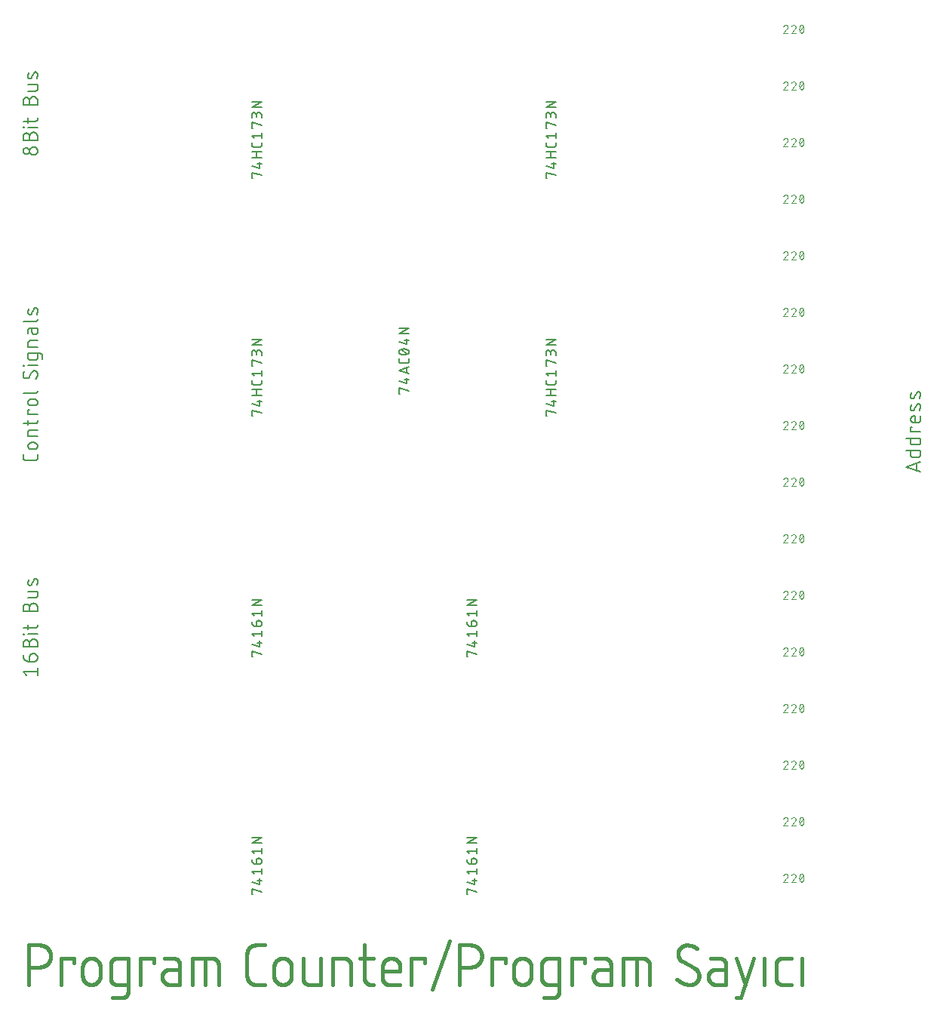
<source format=gbr>
G04 EAGLE Gerber RS-274X export*
G75*
%MOMM*%
%FSLAX34Y34*%
%LPD*%
%INSilkscreen Top*%
%IPPOS*%
%AMOC8*
5,1,8,0,0,1.08239X$1,22.5*%
G01*
%ADD10C,0.381000*%
%ADD11C,0.152400*%
%ADD12C,0.127000*%
%ADD13C,0.101600*%


D10*
X55245Y100965D02*
X55245Y145415D01*
X67592Y145415D01*
X67893Y145411D01*
X68193Y145400D01*
X68493Y145382D01*
X68793Y145356D01*
X69092Y145324D01*
X69390Y145283D01*
X69687Y145236D01*
X69982Y145181D01*
X70277Y145120D01*
X70569Y145051D01*
X70860Y144975D01*
X71149Y144891D01*
X71436Y144801D01*
X71721Y144704D01*
X72003Y144600D01*
X72282Y144489D01*
X72559Y144372D01*
X72833Y144248D01*
X73103Y144117D01*
X73371Y143979D01*
X73635Y143835D01*
X73895Y143685D01*
X74152Y143528D01*
X74405Y143365D01*
X74653Y143196D01*
X74898Y143021D01*
X75138Y142841D01*
X75374Y142654D01*
X75605Y142462D01*
X75831Y142264D01*
X76053Y142060D01*
X76269Y141852D01*
X76481Y141638D01*
X76687Y141419D01*
X76887Y141195D01*
X77082Y140966D01*
X77272Y140733D01*
X77456Y140495D01*
X77634Y140252D01*
X77806Y140006D01*
X77972Y139755D01*
X78131Y139500D01*
X78285Y139242D01*
X78432Y138979D01*
X78573Y138714D01*
X78707Y138445D01*
X78835Y138172D01*
X78956Y137897D01*
X79070Y137619D01*
X79177Y137338D01*
X79278Y137055D01*
X79371Y136769D01*
X79458Y136481D01*
X79538Y136191D01*
X79610Y135899D01*
X79675Y135606D01*
X79734Y135311D01*
X79785Y135014D01*
X79828Y134717D01*
X79865Y134418D01*
X79894Y134119D01*
X79916Y133819D01*
X79931Y133519D01*
X79938Y133218D01*
X79938Y132918D01*
X79931Y132617D01*
X79916Y132317D01*
X79894Y132017D01*
X79865Y131718D01*
X79828Y131419D01*
X79785Y131122D01*
X79734Y130825D01*
X79675Y130530D01*
X79610Y130237D01*
X79538Y129945D01*
X79458Y129655D01*
X79371Y129367D01*
X79278Y129081D01*
X79177Y128798D01*
X79070Y128517D01*
X78956Y128239D01*
X78835Y127964D01*
X78707Y127691D01*
X78573Y127422D01*
X78432Y127157D01*
X78285Y126895D01*
X78131Y126636D01*
X77972Y126381D01*
X77806Y126130D01*
X77634Y125884D01*
X77456Y125641D01*
X77272Y125403D01*
X77082Y125170D01*
X76887Y124941D01*
X76687Y124717D01*
X76481Y124498D01*
X76269Y124284D01*
X76053Y124076D01*
X75831Y123872D01*
X75605Y123674D01*
X75374Y123482D01*
X75138Y123295D01*
X74898Y123115D01*
X74653Y122940D01*
X74405Y122771D01*
X74152Y122608D01*
X73895Y122451D01*
X73635Y122301D01*
X73371Y122157D01*
X73103Y122019D01*
X72833Y121888D01*
X72559Y121764D01*
X72282Y121647D01*
X72003Y121536D01*
X71721Y121432D01*
X71436Y121335D01*
X71149Y121245D01*
X70860Y121161D01*
X70569Y121085D01*
X70277Y121016D01*
X69982Y120955D01*
X69687Y120900D01*
X69390Y120853D01*
X69092Y120812D01*
X68793Y120780D01*
X68493Y120754D01*
X68193Y120736D01*
X67893Y120725D01*
X67592Y120721D01*
X55245Y120721D01*
X91545Y130598D02*
X91545Y100965D01*
X91545Y130598D02*
X106362Y130598D01*
X106362Y125659D01*
X115720Y120721D02*
X115720Y110843D01*
X115720Y120721D02*
X115723Y120962D01*
X115732Y121202D01*
X115746Y121442D01*
X115767Y121682D01*
X115793Y121921D01*
X115825Y122159D01*
X115863Y122397D01*
X115907Y122633D01*
X115956Y122869D01*
X116011Y123103D01*
X116072Y123336D01*
X116139Y123567D01*
X116211Y123796D01*
X116289Y124024D01*
X116372Y124250D01*
X116460Y124473D01*
X116555Y124695D01*
X116654Y124914D01*
X116759Y125130D01*
X116869Y125344D01*
X116984Y125555D01*
X117104Y125764D01*
X117229Y125969D01*
X117360Y126171D01*
X117495Y126370D01*
X117635Y126566D01*
X117780Y126758D01*
X117929Y126947D01*
X118083Y127132D01*
X118241Y127313D01*
X118404Y127490D01*
X118571Y127663D01*
X118742Y127832D01*
X118917Y127997D01*
X119096Y128158D01*
X119279Y128314D01*
X119466Y128465D01*
X119656Y128612D01*
X119850Y128755D01*
X120048Y128892D01*
X120248Y129025D01*
X120452Y129153D01*
X120659Y129276D01*
X120869Y129393D01*
X121081Y129506D01*
X121297Y129613D01*
X121514Y129715D01*
X121735Y129812D01*
X121957Y129904D01*
X122182Y129989D01*
X122409Y130070D01*
X122637Y130145D01*
X122868Y130214D01*
X123100Y130278D01*
X123333Y130336D01*
X123568Y130388D01*
X123804Y130435D01*
X124041Y130475D01*
X124279Y130511D01*
X124518Y130540D01*
X124757Y130563D01*
X124997Y130581D01*
X125237Y130592D01*
X125478Y130598D01*
X125718Y130598D01*
X125959Y130592D01*
X126199Y130581D01*
X126439Y130563D01*
X126678Y130540D01*
X126917Y130511D01*
X127155Y130475D01*
X127392Y130435D01*
X127628Y130388D01*
X127863Y130336D01*
X128096Y130278D01*
X128328Y130214D01*
X128559Y130145D01*
X128787Y130070D01*
X129014Y129989D01*
X129239Y129904D01*
X129461Y129812D01*
X129682Y129715D01*
X129899Y129613D01*
X130115Y129506D01*
X130327Y129393D01*
X130537Y129276D01*
X130744Y129153D01*
X130948Y129025D01*
X131148Y128892D01*
X131346Y128755D01*
X131540Y128612D01*
X131730Y128465D01*
X131917Y128314D01*
X132100Y128158D01*
X132279Y127997D01*
X132454Y127832D01*
X132625Y127663D01*
X132792Y127490D01*
X132955Y127313D01*
X133113Y127132D01*
X133267Y126947D01*
X133416Y126758D01*
X133561Y126566D01*
X133701Y126370D01*
X133836Y126171D01*
X133967Y125969D01*
X134092Y125764D01*
X134212Y125555D01*
X134327Y125344D01*
X134437Y125130D01*
X134542Y124914D01*
X134641Y124695D01*
X134736Y124473D01*
X134824Y124250D01*
X134907Y124024D01*
X134985Y123796D01*
X135057Y123567D01*
X135124Y123336D01*
X135185Y123103D01*
X135240Y122869D01*
X135289Y122633D01*
X135333Y122397D01*
X135371Y122159D01*
X135403Y121921D01*
X135429Y121682D01*
X135450Y121442D01*
X135464Y121202D01*
X135473Y120962D01*
X135476Y120721D01*
X135476Y110843D01*
X135473Y110602D01*
X135464Y110362D01*
X135450Y110122D01*
X135429Y109882D01*
X135403Y109643D01*
X135371Y109405D01*
X135333Y109167D01*
X135289Y108931D01*
X135240Y108695D01*
X135185Y108461D01*
X135124Y108228D01*
X135057Y107997D01*
X134985Y107768D01*
X134907Y107540D01*
X134824Y107314D01*
X134736Y107091D01*
X134641Y106869D01*
X134542Y106650D01*
X134437Y106434D01*
X134327Y106220D01*
X134212Y106009D01*
X134092Y105800D01*
X133967Y105595D01*
X133836Y105393D01*
X133701Y105194D01*
X133561Y104998D01*
X133416Y104806D01*
X133267Y104617D01*
X133113Y104432D01*
X132955Y104251D01*
X132792Y104074D01*
X132625Y103901D01*
X132454Y103732D01*
X132279Y103567D01*
X132100Y103406D01*
X131917Y103250D01*
X131730Y103099D01*
X131540Y102952D01*
X131346Y102809D01*
X131148Y102672D01*
X130948Y102539D01*
X130744Y102411D01*
X130537Y102288D01*
X130327Y102171D01*
X130115Y102058D01*
X129899Y101951D01*
X129682Y101849D01*
X129461Y101752D01*
X129239Y101660D01*
X129014Y101575D01*
X128787Y101494D01*
X128559Y101419D01*
X128328Y101350D01*
X128096Y101286D01*
X127863Y101228D01*
X127628Y101176D01*
X127392Y101129D01*
X127155Y101089D01*
X126917Y101053D01*
X126678Y101024D01*
X126439Y101001D01*
X126199Y100983D01*
X125959Y100972D01*
X125718Y100966D01*
X125478Y100966D01*
X125237Y100972D01*
X124997Y100983D01*
X124757Y101001D01*
X124518Y101024D01*
X124279Y101053D01*
X124041Y101089D01*
X123804Y101129D01*
X123568Y101176D01*
X123333Y101228D01*
X123100Y101286D01*
X122868Y101350D01*
X122637Y101419D01*
X122409Y101494D01*
X122182Y101575D01*
X121957Y101660D01*
X121735Y101752D01*
X121514Y101849D01*
X121297Y101951D01*
X121081Y102058D01*
X120869Y102171D01*
X120659Y102288D01*
X120452Y102411D01*
X120248Y102539D01*
X120048Y102672D01*
X119850Y102809D01*
X119656Y102952D01*
X119466Y103099D01*
X119279Y103250D01*
X119096Y103406D01*
X118917Y103567D01*
X118742Y103732D01*
X118571Y103901D01*
X118404Y104074D01*
X118241Y104251D01*
X118083Y104432D01*
X117929Y104617D01*
X117780Y104806D01*
X117635Y104998D01*
X117495Y105194D01*
X117360Y105393D01*
X117229Y105595D01*
X117104Y105800D01*
X116984Y106009D01*
X116869Y106220D01*
X116759Y106434D01*
X116654Y106650D01*
X116555Y106869D01*
X116460Y107091D01*
X116372Y107314D01*
X116289Y107540D01*
X116211Y107768D01*
X116139Y107997D01*
X116072Y108228D01*
X116011Y108461D01*
X115956Y108695D01*
X115907Y108931D01*
X115863Y109167D01*
X115825Y109405D01*
X115793Y109643D01*
X115767Y109882D01*
X115746Y110122D01*
X115732Y110362D01*
X115723Y110602D01*
X115720Y110843D01*
X154530Y100965D02*
X166877Y100965D01*
X154530Y100965D02*
X154351Y100967D01*
X154172Y100974D01*
X153993Y100984D01*
X153815Y101000D01*
X153637Y101019D01*
X153460Y101043D01*
X153283Y101071D01*
X153107Y101103D01*
X152931Y101140D01*
X152757Y101180D01*
X152584Y101225D01*
X152412Y101274D01*
X152241Y101328D01*
X152071Y101385D01*
X151903Y101446D01*
X151736Y101512D01*
X151572Y101581D01*
X151408Y101655D01*
X151247Y101732D01*
X151087Y101814D01*
X150930Y101899D01*
X150774Y101988D01*
X150621Y102080D01*
X150470Y102176D01*
X150322Y102276D01*
X150176Y102380D01*
X150032Y102487D01*
X149891Y102597D01*
X149753Y102711D01*
X149618Y102828D01*
X149485Y102948D01*
X149355Y103072D01*
X149229Y103198D01*
X149105Y103328D01*
X148985Y103461D01*
X148868Y103596D01*
X148754Y103734D01*
X148644Y103875D01*
X148537Y104019D01*
X148433Y104165D01*
X148333Y104313D01*
X148237Y104464D01*
X148145Y104617D01*
X148056Y104773D01*
X147971Y104930D01*
X147889Y105090D01*
X147812Y105251D01*
X147738Y105415D01*
X147669Y105579D01*
X147603Y105746D01*
X147542Y105914D01*
X147485Y106084D01*
X147431Y106255D01*
X147382Y106427D01*
X147337Y106600D01*
X147297Y106774D01*
X147260Y106950D01*
X147228Y107126D01*
X147200Y107303D01*
X147176Y107480D01*
X147157Y107658D01*
X147141Y107836D01*
X147131Y108015D01*
X147124Y108194D01*
X147122Y108373D01*
X147122Y123190D01*
X147124Y123369D01*
X147131Y123548D01*
X147141Y123727D01*
X147157Y123905D01*
X147176Y124083D01*
X147200Y124260D01*
X147228Y124437D01*
X147260Y124613D01*
X147297Y124789D01*
X147337Y124963D01*
X147382Y125136D01*
X147431Y125308D01*
X147485Y125479D01*
X147542Y125649D01*
X147603Y125817D01*
X147669Y125984D01*
X147738Y126148D01*
X147812Y126312D01*
X147889Y126473D01*
X147971Y126633D01*
X148056Y126790D01*
X148145Y126946D01*
X148237Y127099D01*
X148333Y127250D01*
X148433Y127398D01*
X148537Y127544D01*
X148644Y127688D01*
X148754Y127829D01*
X148868Y127967D01*
X148985Y128102D01*
X149105Y128235D01*
X149229Y128365D01*
X149355Y128491D01*
X149485Y128615D01*
X149618Y128735D01*
X149753Y128852D01*
X149891Y128966D01*
X150032Y129076D01*
X150176Y129183D01*
X150322Y129287D01*
X150470Y129387D01*
X150621Y129483D01*
X150774Y129575D01*
X150930Y129664D01*
X151087Y129749D01*
X151247Y129831D01*
X151408Y129908D01*
X151572Y129982D01*
X151736Y130051D01*
X151903Y130117D01*
X152071Y130178D01*
X152241Y130235D01*
X152412Y130289D01*
X152584Y130338D01*
X152757Y130383D01*
X152931Y130423D01*
X153107Y130460D01*
X153283Y130492D01*
X153460Y130520D01*
X153637Y130544D01*
X153815Y130563D01*
X153993Y130579D01*
X154172Y130589D01*
X154351Y130596D01*
X154530Y130598D01*
X166877Y130598D01*
X166877Y93557D01*
X166875Y93375D01*
X166868Y93194D01*
X166857Y93012D01*
X166841Y92831D01*
X166821Y92650D01*
X166797Y92470D01*
X166768Y92291D01*
X166735Y92112D01*
X166697Y91934D01*
X166655Y91757D01*
X166609Y91581D01*
X166558Y91407D01*
X166503Y91233D01*
X166444Y91061D01*
X166381Y90891D01*
X166313Y90722D01*
X166241Y90555D01*
X166166Y90390D01*
X166086Y90226D01*
X166002Y90065D01*
X165915Y89906D01*
X165823Y89749D01*
X165728Y89594D01*
X165629Y89441D01*
X165526Y89291D01*
X165419Y89144D01*
X165309Y88999D01*
X165195Y88857D01*
X165078Y88718D01*
X164958Y88582D01*
X164834Y88449D01*
X164707Y88319D01*
X164577Y88192D01*
X164444Y88068D01*
X164308Y87948D01*
X164169Y87831D01*
X164027Y87717D01*
X163882Y87607D01*
X163735Y87500D01*
X163585Y87397D01*
X163432Y87298D01*
X163278Y87203D01*
X163120Y87111D01*
X162961Y87024D01*
X162800Y86940D01*
X162636Y86860D01*
X162471Y86785D01*
X162304Y86713D01*
X162135Y86645D01*
X161965Y86582D01*
X161793Y86523D01*
X161619Y86468D01*
X161445Y86417D01*
X161269Y86371D01*
X161092Y86329D01*
X160914Y86291D01*
X160736Y86258D01*
X160556Y86229D01*
X160376Y86205D01*
X160195Y86185D01*
X160014Y86169D01*
X159833Y86158D01*
X159651Y86151D01*
X159469Y86149D01*
X159469Y86148D02*
X149591Y86148D01*
X180826Y100965D02*
X180826Y130598D01*
X195643Y130598D01*
X195643Y125659D01*
X213677Y118251D02*
X224789Y118251D01*
X213677Y118251D02*
X213467Y118248D01*
X213256Y118241D01*
X213046Y118228D01*
X212836Y118210D01*
X212627Y118187D01*
X212419Y118159D01*
X212211Y118126D01*
X212004Y118087D01*
X211798Y118044D01*
X211593Y117996D01*
X211389Y117943D01*
X211187Y117885D01*
X210986Y117821D01*
X210787Y117753D01*
X210589Y117681D01*
X210394Y117603D01*
X210200Y117521D01*
X210008Y117434D01*
X209819Y117342D01*
X209632Y117246D01*
X209447Y117145D01*
X209265Y117040D01*
X209085Y116930D01*
X208908Y116816D01*
X208734Y116698D01*
X208563Y116576D01*
X208395Y116449D01*
X208230Y116318D01*
X208068Y116184D01*
X207909Y116045D01*
X207754Y115903D01*
X207603Y115757D01*
X207455Y115607D01*
X207311Y115454D01*
X207170Y115297D01*
X207034Y115137D01*
X206901Y114973D01*
X206772Y114807D01*
X206648Y114637D01*
X206527Y114464D01*
X206411Y114289D01*
X206299Y114110D01*
X206192Y113930D01*
X206089Y113746D01*
X205990Y113560D01*
X205896Y113372D01*
X205807Y113181D01*
X205722Y112988D01*
X205642Y112794D01*
X205567Y112597D01*
X205497Y112399D01*
X205431Y112199D01*
X205371Y111997D01*
X205315Y111794D01*
X205264Y111590D01*
X205219Y111384D01*
X205178Y111178D01*
X205142Y110970D01*
X205111Y110762D01*
X205086Y110553D01*
X205065Y110344D01*
X205050Y110134D01*
X205040Y109924D01*
X205035Y109713D01*
X205035Y109503D01*
X205040Y109292D01*
X205050Y109082D01*
X205065Y108872D01*
X205086Y108663D01*
X205111Y108454D01*
X205142Y108246D01*
X205178Y108038D01*
X205219Y107832D01*
X205264Y107626D01*
X205315Y107422D01*
X205371Y107219D01*
X205431Y107017D01*
X205497Y106817D01*
X205567Y106619D01*
X205642Y106422D01*
X205722Y106228D01*
X205807Y106035D01*
X205896Y105844D01*
X205990Y105656D01*
X206089Y105470D01*
X206192Y105286D01*
X206299Y105106D01*
X206411Y104927D01*
X206527Y104752D01*
X206648Y104579D01*
X206772Y104409D01*
X206901Y104243D01*
X207034Y104079D01*
X207170Y103919D01*
X207311Y103762D01*
X207455Y103609D01*
X207603Y103459D01*
X207754Y103313D01*
X207909Y103171D01*
X208068Y103032D01*
X208230Y102898D01*
X208395Y102767D01*
X208563Y102640D01*
X208734Y102518D01*
X208908Y102400D01*
X209085Y102286D01*
X209265Y102176D01*
X209447Y102071D01*
X209632Y101970D01*
X209819Y101874D01*
X210008Y101782D01*
X210200Y101695D01*
X210394Y101613D01*
X210589Y101535D01*
X210787Y101463D01*
X210986Y101395D01*
X211187Y101331D01*
X211389Y101273D01*
X211593Y101220D01*
X211798Y101172D01*
X212004Y101129D01*
X212211Y101090D01*
X212419Y101057D01*
X212627Y101029D01*
X212836Y101006D01*
X213046Y100988D01*
X213256Y100975D01*
X213467Y100968D01*
X213677Y100965D01*
X224789Y100965D01*
X224789Y123190D01*
X224787Y123369D01*
X224780Y123548D01*
X224770Y123727D01*
X224754Y123905D01*
X224735Y124083D01*
X224711Y124260D01*
X224683Y124437D01*
X224651Y124613D01*
X224614Y124789D01*
X224574Y124963D01*
X224529Y125136D01*
X224480Y125308D01*
X224426Y125479D01*
X224369Y125649D01*
X224308Y125817D01*
X224242Y125984D01*
X224173Y126148D01*
X224099Y126312D01*
X224022Y126473D01*
X223940Y126633D01*
X223855Y126790D01*
X223766Y126946D01*
X223674Y127099D01*
X223578Y127250D01*
X223478Y127398D01*
X223374Y127544D01*
X223267Y127688D01*
X223157Y127829D01*
X223043Y127967D01*
X222926Y128102D01*
X222806Y128235D01*
X222682Y128365D01*
X222556Y128491D01*
X222426Y128615D01*
X222293Y128735D01*
X222158Y128852D01*
X222020Y128966D01*
X221879Y129076D01*
X221735Y129183D01*
X221589Y129287D01*
X221441Y129387D01*
X221290Y129483D01*
X221137Y129575D01*
X220981Y129664D01*
X220824Y129749D01*
X220664Y129831D01*
X220503Y129908D01*
X220339Y129982D01*
X220175Y130051D01*
X220008Y130117D01*
X219840Y130178D01*
X219670Y130235D01*
X219499Y130289D01*
X219327Y130338D01*
X219154Y130383D01*
X218980Y130423D01*
X218804Y130460D01*
X218628Y130492D01*
X218451Y130520D01*
X218274Y130544D01*
X218096Y130563D01*
X217918Y130579D01*
X217739Y130589D01*
X217560Y130596D01*
X217381Y130598D01*
X207503Y130598D01*
X238670Y130598D02*
X238670Y100965D01*
X238670Y130598D02*
X260895Y130598D01*
X261074Y130596D01*
X261253Y130589D01*
X261432Y130579D01*
X261610Y130563D01*
X261788Y130544D01*
X261965Y130520D01*
X262142Y130492D01*
X262318Y130460D01*
X262494Y130423D01*
X262668Y130383D01*
X262841Y130338D01*
X263013Y130289D01*
X263184Y130235D01*
X263354Y130178D01*
X263522Y130117D01*
X263689Y130051D01*
X263853Y129982D01*
X264017Y129908D01*
X264178Y129831D01*
X264338Y129749D01*
X264495Y129664D01*
X264651Y129575D01*
X264804Y129483D01*
X264955Y129387D01*
X265103Y129287D01*
X265249Y129183D01*
X265393Y129076D01*
X265534Y128966D01*
X265672Y128852D01*
X265807Y128735D01*
X265940Y128615D01*
X266070Y128491D01*
X266196Y128365D01*
X266320Y128235D01*
X266440Y128102D01*
X266557Y127967D01*
X266671Y127829D01*
X266781Y127688D01*
X266888Y127544D01*
X266992Y127398D01*
X267092Y127250D01*
X267188Y127099D01*
X267280Y126946D01*
X267369Y126790D01*
X267454Y126633D01*
X267536Y126473D01*
X267613Y126312D01*
X267687Y126148D01*
X267756Y125984D01*
X267822Y125817D01*
X267883Y125649D01*
X267940Y125479D01*
X267994Y125308D01*
X268043Y125136D01*
X268088Y124963D01*
X268128Y124789D01*
X268165Y124613D01*
X268197Y124437D01*
X268225Y124260D01*
X268249Y124083D01*
X268268Y123905D01*
X268284Y123727D01*
X268294Y123548D01*
X268301Y123369D01*
X268303Y123190D01*
X268304Y123190D02*
X268304Y100965D01*
X253487Y100965D02*
X253487Y130598D01*
X310147Y100965D02*
X320025Y100965D01*
X310147Y100965D02*
X309908Y100968D01*
X309670Y100977D01*
X309431Y100991D01*
X309194Y101011D01*
X308956Y101037D01*
X308720Y101069D01*
X308484Y101106D01*
X308249Y101149D01*
X308015Y101198D01*
X307783Y101252D01*
X307552Y101312D01*
X307322Y101377D01*
X307095Y101448D01*
X306868Y101525D01*
X306644Y101607D01*
X306422Y101694D01*
X306202Y101787D01*
X305984Y101885D01*
X305769Y101988D01*
X305556Y102096D01*
X305346Y102210D01*
X305139Y102328D01*
X304935Y102452D01*
X304734Y102580D01*
X304536Y102714D01*
X304341Y102852D01*
X304149Y102994D01*
X303962Y103141D01*
X303777Y103293D01*
X303597Y103449D01*
X303420Y103610D01*
X303247Y103774D01*
X303078Y103943D01*
X302914Y104116D01*
X302753Y104293D01*
X302597Y104473D01*
X302445Y104658D01*
X302298Y104845D01*
X302156Y105037D01*
X302018Y105232D01*
X301884Y105430D01*
X301756Y105631D01*
X301632Y105835D01*
X301514Y106042D01*
X301400Y106252D01*
X301292Y106465D01*
X301189Y106680D01*
X301091Y106898D01*
X300998Y107118D01*
X300911Y107340D01*
X300829Y107564D01*
X300752Y107791D01*
X300681Y108018D01*
X300616Y108248D01*
X300556Y108479D01*
X300502Y108711D01*
X300453Y108945D01*
X300410Y109180D01*
X300373Y109416D01*
X300341Y109652D01*
X300315Y109890D01*
X300295Y110127D01*
X300281Y110366D01*
X300272Y110604D01*
X300269Y110843D01*
X300270Y110843D02*
X300270Y135537D01*
X300273Y135779D01*
X300282Y136022D01*
X300297Y136264D01*
X300318Y136505D01*
X300344Y136746D01*
X300377Y136986D01*
X300415Y137226D01*
X300460Y137464D01*
X300510Y137701D01*
X300566Y137937D01*
X300628Y138172D01*
X300695Y138404D01*
X300769Y138636D01*
X300847Y138865D01*
X300932Y139092D01*
X301022Y139317D01*
X301117Y139540D01*
X301218Y139760D01*
X301325Y139978D01*
X301436Y140193D01*
X301553Y140406D01*
X301675Y140615D01*
X301803Y140822D01*
X301935Y141025D01*
X302072Y141225D01*
X302214Y141421D01*
X302361Y141614D01*
X302512Y141804D01*
X302668Y141989D01*
X302829Y142171D01*
X302994Y142348D01*
X303163Y142522D01*
X303337Y142691D01*
X303514Y142856D01*
X303696Y143017D01*
X303881Y143173D01*
X304071Y143324D01*
X304264Y143471D01*
X304460Y143613D01*
X304660Y143750D01*
X304863Y143882D01*
X305070Y144010D01*
X305279Y144132D01*
X305492Y144249D01*
X305707Y144360D01*
X305925Y144467D01*
X306145Y144568D01*
X306368Y144663D01*
X306593Y144753D01*
X306820Y144838D01*
X307049Y144916D01*
X307281Y144990D01*
X307513Y145057D01*
X307748Y145119D01*
X307984Y145175D01*
X308221Y145225D01*
X308459Y145270D01*
X308699Y145308D01*
X308939Y145341D01*
X309180Y145367D01*
X309421Y145388D01*
X309663Y145403D01*
X309906Y145412D01*
X310148Y145415D01*
X310147Y145415D02*
X320025Y145415D01*
X330477Y120721D02*
X330477Y110843D01*
X330477Y120721D02*
X330480Y120962D01*
X330489Y121202D01*
X330503Y121442D01*
X330524Y121682D01*
X330550Y121921D01*
X330582Y122159D01*
X330620Y122397D01*
X330664Y122633D01*
X330713Y122869D01*
X330768Y123103D01*
X330829Y123336D01*
X330896Y123567D01*
X330968Y123796D01*
X331046Y124024D01*
X331129Y124250D01*
X331217Y124473D01*
X331312Y124695D01*
X331411Y124914D01*
X331516Y125130D01*
X331626Y125344D01*
X331741Y125555D01*
X331861Y125764D01*
X331986Y125969D01*
X332117Y126171D01*
X332252Y126370D01*
X332392Y126566D01*
X332537Y126758D01*
X332686Y126947D01*
X332840Y127132D01*
X332998Y127313D01*
X333161Y127490D01*
X333328Y127663D01*
X333499Y127832D01*
X333674Y127997D01*
X333853Y128158D01*
X334036Y128314D01*
X334223Y128465D01*
X334413Y128612D01*
X334607Y128755D01*
X334805Y128892D01*
X335005Y129025D01*
X335209Y129153D01*
X335416Y129276D01*
X335626Y129393D01*
X335838Y129506D01*
X336054Y129613D01*
X336271Y129715D01*
X336492Y129812D01*
X336714Y129904D01*
X336939Y129989D01*
X337166Y130070D01*
X337394Y130145D01*
X337625Y130214D01*
X337857Y130278D01*
X338090Y130336D01*
X338325Y130388D01*
X338561Y130435D01*
X338798Y130475D01*
X339036Y130511D01*
X339275Y130540D01*
X339514Y130563D01*
X339754Y130581D01*
X339994Y130592D01*
X340235Y130598D01*
X340475Y130598D01*
X340716Y130592D01*
X340956Y130581D01*
X341196Y130563D01*
X341435Y130540D01*
X341674Y130511D01*
X341912Y130475D01*
X342149Y130435D01*
X342385Y130388D01*
X342620Y130336D01*
X342853Y130278D01*
X343085Y130214D01*
X343316Y130145D01*
X343544Y130070D01*
X343771Y129989D01*
X343996Y129904D01*
X344218Y129812D01*
X344439Y129715D01*
X344656Y129613D01*
X344872Y129506D01*
X345084Y129393D01*
X345294Y129276D01*
X345501Y129153D01*
X345705Y129025D01*
X345905Y128892D01*
X346103Y128755D01*
X346297Y128612D01*
X346487Y128465D01*
X346674Y128314D01*
X346857Y128158D01*
X347036Y127997D01*
X347211Y127832D01*
X347382Y127663D01*
X347549Y127490D01*
X347712Y127313D01*
X347870Y127132D01*
X348024Y126947D01*
X348173Y126758D01*
X348318Y126566D01*
X348458Y126370D01*
X348593Y126171D01*
X348724Y125969D01*
X348849Y125764D01*
X348969Y125555D01*
X349084Y125344D01*
X349194Y125130D01*
X349299Y124914D01*
X349398Y124695D01*
X349493Y124473D01*
X349581Y124250D01*
X349664Y124024D01*
X349742Y123796D01*
X349814Y123567D01*
X349881Y123336D01*
X349942Y123103D01*
X349997Y122869D01*
X350046Y122633D01*
X350090Y122397D01*
X350128Y122159D01*
X350160Y121921D01*
X350186Y121682D01*
X350207Y121442D01*
X350221Y121202D01*
X350230Y120962D01*
X350233Y120721D01*
X350233Y110843D01*
X350230Y110602D01*
X350221Y110362D01*
X350207Y110122D01*
X350186Y109882D01*
X350160Y109643D01*
X350128Y109405D01*
X350090Y109167D01*
X350046Y108931D01*
X349997Y108695D01*
X349942Y108461D01*
X349881Y108228D01*
X349814Y107997D01*
X349742Y107768D01*
X349664Y107540D01*
X349581Y107314D01*
X349493Y107091D01*
X349398Y106869D01*
X349299Y106650D01*
X349194Y106434D01*
X349084Y106220D01*
X348969Y106009D01*
X348849Y105800D01*
X348724Y105595D01*
X348593Y105393D01*
X348458Y105194D01*
X348318Y104998D01*
X348173Y104806D01*
X348024Y104617D01*
X347870Y104432D01*
X347712Y104251D01*
X347549Y104074D01*
X347382Y103901D01*
X347211Y103732D01*
X347036Y103567D01*
X346857Y103406D01*
X346674Y103250D01*
X346487Y103099D01*
X346297Y102952D01*
X346103Y102809D01*
X345905Y102672D01*
X345705Y102539D01*
X345501Y102411D01*
X345294Y102288D01*
X345084Y102171D01*
X344872Y102058D01*
X344656Y101951D01*
X344439Y101849D01*
X344218Y101752D01*
X343996Y101660D01*
X343771Y101575D01*
X343544Y101494D01*
X343316Y101419D01*
X343085Y101350D01*
X342853Y101286D01*
X342620Y101228D01*
X342385Y101176D01*
X342149Y101129D01*
X341912Y101089D01*
X341674Y101053D01*
X341435Y101024D01*
X341196Y101001D01*
X340956Y100983D01*
X340716Y100972D01*
X340475Y100966D01*
X340235Y100966D01*
X339994Y100972D01*
X339754Y100983D01*
X339514Y101001D01*
X339275Y101024D01*
X339036Y101053D01*
X338798Y101089D01*
X338561Y101129D01*
X338325Y101176D01*
X338090Y101228D01*
X337857Y101286D01*
X337625Y101350D01*
X337394Y101419D01*
X337166Y101494D01*
X336939Y101575D01*
X336714Y101660D01*
X336492Y101752D01*
X336271Y101849D01*
X336054Y101951D01*
X335838Y102058D01*
X335626Y102171D01*
X335416Y102288D01*
X335209Y102411D01*
X335005Y102539D01*
X334805Y102672D01*
X334607Y102809D01*
X334413Y102952D01*
X334223Y103099D01*
X334036Y103250D01*
X333853Y103406D01*
X333674Y103567D01*
X333499Y103732D01*
X333328Y103901D01*
X333161Y104074D01*
X332998Y104251D01*
X332840Y104432D01*
X332686Y104617D01*
X332537Y104806D01*
X332392Y104998D01*
X332252Y105194D01*
X332117Y105393D01*
X331986Y105595D01*
X331861Y105800D01*
X331741Y106009D01*
X331626Y106220D01*
X331516Y106434D01*
X331411Y106650D01*
X331312Y106869D01*
X331217Y107091D01*
X331129Y107314D01*
X331046Y107540D01*
X330968Y107768D01*
X330896Y107997D01*
X330829Y108228D01*
X330768Y108461D01*
X330713Y108695D01*
X330664Y108931D01*
X330620Y109167D01*
X330582Y109405D01*
X330550Y109643D01*
X330524Y109882D01*
X330503Y110122D01*
X330489Y110362D01*
X330480Y110602D01*
X330477Y110843D01*
X363053Y108373D02*
X363053Y130598D01*
X363053Y108373D02*
X363055Y108194D01*
X363062Y108015D01*
X363072Y107836D01*
X363088Y107658D01*
X363107Y107480D01*
X363131Y107303D01*
X363159Y107126D01*
X363191Y106950D01*
X363228Y106774D01*
X363268Y106600D01*
X363313Y106427D01*
X363362Y106255D01*
X363416Y106084D01*
X363473Y105914D01*
X363534Y105746D01*
X363600Y105579D01*
X363669Y105415D01*
X363743Y105251D01*
X363820Y105090D01*
X363902Y104930D01*
X363987Y104773D01*
X364076Y104617D01*
X364168Y104464D01*
X364264Y104313D01*
X364364Y104165D01*
X364468Y104019D01*
X364575Y103875D01*
X364685Y103734D01*
X364799Y103596D01*
X364916Y103461D01*
X365036Y103328D01*
X365160Y103198D01*
X365286Y103072D01*
X365416Y102948D01*
X365549Y102828D01*
X365684Y102711D01*
X365822Y102597D01*
X365963Y102487D01*
X366107Y102380D01*
X366253Y102276D01*
X366401Y102176D01*
X366552Y102080D01*
X366705Y101988D01*
X366861Y101899D01*
X367018Y101814D01*
X367178Y101732D01*
X367339Y101655D01*
X367503Y101581D01*
X367667Y101512D01*
X367834Y101446D01*
X368002Y101385D01*
X368172Y101328D01*
X368343Y101274D01*
X368515Y101225D01*
X368688Y101180D01*
X368862Y101140D01*
X369038Y101103D01*
X369214Y101071D01*
X369391Y101043D01*
X369568Y101019D01*
X369746Y101000D01*
X369924Y100984D01*
X370103Y100974D01*
X370282Y100967D01*
X370461Y100965D01*
X382808Y100965D01*
X382808Y130598D01*
X396835Y130598D02*
X396835Y100965D01*
X396835Y130598D02*
X409182Y130598D01*
X409361Y130596D01*
X409540Y130589D01*
X409719Y130579D01*
X409897Y130563D01*
X410075Y130544D01*
X410252Y130520D01*
X410429Y130492D01*
X410605Y130460D01*
X410781Y130423D01*
X410955Y130383D01*
X411128Y130338D01*
X411300Y130289D01*
X411471Y130235D01*
X411641Y130178D01*
X411809Y130117D01*
X411976Y130051D01*
X412140Y129982D01*
X412304Y129908D01*
X412465Y129831D01*
X412625Y129749D01*
X412782Y129664D01*
X412938Y129575D01*
X413091Y129483D01*
X413242Y129387D01*
X413390Y129287D01*
X413536Y129183D01*
X413680Y129076D01*
X413821Y128966D01*
X413959Y128852D01*
X414094Y128735D01*
X414227Y128615D01*
X414357Y128491D01*
X414483Y128365D01*
X414607Y128235D01*
X414727Y128102D01*
X414844Y127967D01*
X414958Y127829D01*
X415068Y127688D01*
X415175Y127544D01*
X415279Y127398D01*
X415379Y127250D01*
X415475Y127099D01*
X415567Y126946D01*
X415656Y126790D01*
X415741Y126633D01*
X415823Y126473D01*
X415900Y126312D01*
X415974Y126148D01*
X416043Y125984D01*
X416109Y125817D01*
X416170Y125649D01*
X416227Y125479D01*
X416281Y125308D01*
X416330Y125136D01*
X416375Y124963D01*
X416415Y124789D01*
X416452Y124613D01*
X416484Y124437D01*
X416512Y124260D01*
X416536Y124083D01*
X416555Y123905D01*
X416571Y123727D01*
X416581Y123548D01*
X416588Y123369D01*
X416590Y123190D01*
X416590Y100965D01*
X427110Y130598D02*
X441927Y130598D01*
X432049Y145415D02*
X432049Y108373D01*
X432051Y108194D01*
X432058Y108015D01*
X432068Y107836D01*
X432084Y107658D01*
X432103Y107480D01*
X432127Y107303D01*
X432155Y107126D01*
X432187Y106950D01*
X432224Y106774D01*
X432264Y106600D01*
X432309Y106427D01*
X432358Y106255D01*
X432412Y106084D01*
X432469Y105914D01*
X432530Y105746D01*
X432596Y105579D01*
X432665Y105414D01*
X432739Y105251D01*
X432816Y105090D01*
X432898Y104930D01*
X432983Y104773D01*
X433072Y104617D01*
X433164Y104464D01*
X433260Y104313D01*
X433360Y104165D01*
X433464Y104019D01*
X433571Y103875D01*
X433681Y103734D01*
X433795Y103596D01*
X433912Y103461D01*
X434032Y103328D01*
X434156Y103198D01*
X434282Y103072D01*
X434412Y102948D01*
X434545Y102828D01*
X434680Y102711D01*
X434818Y102597D01*
X434959Y102487D01*
X435103Y102380D01*
X435249Y102276D01*
X435397Y102176D01*
X435548Y102080D01*
X435701Y101988D01*
X435857Y101899D01*
X436014Y101814D01*
X436174Y101732D01*
X436335Y101655D01*
X436499Y101581D01*
X436664Y101512D01*
X436830Y101446D01*
X436998Y101385D01*
X437168Y101328D01*
X437339Y101274D01*
X437511Y101225D01*
X437684Y101180D01*
X437858Y101140D01*
X438034Y101103D01*
X438210Y101071D01*
X438387Y101043D01*
X438564Y101019D01*
X438742Y101000D01*
X438920Y100984D01*
X439099Y100974D01*
X439278Y100967D01*
X439457Y100965D01*
X441927Y100965D01*
X459742Y100965D02*
X472089Y100965D01*
X459742Y100965D02*
X459563Y100967D01*
X459384Y100974D01*
X459205Y100984D01*
X459027Y101000D01*
X458849Y101019D01*
X458672Y101043D01*
X458495Y101071D01*
X458319Y101103D01*
X458143Y101140D01*
X457969Y101180D01*
X457796Y101225D01*
X457624Y101274D01*
X457453Y101328D01*
X457283Y101385D01*
X457115Y101446D01*
X456948Y101512D01*
X456784Y101581D01*
X456620Y101655D01*
X456459Y101732D01*
X456299Y101814D01*
X456142Y101899D01*
X455986Y101988D01*
X455833Y102080D01*
X455682Y102176D01*
X455534Y102276D01*
X455388Y102380D01*
X455244Y102487D01*
X455103Y102597D01*
X454965Y102711D01*
X454830Y102828D01*
X454697Y102948D01*
X454567Y103072D01*
X454441Y103198D01*
X454317Y103328D01*
X454197Y103461D01*
X454080Y103596D01*
X453966Y103734D01*
X453856Y103875D01*
X453749Y104019D01*
X453645Y104165D01*
X453545Y104313D01*
X453449Y104464D01*
X453357Y104617D01*
X453268Y104773D01*
X453183Y104930D01*
X453101Y105090D01*
X453024Y105251D01*
X452950Y105415D01*
X452881Y105579D01*
X452815Y105746D01*
X452754Y105914D01*
X452697Y106084D01*
X452643Y106255D01*
X452594Y106427D01*
X452549Y106600D01*
X452509Y106774D01*
X452472Y106950D01*
X452440Y107126D01*
X452412Y107303D01*
X452388Y107480D01*
X452369Y107658D01*
X452353Y107836D01*
X452343Y108015D01*
X452336Y108194D01*
X452334Y108373D01*
X452334Y120721D01*
X452333Y120721D02*
X452336Y120962D01*
X452345Y121202D01*
X452359Y121442D01*
X452380Y121682D01*
X452406Y121921D01*
X452438Y122159D01*
X452476Y122397D01*
X452520Y122633D01*
X452569Y122869D01*
X452624Y123103D01*
X452685Y123336D01*
X452752Y123567D01*
X452824Y123796D01*
X452902Y124024D01*
X452985Y124250D01*
X453073Y124473D01*
X453168Y124695D01*
X453267Y124914D01*
X453372Y125130D01*
X453482Y125344D01*
X453597Y125555D01*
X453717Y125764D01*
X453842Y125969D01*
X453973Y126171D01*
X454108Y126370D01*
X454248Y126566D01*
X454393Y126758D01*
X454542Y126947D01*
X454696Y127132D01*
X454854Y127313D01*
X455017Y127490D01*
X455184Y127663D01*
X455355Y127832D01*
X455530Y127997D01*
X455709Y128158D01*
X455892Y128314D01*
X456079Y128465D01*
X456269Y128612D01*
X456463Y128755D01*
X456661Y128892D01*
X456861Y129025D01*
X457065Y129153D01*
X457272Y129276D01*
X457482Y129393D01*
X457694Y129506D01*
X457910Y129613D01*
X458127Y129715D01*
X458348Y129812D01*
X458570Y129904D01*
X458795Y129989D01*
X459022Y130070D01*
X459250Y130145D01*
X459481Y130214D01*
X459713Y130278D01*
X459946Y130336D01*
X460181Y130388D01*
X460417Y130435D01*
X460654Y130475D01*
X460892Y130511D01*
X461131Y130540D01*
X461370Y130563D01*
X461610Y130581D01*
X461850Y130592D01*
X462091Y130598D01*
X462331Y130598D01*
X462572Y130592D01*
X462812Y130581D01*
X463052Y130563D01*
X463291Y130540D01*
X463530Y130511D01*
X463768Y130475D01*
X464005Y130435D01*
X464241Y130388D01*
X464476Y130336D01*
X464709Y130278D01*
X464941Y130214D01*
X465172Y130145D01*
X465400Y130070D01*
X465627Y129989D01*
X465852Y129904D01*
X466074Y129812D01*
X466295Y129715D01*
X466512Y129613D01*
X466728Y129506D01*
X466940Y129393D01*
X467150Y129276D01*
X467357Y129153D01*
X467561Y129025D01*
X467761Y128892D01*
X467959Y128755D01*
X468153Y128612D01*
X468343Y128465D01*
X468530Y128314D01*
X468713Y128158D01*
X468892Y127997D01*
X469067Y127832D01*
X469238Y127663D01*
X469405Y127490D01*
X469568Y127313D01*
X469726Y127132D01*
X469880Y126947D01*
X470029Y126758D01*
X470174Y126566D01*
X470314Y126370D01*
X470449Y126171D01*
X470580Y125969D01*
X470705Y125764D01*
X470825Y125555D01*
X470940Y125344D01*
X471050Y125130D01*
X471155Y124914D01*
X471254Y124695D01*
X471349Y124473D01*
X471437Y124250D01*
X471520Y124024D01*
X471598Y123796D01*
X471670Y123567D01*
X471737Y123336D01*
X471798Y123103D01*
X471853Y122869D01*
X471902Y122633D01*
X471946Y122397D01*
X471984Y122159D01*
X472016Y121921D01*
X472042Y121682D01*
X472063Y121442D01*
X472077Y121202D01*
X472086Y120962D01*
X472089Y120721D01*
X472089Y115782D01*
X452334Y115782D01*
X484864Y100965D02*
X484864Y130598D01*
X499681Y130598D01*
X499681Y125659D01*
X507833Y96026D02*
X527588Y150354D01*
X539051Y145415D02*
X539051Y100965D01*
X539051Y145415D02*
X551398Y145415D01*
X551699Y145411D01*
X551999Y145400D01*
X552299Y145382D01*
X552599Y145356D01*
X552898Y145324D01*
X553196Y145283D01*
X553493Y145236D01*
X553788Y145181D01*
X554083Y145120D01*
X554375Y145051D01*
X554666Y144975D01*
X554955Y144891D01*
X555242Y144801D01*
X555527Y144704D01*
X555809Y144600D01*
X556088Y144489D01*
X556365Y144372D01*
X556639Y144248D01*
X556909Y144117D01*
X557177Y143979D01*
X557441Y143835D01*
X557701Y143685D01*
X557958Y143528D01*
X558211Y143365D01*
X558459Y143196D01*
X558704Y143021D01*
X558944Y142841D01*
X559180Y142654D01*
X559411Y142462D01*
X559637Y142264D01*
X559859Y142060D01*
X560075Y141852D01*
X560287Y141638D01*
X560493Y141419D01*
X560693Y141195D01*
X560888Y140966D01*
X561078Y140733D01*
X561262Y140495D01*
X561440Y140252D01*
X561612Y140006D01*
X561778Y139755D01*
X561937Y139500D01*
X562091Y139242D01*
X562238Y138979D01*
X562379Y138714D01*
X562513Y138445D01*
X562641Y138172D01*
X562762Y137897D01*
X562876Y137619D01*
X562983Y137338D01*
X563084Y137055D01*
X563177Y136769D01*
X563264Y136481D01*
X563344Y136191D01*
X563416Y135899D01*
X563481Y135606D01*
X563540Y135311D01*
X563591Y135014D01*
X563634Y134717D01*
X563671Y134418D01*
X563700Y134119D01*
X563722Y133819D01*
X563737Y133519D01*
X563744Y133218D01*
X563744Y132918D01*
X563737Y132617D01*
X563722Y132317D01*
X563700Y132017D01*
X563671Y131718D01*
X563634Y131419D01*
X563591Y131122D01*
X563540Y130825D01*
X563481Y130530D01*
X563416Y130237D01*
X563344Y129945D01*
X563264Y129655D01*
X563177Y129367D01*
X563084Y129081D01*
X562983Y128798D01*
X562876Y128517D01*
X562762Y128239D01*
X562641Y127964D01*
X562513Y127691D01*
X562379Y127422D01*
X562238Y127157D01*
X562091Y126895D01*
X561937Y126636D01*
X561778Y126381D01*
X561612Y126130D01*
X561440Y125884D01*
X561262Y125641D01*
X561078Y125403D01*
X560888Y125170D01*
X560693Y124941D01*
X560493Y124717D01*
X560287Y124498D01*
X560075Y124284D01*
X559859Y124076D01*
X559637Y123872D01*
X559411Y123674D01*
X559180Y123482D01*
X558944Y123295D01*
X558704Y123115D01*
X558459Y122940D01*
X558211Y122771D01*
X557958Y122608D01*
X557701Y122451D01*
X557441Y122301D01*
X557177Y122157D01*
X556909Y122019D01*
X556639Y121888D01*
X556365Y121764D01*
X556088Y121647D01*
X555809Y121536D01*
X555527Y121432D01*
X555242Y121335D01*
X554955Y121245D01*
X554666Y121161D01*
X554375Y121085D01*
X554083Y121016D01*
X553788Y120955D01*
X553493Y120900D01*
X553196Y120853D01*
X552898Y120812D01*
X552599Y120780D01*
X552299Y120754D01*
X551999Y120736D01*
X551699Y120725D01*
X551398Y120721D01*
X539051Y120721D01*
X575351Y130598D02*
X575351Y100965D01*
X575351Y130598D02*
X590168Y130598D01*
X590168Y125659D01*
X599527Y120721D02*
X599527Y110843D01*
X599526Y120721D02*
X599529Y120962D01*
X599538Y121202D01*
X599552Y121442D01*
X599573Y121682D01*
X599599Y121921D01*
X599631Y122159D01*
X599669Y122397D01*
X599713Y122633D01*
X599762Y122869D01*
X599817Y123103D01*
X599878Y123336D01*
X599945Y123567D01*
X600017Y123796D01*
X600095Y124024D01*
X600178Y124250D01*
X600266Y124473D01*
X600361Y124695D01*
X600460Y124914D01*
X600565Y125130D01*
X600675Y125344D01*
X600790Y125555D01*
X600910Y125764D01*
X601035Y125969D01*
X601166Y126171D01*
X601301Y126370D01*
X601441Y126566D01*
X601586Y126758D01*
X601735Y126947D01*
X601889Y127132D01*
X602047Y127313D01*
X602210Y127490D01*
X602377Y127663D01*
X602548Y127832D01*
X602723Y127997D01*
X602902Y128158D01*
X603085Y128314D01*
X603272Y128465D01*
X603462Y128612D01*
X603656Y128755D01*
X603854Y128892D01*
X604054Y129025D01*
X604258Y129153D01*
X604465Y129276D01*
X604675Y129393D01*
X604887Y129506D01*
X605103Y129613D01*
X605320Y129715D01*
X605541Y129812D01*
X605763Y129904D01*
X605988Y129989D01*
X606215Y130070D01*
X606443Y130145D01*
X606674Y130214D01*
X606906Y130278D01*
X607139Y130336D01*
X607374Y130388D01*
X607610Y130435D01*
X607847Y130475D01*
X608085Y130511D01*
X608324Y130540D01*
X608563Y130563D01*
X608803Y130581D01*
X609043Y130592D01*
X609284Y130598D01*
X609524Y130598D01*
X609765Y130592D01*
X610005Y130581D01*
X610245Y130563D01*
X610484Y130540D01*
X610723Y130511D01*
X610961Y130475D01*
X611198Y130435D01*
X611434Y130388D01*
X611669Y130336D01*
X611902Y130278D01*
X612134Y130214D01*
X612365Y130145D01*
X612593Y130070D01*
X612820Y129989D01*
X613045Y129904D01*
X613267Y129812D01*
X613488Y129715D01*
X613705Y129613D01*
X613921Y129506D01*
X614133Y129393D01*
X614343Y129276D01*
X614550Y129153D01*
X614754Y129025D01*
X614954Y128892D01*
X615152Y128755D01*
X615346Y128612D01*
X615536Y128465D01*
X615723Y128314D01*
X615906Y128158D01*
X616085Y127997D01*
X616260Y127832D01*
X616431Y127663D01*
X616598Y127490D01*
X616761Y127313D01*
X616919Y127132D01*
X617073Y126947D01*
X617222Y126758D01*
X617367Y126566D01*
X617507Y126370D01*
X617642Y126171D01*
X617773Y125969D01*
X617898Y125764D01*
X618018Y125555D01*
X618133Y125344D01*
X618243Y125130D01*
X618348Y124914D01*
X618447Y124695D01*
X618542Y124473D01*
X618630Y124250D01*
X618713Y124024D01*
X618791Y123796D01*
X618863Y123567D01*
X618930Y123336D01*
X618991Y123103D01*
X619046Y122869D01*
X619095Y122633D01*
X619139Y122397D01*
X619177Y122159D01*
X619209Y121921D01*
X619235Y121682D01*
X619256Y121442D01*
X619270Y121202D01*
X619279Y120962D01*
X619282Y120721D01*
X619282Y110843D01*
X619279Y110602D01*
X619270Y110362D01*
X619256Y110122D01*
X619235Y109882D01*
X619209Y109643D01*
X619177Y109405D01*
X619139Y109167D01*
X619095Y108931D01*
X619046Y108695D01*
X618991Y108461D01*
X618930Y108228D01*
X618863Y107997D01*
X618791Y107768D01*
X618713Y107540D01*
X618630Y107314D01*
X618542Y107091D01*
X618447Y106869D01*
X618348Y106650D01*
X618243Y106434D01*
X618133Y106220D01*
X618018Y106009D01*
X617898Y105800D01*
X617773Y105595D01*
X617642Y105393D01*
X617507Y105194D01*
X617367Y104998D01*
X617222Y104806D01*
X617073Y104617D01*
X616919Y104432D01*
X616761Y104251D01*
X616598Y104074D01*
X616431Y103901D01*
X616260Y103732D01*
X616085Y103567D01*
X615906Y103406D01*
X615723Y103250D01*
X615536Y103099D01*
X615346Y102952D01*
X615152Y102809D01*
X614954Y102672D01*
X614754Y102539D01*
X614550Y102411D01*
X614343Y102288D01*
X614133Y102171D01*
X613921Y102058D01*
X613705Y101951D01*
X613488Y101849D01*
X613267Y101752D01*
X613045Y101660D01*
X612820Y101575D01*
X612593Y101494D01*
X612365Y101419D01*
X612134Y101350D01*
X611902Y101286D01*
X611669Y101228D01*
X611434Y101176D01*
X611198Y101129D01*
X610961Y101089D01*
X610723Y101053D01*
X610484Y101024D01*
X610245Y101001D01*
X610005Y100983D01*
X609765Y100972D01*
X609524Y100966D01*
X609284Y100966D01*
X609043Y100972D01*
X608803Y100983D01*
X608563Y101001D01*
X608324Y101024D01*
X608085Y101053D01*
X607847Y101089D01*
X607610Y101129D01*
X607374Y101176D01*
X607139Y101228D01*
X606906Y101286D01*
X606674Y101350D01*
X606443Y101419D01*
X606215Y101494D01*
X605988Y101575D01*
X605763Y101660D01*
X605541Y101752D01*
X605320Y101849D01*
X605103Y101951D01*
X604887Y102058D01*
X604675Y102171D01*
X604465Y102288D01*
X604258Y102411D01*
X604054Y102539D01*
X603854Y102672D01*
X603656Y102809D01*
X603462Y102952D01*
X603272Y103099D01*
X603085Y103250D01*
X602902Y103406D01*
X602723Y103567D01*
X602548Y103732D01*
X602377Y103901D01*
X602210Y104074D01*
X602047Y104251D01*
X601889Y104432D01*
X601735Y104617D01*
X601586Y104806D01*
X601441Y104998D01*
X601301Y105194D01*
X601166Y105393D01*
X601035Y105595D01*
X600910Y105800D01*
X600790Y106009D01*
X600675Y106220D01*
X600565Y106434D01*
X600460Y106650D01*
X600361Y106869D01*
X600266Y107091D01*
X600178Y107314D01*
X600095Y107540D01*
X600017Y107768D01*
X599945Y107997D01*
X599878Y108228D01*
X599817Y108461D01*
X599762Y108695D01*
X599713Y108931D01*
X599669Y109167D01*
X599631Y109405D01*
X599599Y109643D01*
X599573Y109882D01*
X599552Y110122D01*
X599538Y110362D01*
X599529Y110602D01*
X599526Y110843D01*
X638336Y100965D02*
X650683Y100965D01*
X638336Y100965D02*
X638157Y100967D01*
X637978Y100974D01*
X637799Y100984D01*
X637621Y101000D01*
X637443Y101019D01*
X637266Y101043D01*
X637089Y101071D01*
X636913Y101103D01*
X636737Y101140D01*
X636563Y101180D01*
X636390Y101225D01*
X636218Y101274D01*
X636047Y101328D01*
X635877Y101385D01*
X635709Y101446D01*
X635542Y101512D01*
X635378Y101581D01*
X635214Y101655D01*
X635053Y101732D01*
X634893Y101814D01*
X634736Y101899D01*
X634580Y101988D01*
X634427Y102080D01*
X634276Y102176D01*
X634128Y102276D01*
X633982Y102380D01*
X633838Y102487D01*
X633697Y102597D01*
X633559Y102711D01*
X633424Y102828D01*
X633291Y102948D01*
X633161Y103072D01*
X633035Y103198D01*
X632911Y103328D01*
X632791Y103461D01*
X632674Y103596D01*
X632560Y103734D01*
X632450Y103875D01*
X632343Y104019D01*
X632239Y104165D01*
X632139Y104313D01*
X632043Y104464D01*
X631951Y104617D01*
X631862Y104773D01*
X631777Y104930D01*
X631695Y105090D01*
X631618Y105251D01*
X631544Y105415D01*
X631475Y105579D01*
X631409Y105746D01*
X631348Y105914D01*
X631291Y106084D01*
X631237Y106255D01*
X631188Y106427D01*
X631143Y106600D01*
X631103Y106774D01*
X631066Y106950D01*
X631034Y107126D01*
X631006Y107303D01*
X630982Y107480D01*
X630963Y107658D01*
X630947Y107836D01*
X630937Y108015D01*
X630930Y108194D01*
X630928Y108373D01*
X630928Y123190D01*
X630930Y123369D01*
X630937Y123548D01*
X630947Y123727D01*
X630963Y123905D01*
X630982Y124083D01*
X631006Y124260D01*
X631034Y124437D01*
X631066Y124613D01*
X631103Y124789D01*
X631143Y124963D01*
X631188Y125136D01*
X631237Y125308D01*
X631291Y125479D01*
X631348Y125649D01*
X631409Y125817D01*
X631475Y125984D01*
X631544Y126148D01*
X631618Y126312D01*
X631695Y126473D01*
X631777Y126633D01*
X631862Y126790D01*
X631951Y126946D01*
X632043Y127099D01*
X632139Y127250D01*
X632239Y127398D01*
X632343Y127544D01*
X632450Y127688D01*
X632560Y127829D01*
X632674Y127967D01*
X632791Y128102D01*
X632911Y128235D01*
X633035Y128365D01*
X633161Y128491D01*
X633291Y128615D01*
X633424Y128735D01*
X633559Y128852D01*
X633697Y128966D01*
X633838Y129076D01*
X633982Y129183D01*
X634128Y129287D01*
X634276Y129387D01*
X634427Y129483D01*
X634580Y129575D01*
X634736Y129664D01*
X634893Y129749D01*
X635053Y129831D01*
X635214Y129908D01*
X635378Y129982D01*
X635542Y130051D01*
X635709Y130117D01*
X635877Y130178D01*
X636047Y130235D01*
X636218Y130289D01*
X636390Y130338D01*
X636563Y130383D01*
X636737Y130423D01*
X636913Y130460D01*
X637089Y130492D01*
X637266Y130520D01*
X637443Y130544D01*
X637621Y130563D01*
X637799Y130579D01*
X637978Y130589D01*
X638157Y130596D01*
X638336Y130598D01*
X650683Y130598D01*
X650683Y93557D01*
X650681Y93375D01*
X650674Y93194D01*
X650663Y93012D01*
X650647Y92831D01*
X650627Y92650D01*
X650603Y92470D01*
X650574Y92291D01*
X650541Y92112D01*
X650503Y91934D01*
X650461Y91757D01*
X650415Y91581D01*
X650364Y91407D01*
X650309Y91233D01*
X650250Y91061D01*
X650187Y90891D01*
X650119Y90722D01*
X650047Y90555D01*
X649972Y90390D01*
X649892Y90226D01*
X649808Y90065D01*
X649721Y89906D01*
X649629Y89749D01*
X649534Y89594D01*
X649435Y89441D01*
X649332Y89291D01*
X649225Y89144D01*
X649115Y88999D01*
X649001Y88857D01*
X648884Y88718D01*
X648764Y88582D01*
X648640Y88449D01*
X648513Y88319D01*
X648383Y88192D01*
X648250Y88068D01*
X648114Y87948D01*
X647975Y87831D01*
X647833Y87717D01*
X647688Y87607D01*
X647541Y87500D01*
X647391Y87397D01*
X647238Y87298D01*
X647084Y87203D01*
X646926Y87111D01*
X646767Y87024D01*
X646606Y86940D01*
X646442Y86860D01*
X646277Y86785D01*
X646110Y86713D01*
X645941Y86645D01*
X645771Y86582D01*
X645599Y86523D01*
X645425Y86468D01*
X645251Y86417D01*
X645075Y86371D01*
X644898Y86329D01*
X644720Y86291D01*
X644542Y86258D01*
X644362Y86229D01*
X644182Y86205D01*
X644001Y86185D01*
X643820Y86169D01*
X643639Y86158D01*
X643457Y86151D01*
X643275Y86149D01*
X643275Y86148D02*
X633397Y86148D01*
X664632Y100965D02*
X664632Y130598D01*
X679449Y130598D01*
X679449Y125659D01*
X697483Y118251D02*
X708595Y118251D01*
X697483Y118251D02*
X697273Y118248D01*
X697062Y118241D01*
X696852Y118228D01*
X696642Y118210D01*
X696433Y118187D01*
X696225Y118159D01*
X696017Y118126D01*
X695810Y118087D01*
X695604Y118044D01*
X695399Y117996D01*
X695195Y117943D01*
X694993Y117885D01*
X694792Y117821D01*
X694593Y117753D01*
X694395Y117681D01*
X694200Y117603D01*
X694006Y117521D01*
X693814Y117434D01*
X693625Y117342D01*
X693438Y117246D01*
X693253Y117145D01*
X693071Y117040D01*
X692891Y116930D01*
X692714Y116816D01*
X692540Y116698D01*
X692369Y116576D01*
X692201Y116449D01*
X692036Y116318D01*
X691874Y116184D01*
X691715Y116045D01*
X691560Y115903D01*
X691409Y115757D01*
X691261Y115607D01*
X691117Y115454D01*
X690976Y115297D01*
X690840Y115137D01*
X690707Y114973D01*
X690578Y114807D01*
X690454Y114637D01*
X690333Y114464D01*
X690217Y114289D01*
X690105Y114110D01*
X689998Y113930D01*
X689895Y113746D01*
X689796Y113560D01*
X689702Y113372D01*
X689613Y113181D01*
X689528Y112988D01*
X689448Y112794D01*
X689373Y112597D01*
X689303Y112399D01*
X689237Y112199D01*
X689177Y111997D01*
X689121Y111794D01*
X689070Y111590D01*
X689025Y111384D01*
X688984Y111178D01*
X688948Y110970D01*
X688917Y110762D01*
X688892Y110553D01*
X688871Y110344D01*
X688856Y110134D01*
X688846Y109924D01*
X688841Y109713D01*
X688841Y109503D01*
X688846Y109292D01*
X688856Y109082D01*
X688871Y108872D01*
X688892Y108663D01*
X688917Y108454D01*
X688948Y108246D01*
X688984Y108038D01*
X689025Y107832D01*
X689070Y107626D01*
X689121Y107422D01*
X689177Y107219D01*
X689237Y107017D01*
X689303Y106817D01*
X689373Y106619D01*
X689448Y106422D01*
X689528Y106228D01*
X689613Y106035D01*
X689702Y105844D01*
X689796Y105656D01*
X689895Y105470D01*
X689998Y105286D01*
X690105Y105106D01*
X690217Y104927D01*
X690333Y104752D01*
X690454Y104579D01*
X690578Y104409D01*
X690707Y104243D01*
X690840Y104079D01*
X690976Y103919D01*
X691117Y103762D01*
X691261Y103609D01*
X691409Y103459D01*
X691560Y103313D01*
X691715Y103171D01*
X691874Y103032D01*
X692036Y102898D01*
X692201Y102767D01*
X692369Y102640D01*
X692540Y102518D01*
X692714Y102400D01*
X692891Y102286D01*
X693071Y102176D01*
X693253Y102071D01*
X693438Y101970D01*
X693625Y101874D01*
X693814Y101782D01*
X694006Y101695D01*
X694200Y101613D01*
X694395Y101535D01*
X694593Y101463D01*
X694792Y101395D01*
X694993Y101331D01*
X695195Y101273D01*
X695399Y101220D01*
X695604Y101172D01*
X695810Y101129D01*
X696017Y101090D01*
X696225Y101057D01*
X696433Y101029D01*
X696642Y101006D01*
X696852Y100988D01*
X697062Y100975D01*
X697273Y100968D01*
X697483Y100965D01*
X708595Y100965D01*
X708595Y123190D01*
X708593Y123369D01*
X708586Y123548D01*
X708576Y123727D01*
X708560Y123905D01*
X708541Y124083D01*
X708517Y124260D01*
X708489Y124437D01*
X708457Y124613D01*
X708420Y124789D01*
X708380Y124963D01*
X708335Y125136D01*
X708286Y125308D01*
X708232Y125479D01*
X708175Y125649D01*
X708114Y125817D01*
X708048Y125984D01*
X707979Y126148D01*
X707905Y126312D01*
X707828Y126473D01*
X707746Y126633D01*
X707661Y126790D01*
X707572Y126946D01*
X707480Y127099D01*
X707384Y127250D01*
X707284Y127398D01*
X707180Y127544D01*
X707073Y127688D01*
X706963Y127829D01*
X706849Y127967D01*
X706732Y128102D01*
X706612Y128235D01*
X706488Y128365D01*
X706362Y128491D01*
X706232Y128615D01*
X706099Y128735D01*
X705964Y128852D01*
X705826Y128966D01*
X705685Y129076D01*
X705541Y129183D01*
X705395Y129287D01*
X705247Y129387D01*
X705096Y129483D01*
X704943Y129575D01*
X704787Y129664D01*
X704630Y129749D01*
X704470Y129831D01*
X704309Y129908D01*
X704145Y129982D01*
X703981Y130051D01*
X703814Y130117D01*
X703646Y130178D01*
X703476Y130235D01*
X703305Y130289D01*
X703133Y130338D01*
X702960Y130383D01*
X702786Y130423D01*
X702610Y130460D01*
X702434Y130492D01*
X702257Y130520D01*
X702080Y130544D01*
X701902Y130563D01*
X701724Y130579D01*
X701545Y130589D01*
X701366Y130596D01*
X701187Y130598D01*
X691309Y130598D01*
X722477Y130598D02*
X722477Y100965D01*
X722477Y130598D02*
X744702Y130598D01*
X744881Y130596D01*
X745060Y130589D01*
X745239Y130579D01*
X745417Y130563D01*
X745595Y130544D01*
X745772Y130520D01*
X745949Y130492D01*
X746125Y130460D01*
X746301Y130423D01*
X746475Y130383D01*
X746648Y130338D01*
X746820Y130289D01*
X746991Y130235D01*
X747161Y130178D01*
X747329Y130117D01*
X747496Y130051D01*
X747660Y129982D01*
X747824Y129908D01*
X747985Y129831D01*
X748145Y129749D01*
X748302Y129664D01*
X748458Y129575D01*
X748611Y129483D01*
X748762Y129387D01*
X748910Y129287D01*
X749056Y129183D01*
X749200Y129076D01*
X749341Y128966D01*
X749479Y128852D01*
X749614Y128735D01*
X749747Y128615D01*
X749877Y128491D01*
X750003Y128365D01*
X750127Y128235D01*
X750247Y128102D01*
X750364Y127967D01*
X750478Y127829D01*
X750588Y127688D01*
X750695Y127544D01*
X750799Y127398D01*
X750899Y127250D01*
X750995Y127099D01*
X751087Y126946D01*
X751176Y126790D01*
X751261Y126633D01*
X751343Y126473D01*
X751420Y126312D01*
X751494Y126148D01*
X751563Y125984D01*
X751629Y125817D01*
X751690Y125649D01*
X751747Y125479D01*
X751801Y125308D01*
X751850Y125136D01*
X751895Y124963D01*
X751935Y124789D01*
X751972Y124613D01*
X752004Y124437D01*
X752032Y124260D01*
X752056Y124083D01*
X752075Y123905D01*
X752091Y123727D01*
X752101Y123548D01*
X752108Y123369D01*
X752110Y123190D01*
X752110Y100965D01*
X737293Y100965D02*
X737293Y130598D01*
X797675Y100965D02*
X797914Y100968D01*
X798152Y100977D01*
X798391Y100991D01*
X798628Y101011D01*
X798866Y101037D01*
X799102Y101069D01*
X799338Y101106D01*
X799573Y101149D01*
X799807Y101198D01*
X800039Y101252D01*
X800270Y101312D01*
X800500Y101377D01*
X800727Y101448D01*
X800954Y101525D01*
X801178Y101607D01*
X801400Y101694D01*
X801620Y101787D01*
X801838Y101885D01*
X802053Y101988D01*
X802266Y102096D01*
X802476Y102210D01*
X802683Y102328D01*
X802887Y102452D01*
X803088Y102580D01*
X803286Y102714D01*
X803481Y102852D01*
X803673Y102994D01*
X803860Y103141D01*
X804045Y103293D01*
X804225Y103449D01*
X804402Y103610D01*
X804575Y103774D01*
X804744Y103943D01*
X804908Y104116D01*
X805069Y104293D01*
X805225Y104473D01*
X805377Y104658D01*
X805524Y104845D01*
X805666Y105037D01*
X805804Y105232D01*
X805938Y105430D01*
X806066Y105631D01*
X806190Y105835D01*
X806308Y106042D01*
X806422Y106252D01*
X806530Y106465D01*
X806633Y106680D01*
X806731Y106898D01*
X806824Y107118D01*
X806911Y107340D01*
X806993Y107564D01*
X807070Y107791D01*
X807141Y108018D01*
X807206Y108248D01*
X807266Y108479D01*
X807320Y108711D01*
X807369Y108945D01*
X807412Y109180D01*
X807449Y109416D01*
X807481Y109652D01*
X807507Y109890D01*
X807527Y110127D01*
X807541Y110366D01*
X807550Y110604D01*
X807553Y110843D01*
X797675Y100965D02*
X797176Y100971D01*
X796677Y100989D01*
X796178Y101019D01*
X795681Y101060D01*
X795185Y101114D01*
X794690Y101180D01*
X794196Y101257D01*
X793705Y101346D01*
X793216Y101447D01*
X792730Y101559D01*
X792246Y101684D01*
X791766Y101819D01*
X791289Y101966D01*
X790815Y102125D01*
X790346Y102295D01*
X789880Y102476D01*
X789419Y102668D01*
X788963Y102871D01*
X788512Y103084D01*
X788066Y103309D01*
X787626Y103544D01*
X787191Y103790D01*
X786763Y104046D01*
X786340Y104312D01*
X785924Y104588D01*
X785515Y104874D01*
X785113Y105170D01*
X784718Y105475D01*
X784330Y105790D01*
X783950Y106114D01*
X783578Y106447D01*
X783214Y106788D01*
X782858Y107139D01*
X784093Y135537D02*
X784096Y135776D01*
X784105Y136014D01*
X784119Y136253D01*
X784139Y136490D01*
X784165Y136728D01*
X784197Y136964D01*
X784234Y137200D01*
X784277Y137435D01*
X784326Y137669D01*
X784380Y137901D01*
X784440Y138132D01*
X784505Y138362D01*
X784576Y138589D01*
X784653Y138816D01*
X784735Y139040D01*
X784822Y139262D01*
X784915Y139482D01*
X785013Y139700D01*
X785116Y139915D01*
X785224Y140128D01*
X785338Y140338D01*
X785456Y140545D01*
X785580Y140749D01*
X785708Y140950D01*
X785842Y141148D01*
X785980Y141343D01*
X786122Y141535D01*
X786269Y141722D01*
X786421Y141907D01*
X786577Y142087D01*
X786738Y142264D01*
X786902Y142437D01*
X787071Y142606D01*
X787244Y142770D01*
X787421Y142931D01*
X787601Y143087D01*
X787786Y143239D01*
X787973Y143386D01*
X788165Y143528D01*
X788360Y143666D01*
X788558Y143800D01*
X788759Y143928D01*
X788963Y144052D01*
X789170Y144170D01*
X789380Y144284D01*
X789593Y144392D01*
X789808Y144495D01*
X790026Y144593D01*
X790246Y144686D01*
X790468Y144773D01*
X790692Y144855D01*
X790919Y144932D01*
X791146Y145003D01*
X791376Y145068D01*
X791607Y145128D01*
X791840Y145182D01*
X792073Y145231D01*
X792308Y145274D01*
X792544Y145311D01*
X792780Y145343D01*
X793018Y145369D01*
X793256Y145389D01*
X793494Y145403D01*
X793732Y145412D01*
X793971Y145415D01*
X793970Y145415D02*
X794411Y145410D01*
X794853Y145394D01*
X795293Y145368D01*
X795733Y145331D01*
X796172Y145284D01*
X796610Y145226D01*
X797046Y145158D01*
X797480Y145079D01*
X797912Y144991D01*
X798343Y144891D01*
X798770Y144782D01*
X799195Y144663D01*
X799617Y144533D01*
X800036Y144394D01*
X800451Y144244D01*
X800863Y144085D01*
X801270Y143915D01*
X801674Y143737D01*
X802073Y143548D01*
X802468Y143350D01*
X802858Y143143D01*
X803242Y142927D01*
X803622Y142701D01*
X803996Y142467D01*
X804364Y142223D01*
X804726Y141971D01*
X805083Y141711D01*
X789032Y126894D02*
X788825Y127020D01*
X788621Y127150D01*
X788420Y127285D01*
X788222Y127426D01*
X788028Y127570D01*
X787837Y127720D01*
X787650Y127874D01*
X787467Y128033D01*
X787288Y128195D01*
X787113Y128363D01*
X786942Y128534D01*
X786775Y128710D01*
X786612Y128889D01*
X786454Y129072D01*
X786300Y129259D01*
X786151Y129450D01*
X786006Y129645D01*
X785866Y129842D01*
X785731Y130043D01*
X785601Y130248D01*
X785475Y130455D01*
X785355Y130665D01*
X785240Y130878D01*
X785130Y131094D01*
X785026Y131313D01*
X784926Y131534D01*
X784832Y131757D01*
X784744Y131982D01*
X784661Y132210D01*
X784583Y132439D01*
X784511Y132671D01*
X784445Y132904D01*
X784384Y133138D01*
X784329Y133374D01*
X784280Y133611D01*
X784236Y133849D01*
X784198Y134089D01*
X784166Y134329D01*
X784140Y134570D01*
X784119Y134811D01*
X784105Y135053D01*
X784096Y135295D01*
X784093Y135537D01*
X802613Y119486D02*
X802820Y119360D01*
X803024Y119230D01*
X803225Y119095D01*
X803423Y118955D01*
X803617Y118810D01*
X803808Y118660D01*
X803995Y118506D01*
X804178Y118347D01*
X804357Y118185D01*
X804532Y118017D01*
X804703Y117846D01*
X804870Y117670D01*
X805033Y117491D01*
X805191Y117308D01*
X805345Y117121D01*
X805494Y116930D01*
X805639Y116735D01*
X805779Y116538D01*
X805914Y116337D01*
X806044Y116132D01*
X806169Y115925D01*
X806290Y115715D01*
X806405Y115502D01*
X806515Y115286D01*
X806619Y115067D01*
X806719Y114846D01*
X806813Y114623D01*
X806901Y114398D01*
X806984Y114170D01*
X807062Y113941D01*
X807134Y113709D01*
X807200Y113476D01*
X807261Y113242D01*
X807316Y113006D01*
X807365Y112769D01*
X807409Y112531D01*
X807447Y112291D01*
X807479Y112051D01*
X807505Y111810D01*
X807526Y111569D01*
X807540Y111327D01*
X807549Y111085D01*
X807552Y110843D01*
X802614Y119486D02*
X789032Y126894D01*
X826578Y118251D02*
X837691Y118251D01*
X826578Y118251D02*
X826368Y118248D01*
X826157Y118241D01*
X825947Y118228D01*
X825737Y118210D01*
X825528Y118187D01*
X825320Y118159D01*
X825112Y118126D01*
X824905Y118087D01*
X824699Y118044D01*
X824494Y117996D01*
X824290Y117943D01*
X824088Y117885D01*
X823887Y117821D01*
X823688Y117753D01*
X823490Y117681D01*
X823295Y117603D01*
X823101Y117521D01*
X822909Y117434D01*
X822720Y117342D01*
X822533Y117246D01*
X822348Y117145D01*
X822166Y117040D01*
X821986Y116930D01*
X821809Y116816D01*
X821635Y116698D01*
X821464Y116576D01*
X821296Y116449D01*
X821131Y116318D01*
X820969Y116184D01*
X820810Y116045D01*
X820655Y115903D01*
X820504Y115757D01*
X820356Y115607D01*
X820212Y115454D01*
X820071Y115297D01*
X819935Y115137D01*
X819802Y114973D01*
X819673Y114807D01*
X819549Y114637D01*
X819428Y114464D01*
X819312Y114289D01*
X819200Y114110D01*
X819093Y113930D01*
X818990Y113746D01*
X818891Y113560D01*
X818797Y113372D01*
X818708Y113181D01*
X818623Y112988D01*
X818543Y112794D01*
X818468Y112597D01*
X818398Y112399D01*
X818332Y112199D01*
X818272Y111997D01*
X818216Y111794D01*
X818165Y111590D01*
X818120Y111384D01*
X818079Y111178D01*
X818043Y110970D01*
X818012Y110762D01*
X817987Y110553D01*
X817966Y110344D01*
X817951Y110134D01*
X817941Y109924D01*
X817936Y109713D01*
X817936Y109503D01*
X817941Y109292D01*
X817951Y109082D01*
X817966Y108872D01*
X817987Y108663D01*
X818012Y108454D01*
X818043Y108246D01*
X818079Y108038D01*
X818120Y107832D01*
X818165Y107626D01*
X818216Y107422D01*
X818272Y107219D01*
X818332Y107017D01*
X818398Y106817D01*
X818468Y106619D01*
X818543Y106422D01*
X818623Y106228D01*
X818708Y106035D01*
X818797Y105844D01*
X818891Y105656D01*
X818990Y105470D01*
X819093Y105286D01*
X819200Y105106D01*
X819312Y104927D01*
X819428Y104752D01*
X819549Y104579D01*
X819673Y104409D01*
X819802Y104243D01*
X819935Y104079D01*
X820071Y103919D01*
X820212Y103762D01*
X820356Y103609D01*
X820504Y103459D01*
X820655Y103313D01*
X820810Y103171D01*
X820969Y103032D01*
X821131Y102898D01*
X821296Y102767D01*
X821464Y102640D01*
X821635Y102518D01*
X821809Y102400D01*
X821986Y102286D01*
X822166Y102176D01*
X822348Y102071D01*
X822533Y101970D01*
X822720Y101874D01*
X822909Y101782D01*
X823101Y101695D01*
X823295Y101613D01*
X823490Y101535D01*
X823688Y101463D01*
X823887Y101395D01*
X824088Y101331D01*
X824290Y101273D01*
X824494Y101220D01*
X824699Y101172D01*
X824905Y101129D01*
X825112Y101090D01*
X825320Y101057D01*
X825528Y101029D01*
X825737Y101006D01*
X825947Y100988D01*
X826157Y100975D01*
X826368Y100968D01*
X826578Y100965D01*
X837691Y100965D01*
X837691Y123190D01*
X837690Y123190D02*
X837688Y123369D01*
X837681Y123548D01*
X837671Y123727D01*
X837655Y123905D01*
X837636Y124083D01*
X837612Y124260D01*
X837584Y124437D01*
X837552Y124613D01*
X837515Y124789D01*
X837475Y124963D01*
X837430Y125136D01*
X837381Y125308D01*
X837327Y125479D01*
X837270Y125649D01*
X837209Y125817D01*
X837143Y125984D01*
X837074Y126148D01*
X837000Y126312D01*
X836923Y126473D01*
X836841Y126633D01*
X836756Y126790D01*
X836667Y126946D01*
X836575Y127099D01*
X836479Y127250D01*
X836379Y127398D01*
X836275Y127544D01*
X836168Y127688D01*
X836058Y127829D01*
X835944Y127967D01*
X835827Y128102D01*
X835707Y128235D01*
X835583Y128365D01*
X835457Y128491D01*
X835327Y128615D01*
X835194Y128735D01*
X835059Y128852D01*
X834921Y128966D01*
X834780Y129076D01*
X834636Y129183D01*
X834490Y129287D01*
X834342Y129387D01*
X834191Y129483D01*
X834038Y129575D01*
X833882Y129664D01*
X833725Y129749D01*
X833565Y129831D01*
X833404Y129908D01*
X833240Y129982D01*
X833076Y130051D01*
X832909Y130117D01*
X832741Y130178D01*
X832571Y130235D01*
X832400Y130289D01*
X832228Y130338D01*
X832055Y130383D01*
X831881Y130423D01*
X831705Y130460D01*
X831529Y130492D01*
X831352Y130520D01*
X831175Y130544D01*
X830997Y130563D01*
X830819Y130579D01*
X830640Y130589D01*
X830461Y130596D01*
X830282Y130598D01*
X820405Y130598D01*
X849272Y86148D02*
X854211Y86148D01*
X869027Y130598D01*
X849272Y130598D02*
X859150Y100965D01*
X880867Y100965D02*
X880867Y130598D01*
X901309Y100965D02*
X911187Y100965D01*
X901309Y100965D02*
X901130Y100967D01*
X900951Y100974D01*
X900772Y100984D01*
X900594Y101000D01*
X900416Y101019D01*
X900239Y101043D01*
X900062Y101071D01*
X899886Y101103D01*
X899710Y101140D01*
X899536Y101180D01*
X899363Y101225D01*
X899191Y101274D01*
X899020Y101328D01*
X898850Y101385D01*
X898682Y101446D01*
X898515Y101512D01*
X898351Y101581D01*
X898187Y101655D01*
X898026Y101732D01*
X897866Y101814D01*
X897709Y101899D01*
X897553Y101988D01*
X897400Y102080D01*
X897249Y102176D01*
X897101Y102276D01*
X896955Y102380D01*
X896811Y102487D01*
X896670Y102597D01*
X896532Y102711D01*
X896397Y102828D01*
X896264Y102948D01*
X896134Y103072D01*
X896008Y103198D01*
X895884Y103328D01*
X895764Y103461D01*
X895647Y103596D01*
X895533Y103734D01*
X895423Y103875D01*
X895316Y104019D01*
X895212Y104165D01*
X895112Y104313D01*
X895016Y104464D01*
X894924Y104617D01*
X894835Y104773D01*
X894750Y104930D01*
X894668Y105090D01*
X894591Y105251D01*
X894517Y105415D01*
X894448Y105579D01*
X894382Y105746D01*
X894321Y105914D01*
X894264Y106084D01*
X894210Y106255D01*
X894161Y106427D01*
X894116Y106600D01*
X894076Y106774D01*
X894039Y106950D01*
X894007Y107126D01*
X893979Y107303D01*
X893955Y107480D01*
X893936Y107658D01*
X893920Y107836D01*
X893910Y108015D01*
X893903Y108194D01*
X893901Y108373D01*
X893901Y123190D01*
X893903Y123369D01*
X893910Y123548D01*
X893920Y123727D01*
X893936Y123905D01*
X893955Y124083D01*
X893979Y124260D01*
X894007Y124437D01*
X894039Y124613D01*
X894076Y124789D01*
X894116Y124963D01*
X894161Y125136D01*
X894210Y125308D01*
X894264Y125479D01*
X894321Y125649D01*
X894382Y125817D01*
X894448Y125984D01*
X894517Y126148D01*
X894591Y126312D01*
X894668Y126473D01*
X894750Y126633D01*
X894835Y126790D01*
X894924Y126946D01*
X895016Y127099D01*
X895112Y127250D01*
X895212Y127398D01*
X895316Y127544D01*
X895423Y127688D01*
X895533Y127829D01*
X895647Y127967D01*
X895764Y128102D01*
X895884Y128235D01*
X896008Y128365D01*
X896134Y128491D01*
X896264Y128615D01*
X896397Y128735D01*
X896532Y128852D01*
X896670Y128966D01*
X896811Y129076D01*
X896955Y129183D01*
X897101Y129287D01*
X897249Y129387D01*
X897400Y129483D01*
X897553Y129575D01*
X897709Y129664D01*
X897866Y129749D01*
X898026Y129831D01*
X898187Y129908D01*
X898351Y129982D01*
X898515Y130051D01*
X898682Y130117D01*
X898850Y130178D01*
X899020Y130235D01*
X899191Y130289D01*
X899363Y130338D01*
X899536Y130383D01*
X899710Y130423D01*
X899886Y130460D01*
X900062Y130492D01*
X900239Y130520D01*
X900416Y130544D01*
X900594Y130563D01*
X900772Y130579D01*
X900951Y130589D01*
X901130Y130596D01*
X901309Y130598D01*
X911187Y130598D01*
X923094Y130598D02*
X923094Y100965D01*
D11*
X52634Y447802D02*
X49022Y452318D01*
X65278Y452318D01*
X65278Y456833D02*
X65278Y447802D01*
X56247Y463433D02*
X56247Y468852D01*
X56249Y468970D01*
X56255Y469088D01*
X56264Y469206D01*
X56278Y469323D01*
X56295Y469440D01*
X56316Y469557D01*
X56341Y469672D01*
X56370Y469787D01*
X56403Y469901D01*
X56439Y470013D01*
X56479Y470124D01*
X56522Y470234D01*
X56569Y470343D01*
X56619Y470450D01*
X56674Y470555D01*
X56731Y470658D01*
X56792Y470759D01*
X56856Y470859D01*
X56923Y470956D01*
X56993Y471051D01*
X57067Y471143D01*
X57143Y471234D01*
X57223Y471321D01*
X57305Y471406D01*
X57390Y471488D01*
X57477Y471568D01*
X57568Y471644D01*
X57660Y471718D01*
X57755Y471788D01*
X57852Y471855D01*
X57952Y471919D01*
X58053Y471980D01*
X58156Y472037D01*
X58261Y472092D01*
X58368Y472142D01*
X58477Y472189D01*
X58587Y472232D01*
X58698Y472272D01*
X58810Y472308D01*
X58924Y472341D01*
X59039Y472370D01*
X59154Y472395D01*
X59271Y472416D01*
X59388Y472433D01*
X59505Y472447D01*
X59623Y472456D01*
X59741Y472462D01*
X59859Y472464D01*
X60762Y472464D01*
X60762Y472465D02*
X60895Y472463D01*
X61027Y472457D01*
X61159Y472447D01*
X61291Y472434D01*
X61423Y472416D01*
X61553Y472395D01*
X61684Y472370D01*
X61813Y472341D01*
X61941Y472308D01*
X62069Y472272D01*
X62195Y472232D01*
X62320Y472188D01*
X62444Y472140D01*
X62566Y472089D01*
X62687Y472034D01*
X62806Y471976D01*
X62924Y471914D01*
X63039Y471849D01*
X63153Y471780D01*
X63264Y471709D01*
X63373Y471633D01*
X63480Y471555D01*
X63585Y471474D01*
X63687Y471389D01*
X63787Y471302D01*
X63884Y471212D01*
X63979Y471119D01*
X64070Y471023D01*
X64159Y470925D01*
X64245Y470824D01*
X64328Y470720D01*
X64408Y470614D01*
X64484Y470506D01*
X64558Y470396D01*
X64628Y470283D01*
X64695Y470169D01*
X64758Y470052D01*
X64818Y469934D01*
X64875Y469814D01*
X64928Y469692D01*
X64977Y469569D01*
X65023Y469445D01*
X65065Y469319D01*
X65103Y469192D01*
X65138Y469064D01*
X65169Y468935D01*
X65196Y468806D01*
X65219Y468675D01*
X65239Y468544D01*
X65254Y468412D01*
X65266Y468280D01*
X65274Y468148D01*
X65278Y468015D01*
X65278Y467883D01*
X65274Y467750D01*
X65266Y467618D01*
X65254Y467486D01*
X65239Y467354D01*
X65219Y467223D01*
X65196Y467092D01*
X65169Y466963D01*
X65138Y466834D01*
X65103Y466706D01*
X65065Y466579D01*
X65023Y466453D01*
X64977Y466329D01*
X64928Y466206D01*
X64875Y466084D01*
X64818Y465964D01*
X64758Y465846D01*
X64695Y465729D01*
X64628Y465615D01*
X64558Y465502D01*
X64484Y465392D01*
X64408Y465284D01*
X64328Y465178D01*
X64245Y465074D01*
X64159Y464973D01*
X64070Y464875D01*
X63979Y464779D01*
X63884Y464686D01*
X63787Y464596D01*
X63687Y464509D01*
X63585Y464424D01*
X63480Y464343D01*
X63373Y464265D01*
X63264Y464189D01*
X63153Y464118D01*
X63039Y464049D01*
X62924Y463984D01*
X62806Y463922D01*
X62687Y463864D01*
X62566Y463809D01*
X62444Y463758D01*
X62320Y463710D01*
X62195Y463666D01*
X62069Y463626D01*
X61941Y463590D01*
X61813Y463557D01*
X61684Y463528D01*
X61553Y463503D01*
X61423Y463482D01*
X61291Y463464D01*
X61159Y463451D01*
X61027Y463441D01*
X60895Y463435D01*
X60762Y463433D01*
X56247Y463433D01*
X56070Y463435D01*
X55892Y463442D01*
X55715Y463453D01*
X55539Y463468D01*
X55363Y463487D01*
X55187Y463511D01*
X55012Y463539D01*
X54837Y463572D01*
X54664Y463609D01*
X54491Y463650D01*
X54320Y463695D01*
X54150Y463744D01*
X53981Y463798D01*
X53813Y463855D01*
X53647Y463917D01*
X53482Y463983D01*
X53319Y464053D01*
X53158Y464127D01*
X52999Y464204D01*
X52841Y464286D01*
X52686Y464372D01*
X52533Y464461D01*
X52382Y464554D01*
X52233Y464651D01*
X52087Y464751D01*
X51943Y464855D01*
X51802Y464962D01*
X51664Y465073D01*
X51528Y465187D01*
X51395Y465305D01*
X51265Y465425D01*
X51138Y465549D01*
X51014Y465676D01*
X50894Y465806D01*
X50776Y465939D01*
X50662Y466074D01*
X50551Y466213D01*
X50444Y466354D01*
X50340Y466498D01*
X50240Y466644D01*
X50143Y466793D01*
X50050Y466944D01*
X49961Y467097D01*
X49875Y467252D01*
X49793Y467410D01*
X49716Y467569D01*
X49642Y467730D01*
X49572Y467893D01*
X49506Y468058D01*
X49444Y468224D01*
X49387Y468392D01*
X49333Y468561D01*
X49284Y468731D01*
X49239Y468902D01*
X49198Y469075D01*
X49161Y469248D01*
X49128Y469423D01*
X49100Y469598D01*
X49076Y469774D01*
X49057Y469950D01*
X49042Y470126D01*
X49031Y470303D01*
X49024Y470481D01*
X49022Y470658D01*
X56247Y479796D02*
X56247Y484312D01*
X56246Y484312D02*
X56248Y484445D01*
X56254Y484577D01*
X56264Y484709D01*
X56277Y484841D01*
X56295Y484973D01*
X56316Y485103D01*
X56341Y485234D01*
X56370Y485363D01*
X56403Y485491D01*
X56439Y485619D01*
X56479Y485745D01*
X56523Y485870D01*
X56571Y485994D01*
X56622Y486116D01*
X56677Y486237D01*
X56735Y486356D01*
X56797Y486474D01*
X56862Y486589D01*
X56931Y486703D01*
X57002Y486814D01*
X57078Y486923D01*
X57156Y487030D01*
X57237Y487135D01*
X57322Y487237D01*
X57409Y487337D01*
X57499Y487434D01*
X57592Y487529D01*
X57688Y487620D01*
X57786Y487709D01*
X57887Y487795D01*
X57991Y487878D01*
X58097Y487958D01*
X58205Y488034D01*
X58315Y488108D01*
X58428Y488178D01*
X58542Y488245D01*
X58659Y488308D01*
X58777Y488368D01*
X58897Y488425D01*
X59019Y488478D01*
X59142Y488527D01*
X59266Y488573D01*
X59392Y488615D01*
X59519Y488653D01*
X59647Y488688D01*
X59776Y488719D01*
X59905Y488746D01*
X60036Y488769D01*
X60167Y488789D01*
X60299Y488804D01*
X60431Y488816D01*
X60563Y488824D01*
X60696Y488828D01*
X60828Y488828D01*
X60961Y488824D01*
X61093Y488816D01*
X61225Y488804D01*
X61357Y488789D01*
X61488Y488769D01*
X61619Y488746D01*
X61748Y488719D01*
X61877Y488688D01*
X62005Y488653D01*
X62132Y488615D01*
X62258Y488573D01*
X62382Y488527D01*
X62505Y488478D01*
X62627Y488425D01*
X62747Y488368D01*
X62865Y488308D01*
X62982Y488245D01*
X63096Y488178D01*
X63209Y488108D01*
X63319Y488034D01*
X63427Y487958D01*
X63533Y487878D01*
X63637Y487795D01*
X63738Y487709D01*
X63836Y487620D01*
X63932Y487529D01*
X64025Y487434D01*
X64115Y487337D01*
X64202Y487237D01*
X64287Y487135D01*
X64368Y487030D01*
X64446Y486923D01*
X64522Y486814D01*
X64593Y486703D01*
X64662Y486589D01*
X64727Y486474D01*
X64789Y486356D01*
X64847Y486237D01*
X64902Y486116D01*
X64953Y485994D01*
X65001Y485870D01*
X65045Y485745D01*
X65085Y485619D01*
X65121Y485491D01*
X65154Y485363D01*
X65183Y485234D01*
X65208Y485103D01*
X65229Y484973D01*
X65247Y484841D01*
X65260Y484709D01*
X65270Y484577D01*
X65276Y484445D01*
X65278Y484312D01*
X65278Y479796D01*
X49022Y479796D01*
X49022Y484312D01*
X49024Y484431D01*
X49030Y484551D01*
X49040Y484670D01*
X49054Y484788D01*
X49071Y484907D01*
X49093Y485024D01*
X49118Y485141D01*
X49148Y485256D01*
X49181Y485371D01*
X49218Y485485D01*
X49258Y485597D01*
X49303Y485708D01*
X49351Y485817D01*
X49402Y485925D01*
X49457Y486031D01*
X49516Y486135D01*
X49578Y486237D01*
X49643Y486337D01*
X49712Y486435D01*
X49784Y486531D01*
X49859Y486624D01*
X49936Y486714D01*
X50017Y486802D01*
X50101Y486887D01*
X50188Y486969D01*
X50277Y487049D01*
X50369Y487125D01*
X50463Y487199D01*
X50560Y487269D01*
X50658Y487336D01*
X50759Y487400D01*
X50863Y487460D01*
X50968Y487517D01*
X51075Y487570D01*
X51183Y487620D01*
X51293Y487666D01*
X51405Y487708D01*
X51518Y487747D01*
X51632Y487782D01*
X51747Y487813D01*
X51864Y487841D01*
X51981Y487864D01*
X52098Y487884D01*
X52217Y487900D01*
X52336Y487912D01*
X52455Y487920D01*
X52574Y487924D01*
X52694Y487924D01*
X52813Y487920D01*
X52932Y487912D01*
X53051Y487900D01*
X53170Y487884D01*
X53287Y487864D01*
X53404Y487841D01*
X53521Y487813D01*
X53636Y487782D01*
X53750Y487747D01*
X53863Y487708D01*
X53975Y487666D01*
X54085Y487620D01*
X54193Y487570D01*
X54300Y487517D01*
X54405Y487460D01*
X54509Y487400D01*
X54610Y487336D01*
X54708Y487269D01*
X54805Y487199D01*
X54899Y487125D01*
X54991Y487049D01*
X55080Y486969D01*
X55167Y486887D01*
X55251Y486802D01*
X55332Y486714D01*
X55409Y486624D01*
X55484Y486531D01*
X55556Y486435D01*
X55625Y486337D01*
X55690Y486237D01*
X55752Y486135D01*
X55811Y486031D01*
X55866Y485925D01*
X55917Y485817D01*
X55965Y485708D01*
X56010Y485597D01*
X56050Y485485D01*
X56087Y485371D01*
X56120Y485256D01*
X56150Y485141D01*
X56175Y485024D01*
X56197Y484907D01*
X56214Y484788D01*
X56228Y484670D01*
X56238Y484551D01*
X56244Y484431D01*
X56246Y484312D01*
X54441Y494522D02*
X65278Y494522D01*
X49925Y494070D02*
X49022Y494070D01*
X49022Y494973D01*
X49925Y494973D01*
X49925Y494070D01*
X54441Y499512D02*
X54441Y504931D01*
X49022Y501318D02*
X62569Y501318D01*
X62670Y501320D01*
X62771Y501326D01*
X62872Y501335D01*
X62973Y501348D01*
X63073Y501365D01*
X63172Y501386D01*
X63270Y501410D01*
X63367Y501438D01*
X63464Y501470D01*
X63559Y501505D01*
X63652Y501544D01*
X63744Y501586D01*
X63835Y501632D01*
X63923Y501681D01*
X64010Y501733D01*
X64095Y501789D01*
X64178Y501847D01*
X64258Y501909D01*
X64336Y501974D01*
X64412Y502041D01*
X64485Y502111D01*
X64555Y502184D01*
X64622Y502260D01*
X64687Y502338D01*
X64749Y502418D01*
X64807Y502501D01*
X64863Y502586D01*
X64915Y502673D01*
X64964Y502761D01*
X65010Y502852D01*
X65052Y502944D01*
X65091Y503037D01*
X65126Y503132D01*
X65158Y503229D01*
X65186Y503326D01*
X65210Y503424D01*
X65231Y503523D01*
X65248Y503623D01*
X65261Y503724D01*
X65270Y503825D01*
X65276Y503926D01*
X65278Y504027D01*
X65278Y504931D01*
X56247Y519917D02*
X56247Y524432D01*
X56246Y524432D02*
X56248Y524565D01*
X56254Y524697D01*
X56264Y524829D01*
X56277Y524961D01*
X56295Y525093D01*
X56316Y525223D01*
X56341Y525354D01*
X56370Y525483D01*
X56403Y525611D01*
X56439Y525739D01*
X56479Y525865D01*
X56523Y525990D01*
X56571Y526114D01*
X56622Y526236D01*
X56677Y526357D01*
X56735Y526476D01*
X56797Y526594D01*
X56862Y526709D01*
X56931Y526823D01*
X57002Y526934D01*
X57078Y527043D01*
X57156Y527150D01*
X57237Y527255D01*
X57322Y527357D01*
X57409Y527457D01*
X57499Y527554D01*
X57592Y527649D01*
X57688Y527740D01*
X57786Y527829D01*
X57887Y527915D01*
X57991Y527998D01*
X58097Y528078D01*
X58205Y528154D01*
X58315Y528228D01*
X58428Y528298D01*
X58542Y528365D01*
X58659Y528428D01*
X58777Y528488D01*
X58897Y528545D01*
X59019Y528598D01*
X59142Y528647D01*
X59266Y528693D01*
X59392Y528735D01*
X59519Y528773D01*
X59647Y528808D01*
X59776Y528839D01*
X59905Y528866D01*
X60036Y528889D01*
X60167Y528909D01*
X60299Y528924D01*
X60431Y528936D01*
X60563Y528944D01*
X60696Y528948D01*
X60828Y528948D01*
X60961Y528944D01*
X61093Y528936D01*
X61225Y528924D01*
X61357Y528909D01*
X61488Y528889D01*
X61619Y528866D01*
X61748Y528839D01*
X61877Y528808D01*
X62005Y528773D01*
X62132Y528735D01*
X62258Y528693D01*
X62382Y528647D01*
X62505Y528598D01*
X62627Y528545D01*
X62747Y528488D01*
X62865Y528428D01*
X62982Y528365D01*
X63096Y528298D01*
X63209Y528228D01*
X63319Y528154D01*
X63427Y528078D01*
X63533Y527998D01*
X63637Y527915D01*
X63738Y527829D01*
X63836Y527740D01*
X63932Y527649D01*
X64025Y527554D01*
X64115Y527457D01*
X64202Y527357D01*
X64287Y527255D01*
X64368Y527150D01*
X64446Y527043D01*
X64522Y526934D01*
X64593Y526823D01*
X64662Y526709D01*
X64727Y526594D01*
X64789Y526476D01*
X64847Y526357D01*
X64902Y526236D01*
X64953Y526114D01*
X65001Y525990D01*
X65045Y525865D01*
X65085Y525739D01*
X65121Y525611D01*
X65154Y525483D01*
X65183Y525354D01*
X65208Y525223D01*
X65229Y525093D01*
X65247Y524961D01*
X65260Y524829D01*
X65270Y524697D01*
X65276Y524565D01*
X65278Y524432D01*
X65278Y519917D01*
X49022Y519917D01*
X49022Y524432D01*
X49024Y524551D01*
X49030Y524671D01*
X49040Y524790D01*
X49054Y524908D01*
X49071Y525027D01*
X49093Y525144D01*
X49118Y525261D01*
X49148Y525376D01*
X49181Y525491D01*
X49218Y525605D01*
X49258Y525717D01*
X49303Y525828D01*
X49351Y525937D01*
X49402Y526045D01*
X49457Y526151D01*
X49516Y526255D01*
X49578Y526357D01*
X49643Y526457D01*
X49712Y526555D01*
X49784Y526651D01*
X49859Y526744D01*
X49936Y526834D01*
X50017Y526922D01*
X50101Y527007D01*
X50188Y527089D01*
X50277Y527169D01*
X50369Y527245D01*
X50463Y527319D01*
X50560Y527389D01*
X50658Y527456D01*
X50759Y527520D01*
X50863Y527580D01*
X50968Y527637D01*
X51075Y527690D01*
X51183Y527740D01*
X51293Y527786D01*
X51405Y527828D01*
X51518Y527867D01*
X51632Y527902D01*
X51747Y527933D01*
X51864Y527961D01*
X51981Y527984D01*
X52098Y528004D01*
X52217Y528020D01*
X52336Y528032D01*
X52455Y528040D01*
X52574Y528044D01*
X52694Y528044D01*
X52813Y528040D01*
X52932Y528032D01*
X53051Y528020D01*
X53170Y528004D01*
X53287Y527984D01*
X53404Y527961D01*
X53521Y527933D01*
X53636Y527902D01*
X53750Y527867D01*
X53863Y527828D01*
X53975Y527786D01*
X54085Y527740D01*
X54193Y527690D01*
X54300Y527637D01*
X54405Y527580D01*
X54509Y527520D01*
X54610Y527456D01*
X54708Y527389D01*
X54805Y527319D01*
X54899Y527245D01*
X54991Y527169D01*
X55080Y527089D01*
X55167Y527007D01*
X55251Y526922D01*
X55332Y526834D01*
X55409Y526744D01*
X55484Y526651D01*
X55556Y526555D01*
X55625Y526457D01*
X55690Y526357D01*
X55752Y526255D01*
X55811Y526151D01*
X55866Y526045D01*
X55917Y525937D01*
X55965Y525828D01*
X56010Y525717D01*
X56050Y525605D01*
X56087Y525491D01*
X56120Y525376D01*
X56150Y525261D01*
X56175Y525144D01*
X56197Y525027D01*
X56214Y524908D01*
X56228Y524790D01*
X56238Y524671D01*
X56244Y524551D01*
X56246Y524432D01*
X54441Y535198D02*
X62569Y535198D01*
X62670Y535200D01*
X62771Y535206D01*
X62872Y535215D01*
X62973Y535228D01*
X63073Y535245D01*
X63172Y535266D01*
X63270Y535290D01*
X63367Y535318D01*
X63464Y535350D01*
X63559Y535385D01*
X63652Y535424D01*
X63744Y535466D01*
X63835Y535512D01*
X63923Y535561D01*
X64010Y535613D01*
X64095Y535669D01*
X64178Y535727D01*
X64258Y535789D01*
X64336Y535854D01*
X64412Y535921D01*
X64485Y535991D01*
X64555Y536064D01*
X64622Y536140D01*
X64687Y536218D01*
X64749Y536298D01*
X64807Y536381D01*
X64863Y536466D01*
X64915Y536553D01*
X64964Y536641D01*
X65010Y536732D01*
X65052Y536824D01*
X65091Y536917D01*
X65126Y537012D01*
X65158Y537109D01*
X65186Y537206D01*
X65210Y537304D01*
X65231Y537403D01*
X65248Y537503D01*
X65261Y537604D01*
X65270Y537705D01*
X65276Y537806D01*
X65278Y537907D01*
X65278Y542423D01*
X54441Y542423D01*
X58956Y550621D02*
X60762Y555136D01*
X58956Y550620D02*
X58919Y550532D01*
X58878Y550446D01*
X58834Y550361D01*
X58786Y550278D01*
X58735Y550198D01*
X58681Y550119D01*
X58623Y550043D01*
X58563Y549969D01*
X58499Y549897D01*
X58433Y549829D01*
X58363Y549763D01*
X58292Y549700D01*
X58217Y549639D01*
X58141Y549582D01*
X58062Y549529D01*
X57981Y549478D01*
X57898Y549431D01*
X57813Y549387D01*
X57726Y549347D01*
X57638Y549310D01*
X57548Y549277D01*
X57457Y549247D01*
X57365Y549222D01*
X57272Y549200D01*
X57178Y549182D01*
X57084Y549167D01*
X56989Y549157D01*
X56893Y549151D01*
X56798Y549148D01*
X56702Y549149D01*
X56607Y549155D01*
X56511Y549164D01*
X56417Y549177D01*
X56323Y549193D01*
X56229Y549214D01*
X56137Y549239D01*
X56046Y549267D01*
X55956Y549299D01*
X55867Y549334D01*
X55780Y549373D01*
X55694Y549416D01*
X55610Y549462D01*
X55529Y549512D01*
X55449Y549564D01*
X55371Y549620D01*
X55296Y549680D01*
X55224Y549742D01*
X55154Y549807D01*
X55086Y549875D01*
X55022Y549945D01*
X54960Y550018D01*
X54902Y550094D01*
X54846Y550172D01*
X54794Y550252D01*
X54745Y550334D01*
X54700Y550418D01*
X54658Y550504D01*
X54619Y550591D01*
X54584Y550680D01*
X54553Y550771D01*
X54526Y550862D01*
X54502Y550955D01*
X54482Y551048D01*
X54466Y551142D01*
X54454Y551237D01*
X54445Y551332D01*
X54441Y551428D01*
X54440Y551523D01*
X54447Y551770D01*
X54459Y552016D01*
X54477Y552262D01*
X54502Y552508D01*
X54532Y552752D01*
X54568Y552996D01*
X54610Y553239D01*
X54657Y553481D01*
X54711Y553722D01*
X54770Y553961D01*
X54835Y554199D01*
X54906Y554436D01*
X54982Y554670D01*
X55064Y554903D01*
X55152Y555133D01*
X55245Y555361D01*
X55343Y555588D01*
X60763Y555136D02*
X60800Y555224D01*
X60841Y555310D01*
X60885Y555395D01*
X60933Y555478D01*
X60984Y555558D01*
X61038Y555637D01*
X61096Y555713D01*
X61156Y555787D01*
X61220Y555859D01*
X61286Y555927D01*
X61356Y555993D01*
X61427Y556056D01*
X61502Y556117D01*
X61578Y556174D01*
X61657Y556227D01*
X61738Y556278D01*
X61821Y556325D01*
X61906Y556369D01*
X61993Y556409D01*
X62081Y556446D01*
X62171Y556479D01*
X62262Y556509D01*
X62354Y556534D01*
X62447Y556556D01*
X62541Y556574D01*
X62635Y556589D01*
X62730Y556599D01*
X62826Y556605D01*
X62921Y556608D01*
X63017Y556607D01*
X63112Y556601D01*
X63208Y556592D01*
X63302Y556579D01*
X63396Y556563D01*
X63490Y556542D01*
X63582Y556517D01*
X63673Y556489D01*
X63763Y556457D01*
X63852Y556422D01*
X63939Y556383D01*
X64025Y556340D01*
X64109Y556294D01*
X64190Y556244D01*
X64270Y556192D01*
X64348Y556136D01*
X64423Y556076D01*
X64495Y556014D01*
X64565Y555949D01*
X64633Y555881D01*
X64697Y555811D01*
X64759Y555738D01*
X64817Y555662D01*
X64873Y555584D01*
X64925Y555504D01*
X64974Y555422D01*
X65019Y555338D01*
X65061Y555252D01*
X65100Y555165D01*
X65135Y555076D01*
X65166Y554985D01*
X65193Y554894D01*
X65217Y554801D01*
X65237Y554708D01*
X65253Y554614D01*
X65265Y554519D01*
X65274Y554424D01*
X65278Y554328D01*
X65279Y554233D01*
X65278Y554233D02*
X65269Y553871D01*
X65251Y553509D01*
X65224Y553148D01*
X65189Y552788D01*
X65146Y552428D01*
X65094Y552069D01*
X65033Y551712D01*
X64964Y551357D01*
X64887Y551003D01*
X64801Y550651D01*
X64707Y550301D01*
X64604Y549953D01*
X64494Y549608D01*
X64375Y549266D01*
X65278Y692714D02*
X65278Y696327D01*
X65278Y692714D02*
X65276Y692596D01*
X65270Y692478D01*
X65261Y692360D01*
X65247Y692243D01*
X65230Y692126D01*
X65209Y692009D01*
X65184Y691894D01*
X65155Y691779D01*
X65122Y691665D01*
X65086Y691553D01*
X65046Y691442D01*
X65003Y691332D01*
X64956Y691223D01*
X64906Y691116D01*
X64851Y691011D01*
X64794Y690908D01*
X64733Y690807D01*
X64669Y690707D01*
X64602Y690610D01*
X64532Y690515D01*
X64458Y690423D01*
X64382Y690332D01*
X64302Y690245D01*
X64220Y690160D01*
X64135Y690078D01*
X64048Y689998D01*
X63957Y689922D01*
X63865Y689848D01*
X63770Y689778D01*
X63673Y689711D01*
X63573Y689647D01*
X63472Y689586D01*
X63369Y689529D01*
X63264Y689474D01*
X63157Y689424D01*
X63048Y689377D01*
X62938Y689334D01*
X62827Y689294D01*
X62715Y689258D01*
X62601Y689225D01*
X62486Y689196D01*
X62371Y689171D01*
X62254Y689150D01*
X62137Y689133D01*
X62020Y689119D01*
X61902Y689110D01*
X61784Y689104D01*
X61666Y689102D01*
X52634Y689102D01*
X52516Y689104D01*
X52398Y689110D01*
X52280Y689119D01*
X52162Y689133D01*
X52045Y689150D01*
X51929Y689171D01*
X51814Y689196D01*
X51699Y689225D01*
X51585Y689258D01*
X51473Y689294D01*
X51361Y689334D01*
X51251Y689377D01*
X51143Y689424D01*
X51036Y689475D01*
X50931Y689529D01*
X50828Y689586D01*
X50726Y689647D01*
X50627Y689711D01*
X50530Y689778D01*
X50435Y689849D01*
X50342Y689922D01*
X50252Y689999D01*
X50164Y690078D01*
X50079Y690160D01*
X49997Y690245D01*
X49918Y690333D01*
X49841Y690423D01*
X49768Y690516D01*
X49697Y690610D01*
X49630Y690708D01*
X49566Y690807D01*
X49505Y690908D01*
X49448Y691012D01*
X49394Y691117D01*
X49343Y691224D01*
X49296Y691332D01*
X49253Y691442D01*
X49213Y691554D01*
X49177Y691666D01*
X49144Y691780D01*
X49115Y691895D01*
X49090Y692010D01*
X49069Y692126D01*
X49052Y692243D01*
X49038Y692361D01*
X49029Y692479D01*
X49023Y692597D01*
X49021Y692715D01*
X49022Y692714D02*
X49022Y696327D01*
X58053Y702029D02*
X61666Y702029D01*
X58053Y702029D02*
X57934Y702031D01*
X57814Y702037D01*
X57695Y702047D01*
X57577Y702061D01*
X57458Y702078D01*
X57341Y702100D01*
X57224Y702125D01*
X57109Y702155D01*
X56994Y702188D01*
X56880Y702225D01*
X56768Y702265D01*
X56657Y702310D01*
X56548Y702358D01*
X56440Y702409D01*
X56334Y702464D01*
X56230Y702523D01*
X56128Y702585D01*
X56028Y702650D01*
X55930Y702719D01*
X55834Y702791D01*
X55741Y702866D01*
X55651Y702943D01*
X55563Y703024D01*
X55478Y703108D01*
X55396Y703195D01*
X55316Y703284D01*
X55240Y703376D01*
X55166Y703470D01*
X55096Y703567D01*
X55029Y703665D01*
X54965Y703766D01*
X54905Y703870D01*
X54848Y703975D01*
X54795Y704082D01*
X54745Y704190D01*
X54699Y704300D01*
X54657Y704412D01*
X54618Y704525D01*
X54583Y704639D01*
X54552Y704754D01*
X54524Y704871D01*
X54501Y704988D01*
X54481Y705105D01*
X54465Y705224D01*
X54453Y705343D01*
X54445Y705462D01*
X54441Y705581D01*
X54441Y705701D01*
X54445Y705820D01*
X54453Y705939D01*
X54465Y706058D01*
X54481Y706177D01*
X54501Y706294D01*
X54524Y706411D01*
X54552Y706528D01*
X54583Y706643D01*
X54618Y706757D01*
X54657Y706870D01*
X54699Y706982D01*
X54745Y707092D01*
X54795Y707200D01*
X54848Y707307D01*
X54905Y707412D01*
X54965Y707516D01*
X55029Y707617D01*
X55096Y707715D01*
X55166Y707812D01*
X55240Y707906D01*
X55316Y707998D01*
X55396Y708087D01*
X55478Y708174D01*
X55563Y708258D01*
X55651Y708339D01*
X55741Y708416D01*
X55834Y708491D01*
X55930Y708563D01*
X56028Y708632D01*
X56128Y708697D01*
X56230Y708759D01*
X56334Y708818D01*
X56440Y708873D01*
X56548Y708924D01*
X56657Y708972D01*
X56768Y709017D01*
X56880Y709057D01*
X56994Y709094D01*
X57109Y709127D01*
X57224Y709157D01*
X57341Y709182D01*
X57458Y709204D01*
X57577Y709221D01*
X57695Y709235D01*
X57814Y709245D01*
X57934Y709251D01*
X58053Y709253D01*
X61666Y709253D01*
X61785Y709251D01*
X61905Y709245D01*
X62024Y709235D01*
X62142Y709221D01*
X62261Y709204D01*
X62378Y709182D01*
X62495Y709157D01*
X62610Y709127D01*
X62725Y709094D01*
X62839Y709057D01*
X62951Y709017D01*
X63062Y708972D01*
X63171Y708924D01*
X63279Y708873D01*
X63385Y708818D01*
X63489Y708759D01*
X63591Y708697D01*
X63691Y708632D01*
X63789Y708563D01*
X63885Y708491D01*
X63978Y708416D01*
X64068Y708339D01*
X64156Y708258D01*
X64241Y708174D01*
X64323Y708087D01*
X64403Y707998D01*
X64479Y707906D01*
X64553Y707812D01*
X64623Y707715D01*
X64690Y707617D01*
X64754Y707516D01*
X64814Y707412D01*
X64871Y707307D01*
X64924Y707200D01*
X64974Y707092D01*
X65020Y706982D01*
X65062Y706870D01*
X65101Y706757D01*
X65136Y706643D01*
X65167Y706528D01*
X65195Y706411D01*
X65218Y706294D01*
X65238Y706177D01*
X65254Y706058D01*
X65266Y705939D01*
X65274Y705820D01*
X65278Y705701D01*
X65278Y705581D01*
X65274Y705462D01*
X65266Y705343D01*
X65254Y705224D01*
X65238Y705105D01*
X65218Y704988D01*
X65195Y704871D01*
X65167Y704754D01*
X65136Y704639D01*
X65101Y704525D01*
X65062Y704412D01*
X65020Y704300D01*
X64974Y704190D01*
X64924Y704082D01*
X64871Y703975D01*
X64814Y703870D01*
X64754Y703766D01*
X64690Y703665D01*
X64623Y703567D01*
X64553Y703470D01*
X64479Y703376D01*
X64403Y703284D01*
X64323Y703195D01*
X64241Y703108D01*
X64156Y703024D01*
X64068Y702943D01*
X63978Y702866D01*
X63885Y702791D01*
X63789Y702719D01*
X63691Y702650D01*
X63591Y702585D01*
X63489Y702523D01*
X63385Y702464D01*
X63279Y702409D01*
X63171Y702358D01*
X63062Y702310D01*
X62951Y702265D01*
X62839Y702225D01*
X62725Y702188D01*
X62610Y702155D01*
X62495Y702125D01*
X62378Y702100D01*
X62261Y702078D01*
X62142Y702061D01*
X62024Y702047D01*
X61905Y702037D01*
X61785Y702031D01*
X61666Y702029D01*
X65278Y716097D02*
X54441Y716097D01*
X54441Y720612D01*
X54443Y720716D01*
X54449Y720819D01*
X54459Y720923D01*
X54473Y721026D01*
X54491Y721128D01*
X54512Y721229D01*
X54538Y721330D01*
X54567Y721429D01*
X54600Y721528D01*
X54637Y721625D01*
X54678Y721720D01*
X54722Y721814D01*
X54770Y721906D01*
X54821Y721996D01*
X54876Y722085D01*
X54934Y722171D01*
X54996Y722254D01*
X55060Y722336D01*
X55128Y722414D01*
X55198Y722490D01*
X55271Y722564D01*
X55348Y722634D01*
X55426Y722702D01*
X55508Y722766D01*
X55591Y722828D01*
X55677Y722886D01*
X55766Y722941D01*
X55856Y722992D01*
X55948Y723040D01*
X56042Y723084D01*
X56137Y723125D01*
X56234Y723162D01*
X56333Y723195D01*
X56432Y723224D01*
X56533Y723250D01*
X56634Y723271D01*
X56736Y723289D01*
X56839Y723303D01*
X56943Y723313D01*
X57046Y723319D01*
X57150Y723321D01*
X57150Y723322D02*
X65278Y723322D01*
X54441Y728867D02*
X54441Y734286D01*
X49022Y730674D02*
X62569Y730674D01*
X62670Y730676D01*
X62771Y730682D01*
X62872Y730691D01*
X62973Y730704D01*
X63073Y730721D01*
X63172Y730742D01*
X63270Y730766D01*
X63367Y730794D01*
X63464Y730826D01*
X63559Y730861D01*
X63652Y730900D01*
X63744Y730942D01*
X63835Y730988D01*
X63923Y731037D01*
X64010Y731089D01*
X64095Y731145D01*
X64178Y731203D01*
X64258Y731265D01*
X64336Y731330D01*
X64412Y731397D01*
X64485Y731467D01*
X64555Y731540D01*
X64622Y731616D01*
X64687Y731694D01*
X64749Y731774D01*
X64807Y731857D01*
X64863Y731942D01*
X64915Y732029D01*
X64964Y732117D01*
X65010Y732208D01*
X65052Y732300D01*
X65091Y732393D01*
X65126Y732488D01*
X65158Y732585D01*
X65186Y732682D01*
X65210Y732780D01*
X65231Y732879D01*
X65248Y732979D01*
X65261Y733080D01*
X65270Y733181D01*
X65276Y733282D01*
X65278Y733383D01*
X65278Y734286D01*
X65278Y740670D02*
X54441Y740670D01*
X54441Y746089D01*
X56247Y746089D01*
X58053Y751006D02*
X61666Y751006D01*
X58053Y751007D02*
X57934Y751009D01*
X57814Y751015D01*
X57695Y751025D01*
X57577Y751039D01*
X57458Y751056D01*
X57341Y751078D01*
X57224Y751103D01*
X57109Y751133D01*
X56994Y751166D01*
X56880Y751203D01*
X56768Y751243D01*
X56657Y751288D01*
X56548Y751336D01*
X56440Y751387D01*
X56334Y751442D01*
X56230Y751501D01*
X56128Y751563D01*
X56028Y751628D01*
X55930Y751697D01*
X55834Y751769D01*
X55741Y751844D01*
X55651Y751921D01*
X55563Y752002D01*
X55478Y752086D01*
X55396Y752173D01*
X55316Y752262D01*
X55240Y752354D01*
X55166Y752448D01*
X55096Y752545D01*
X55029Y752643D01*
X54965Y752744D01*
X54905Y752848D01*
X54848Y752953D01*
X54795Y753060D01*
X54745Y753168D01*
X54699Y753278D01*
X54657Y753390D01*
X54618Y753503D01*
X54583Y753617D01*
X54552Y753732D01*
X54524Y753849D01*
X54501Y753966D01*
X54481Y754083D01*
X54465Y754202D01*
X54453Y754321D01*
X54445Y754440D01*
X54441Y754559D01*
X54441Y754679D01*
X54445Y754798D01*
X54453Y754917D01*
X54465Y755036D01*
X54481Y755155D01*
X54501Y755272D01*
X54524Y755389D01*
X54552Y755506D01*
X54583Y755621D01*
X54618Y755735D01*
X54657Y755848D01*
X54699Y755960D01*
X54745Y756070D01*
X54795Y756178D01*
X54848Y756285D01*
X54905Y756390D01*
X54965Y756494D01*
X55029Y756595D01*
X55096Y756693D01*
X55166Y756790D01*
X55240Y756884D01*
X55316Y756976D01*
X55396Y757065D01*
X55478Y757152D01*
X55563Y757236D01*
X55651Y757317D01*
X55741Y757394D01*
X55834Y757469D01*
X55930Y757541D01*
X56028Y757610D01*
X56128Y757675D01*
X56230Y757737D01*
X56334Y757796D01*
X56440Y757851D01*
X56548Y757902D01*
X56657Y757950D01*
X56768Y757995D01*
X56880Y758035D01*
X56994Y758072D01*
X57109Y758105D01*
X57224Y758135D01*
X57341Y758160D01*
X57458Y758182D01*
X57577Y758199D01*
X57695Y758213D01*
X57814Y758223D01*
X57934Y758229D01*
X58053Y758231D01*
X61666Y758231D01*
X61785Y758229D01*
X61905Y758223D01*
X62024Y758213D01*
X62142Y758199D01*
X62261Y758182D01*
X62378Y758160D01*
X62495Y758135D01*
X62610Y758105D01*
X62725Y758072D01*
X62839Y758035D01*
X62951Y757995D01*
X63062Y757950D01*
X63171Y757902D01*
X63279Y757851D01*
X63385Y757796D01*
X63489Y757737D01*
X63591Y757675D01*
X63691Y757610D01*
X63789Y757541D01*
X63885Y757469D01*
X63978Y757394D01*
X64068Y757317D01*
X64156Y757236D01*
X64241Y757152D01*
X64323Y757065D01*
X64403Y756976D01*
X64479Y756884D01*
X64553Y756790D01*
X64623Y756693D01*
X64690Y756595D01*
X64754Y756494D01*
X64814Y756390D01*
X64871Y756285D01*
X64924Y756178D01*
X64974Y756070D01*
X65020Y755960D01*
X65062Y755848D01*
X65101Y755735D01*
X65136Y755621D01*
X65167Y755506D01*
X65195Y755389D01*
X65218Y755272D01*
X65238Y755155D01*
X65254Y755036D01*
X65266Y754917D01*
X65274Y754798D01*
X65278Y754679D01*
X65278Y754559D01*
X65274Y754440D01*
X65266Y754321D01*
X65254Y754202D01*
X65238Y754083D01*
X65218Y753966D01*
X65195Y753849D01*
X65167Y753732D01*
X65136Y753617D01*
X65101Y753503D01*
X65062Y753390D01*
X65020Y753278D01*
X64974Y753168D01*
X64924Y753060D01*
X64871Y752953D01*
X64814Y752848D01*
X64754Y752744D01*
X64690Y752643D01*
X64623Y752545D01*
X64553Y752448D01*
X64479Y752354D01*
X64403Y752262D01*
X64323Y752173D01*
X64241Y752086D01*
X64156Y752002D01*
X64068Y751921D01*
X63978Y751844D01*
X63885Y751769D01*
X63789Y751697D01*
X63691Y751628D01*
X63591Y751563D01*
X63489Y751501D01*
X63385Y751442D01*
X63279Y751387D01*
X63171Y751336D01*
X63062Y751288D01*
X62951Y751243D01*
X62839Y751203D01*
X62725Y751166D01*
X62610Y751133D01*
X62495Y751103D01*
X62378Y751078D01*
X62261Y751056D01*
X62142Y751039D01*
X62024Y751025D01*
X61905Y751015D01*
X61785Y751009D01*
X61666Y751007D01*
X62569Y764790D02*
X49022Y764790D01*
X62569Y764791D02*
X62670Y764793D01*
X62771Y764799D01*
X62872Y764808D01*
X62973Y764821D01*
X63073Y764838D01*
X63172Y764859D01*
X63270Y764883D01*
X63367Y764911D01*
X63464Y764943D01*
X63559Y764978D01*
X63652Y765017D01*
X63744Y765059D01*
X63835Y765105D01*
X63923Y765154D01*
X64010Y765206D01*
X64095Y765262D01*
X64178Y765320D01*
X64258Y765382D01*
X64336Y765447D01*
X64412Y765514D01*
X64485Y765584D01*
X64555Y765657D01*
X64622Y765733D01*
X64687Y765811D01*
X64749Y765891D01*
X64807Y765974D01*
X64863Y766059D01*
X64915Y766146D01*
X64964Y766234D01*
X65010Y766325D01*
X65052Y766417D01*
X65091Y766510D01*
X65126Y766605D01*
X65158Y766702D01*
X65186Y766799D01*
X65210Y766897D01*
X65231Y766996D01*
X65248Y767096D01*
X65261Y767197D01*
X65270Y767298D01*
X65276Y767399D01*
X65278Y767500D01*
X65278Y786263D02*
X65276Y786381D01*
X65270Y786499D01*
X65261Y786617D01*
X65247Y786734D01*
X65230Y786851D01*
X65209Y786968D01*
X65184Y787083D01*
X65155Y787198D01*
X65122Y787312D01*
X65086Y787424D01*
X65046Y787535D01*
X65003Y787645D01*
X64956Y787754D01*
X64906Y787861D01*
X64851Y787966D01*
X64794Y788069D01*
X64733Y788170D01*
X64669Y788270D01*
X64602Y788367D01*
X64532Y788462D01*
X64458Y788554D01*
X64382Y788645D01*
X64302Y788732D01*
X64220Y788817D01*
X64135Y788899D01*
X64048Y788979D01*
X63957Y789055D01*
X63865Y789129D01*
X63770Y789199D01*
X63673Y789266D01*
X63573Y789330D01*
X63472Y789391D01*
X63369Y789448D01*
X63264Y789503D01*
X63157Y789553D01*
X63048Y789600D01*
X62938Y789643D01*
X62827Y789683D01*
X62715Y789719D01*
X62601Y789752D01*
X62486Y789781D01*
X62371Y789806D01*
X62254Y789827D01*
X62137Y789844D01*
X62020Y789858D01*
X61902Y789867D01*
X61784Y789873D01*
X61666Y789875D01*
X65278Y786263D02*
X65276Y786080D01*
X65269Y785898D01*
X65258Y785716D01*
X65243Y785534D01*
X65223Y785352D01*
X65200Y785171D01*
X65171Y784991D01*
X65139Y784811D01*
X65102Y784632D01*
X65061Y784455D01*
X65015Y784278D01*
X64966Y784102D01*
X64912Y783928D01*
X64854Y783754D01*
X64792Y783583D01*
X64726Y783413D01*
X64655Y783244D01*
X64581Y783077D01*
X64503Y782912D01*
X64421Y782749D01*
X64335Y782588D01*
X64245Y782429D01*
X64151Y782272D01*
X64054Y782118D01*
X63953Y781966D01*
X63848Y781816D01*
X63740Y781669D01*
X63629Y781525D01*
X63514Y781383D01*
X63395Y781244D01*
X63273Y781108D01*
X63148Y780975D01*
X63020Y780845D01*
X52634Y781297D02*
X52516Y781299D01*
X52398Y781305D01*
X52280Y781314D01*
X52163Y781328D01*
X52046Y781345D01*
X51929Y781366D01*
X51814Y781391D01*
X51699Y781420D01*
X51585Y781453D01*
X51473Y781489D01*
X51362Y781529D01*
X51252Y781572D01*
X51143Y781619D01*
X51036Y781669D01*
X50931Y781724D01*
X50828Y781781D01*
X50727Y781842D01*
X50627Y781906D01*
X50530Y781973D01*
X50435Y782043D01*
X50343Y782117D01*
X50252Y782193D01*
X50165Y782273D01*
X50080Y782355D01*
X49998Y782440D01*
X49918Y782527D01*
X49842Y782618D01*
X49768Y782710D01*
X49698Y782805D01*
X49631Y782902D01*
X49567Y783002D01*
X49506Y783103D01*
X49449Y783206D01*
X49394Y783311D01*
X49344Y783418D01*
X49297Y783527D01*
X49254Y783637D01*
X49214Y783748D01*
X49178Y783860D01*
X49145Y783974D01*
X49116Y784089D01*
X49091Y784204D01*
X49070Y784321D01*
X49053Y784438D01*
X49039Y784555D01*
X49030Y784673D01*
X49024Y784791D01*
X49022Y784909D01*
X49024Y785070D01*
X49030Y785232D01*
X49039Y785393D01*
X49053Y785554D01*
X49070Y785714D01*
X49091Y785874D01*
X49116Y786034D01*
X49145Y786193D01*
X49177Y786351D01*
X49213Y786508D01*
X49253Y786664D01*
X49297Y786820D01*
X49345Y786974D01*
X49396Y787127D01*
X49450Y787279D01*
X49509Y787430D01*
X49570Y787579D01*
X49636Y787726D01*
X49705Y787872D01*
X49777Y788017D01*
X49853Y788159D01*
X49932Y788300D01*
X50014Y788439D01*
X50100Y788575D01*
X50189Y788710D01*
X50281Y788843D01*
X50377Y788973D01*
X55795Y783102D02*
X55733Y783001D01*
X55668Y782901D01*
X55599Y782804D01*
X55527Y782709D01*
X55453Y782616D01*
X55375Y782526D01*
X55294Y782438D01*
X55211Y782353D01*
X55125Y782271D01*
X55036Y782192D01*
X54945Y782115D01*
X54851Y782042D01*
X54755Y781971D01*
X54657Y781904D01*
X54557Y781840D01*
X54454Y781779D01*
X54350Y781722D01*
X54244Y781668D01*
X54136Y781618D01*
X54027Y781571D01*
X53916Y781527D01*
X53804Y781487D01*
X53690Y781451D01*
X53576Y781419D01*
X53460Y781390D01*
X53344Y781365D01*
X53227Y781344D01*
X53109Y781327D01*
X52991Y781313D01*
X52872Y781304D01*
X52753Y781298D01*
X52634Y781296D01*
X58505Y788070D02*
X58567Y788171D01*
X58632Y788271D01*
X58701Y788368D01*
X58773Y788463D01*
X58847Y788556D01*
X58925Y788646D01*
X59006Y788734D01*
X59089Y788819D01*
X59175Y788901D01*
X59264Y788980D01*
X59355Y789057D01*
X59449Y789130D01*
X59545Y789201D01*
X59643Y789268D01*
X59743Y789332D01*
X59846Y789393D01*
X59950Y789450D01*
X60056Y789504D01*
X60164Y789554D01*
X60273Y789601D01*
X60384Y789645D01*
X60496Y789685D01*
X60610Y789721D01*
X60724Y789753D01*
X60840Y789782D01*
X60956Y789807D01*
X61073Y789828D01*
X61191Y789845D01*
X61309Y789859D01*
X61428Y789868D01*
X61547Y789874D01*
X61666Y789876D01*
X58505Y788069D02*
X55795Y783102D01*
X54441Y795781D02*
X65278Y795781D01*
X49925Y795329D02*
X49022Y795329D01*
X49022Y796233D01*
X49925Y796233D01*
X49925Y795329D01*
X65278Y804704D02*
X65278Y809220D01*
X65278Y804704D02*
X65276Y804603D01*
X65270Y804502D01*
X65261Y804401D01*
X65248Y804300D01*
X65231Y804200D01*
X65210Y804101D01*
X65186Y804003D01*
X65158Y803906D01*
X65126Y803809D01*
X65091Y803714D01*
X65052Y803621D01*
X65010Y803529D01*
X64964Y803438D01*
X64915Y803350D01*
X64863Y803263D01*
X64807Y803178D01*
X64749Y803095D01*
X64687Y803015D01*
X64622Y802937D01*
X64555Y802861D01*
X64485Y802788D01*
X64412Y802718D01*
X64336Y802651D01*
X64258Y802586D01*
X64178Y802524D01*
X64095Y802466D01*
X64010Y802410D01*
X63923Y802358D01*
X63835Y802309D01*
X63744Y802263D01*
X63652Y802221D01*
X63559Y802182D01*
X63464Y802147D01*
X63367Y802115D01*
X63270Y802087D01*
X63172Y802063D01*
X63073Y802042D01*
X62973Y802025D01*
X62872Y802012D01*
X62771Y802003D01*
X62670Y801997D01*
X62569Y801995D01*
X57150Y801995D01*
X57049Y801997D01*
X56948Y802003D01*
X56847Y802012D01*
X56746Y802025D01*
X56646Y802042D01*
X56547Y802063D01*
X56449Y802087D01*
X56352Y802115D01*
X56255Y802147D01*
X56160Y802182D01*
X56067Y802221D01*
X55975Y802263D01*
X55884Y802309D01*
X55796Y802358D01*
X55709Y802410D01*
X55624Y802466D01*
X55541Y802524D01*
X55461Y802586D01*
X55383Y802651D01*
X55307Y802718D01*
X55234Y802788D01*
X55164Y802861D01*
X55097Y802937D01*
X55032Y803015D01*
X54970Y803095D01*
X54912Y803178D01*
X54856Y803263D01*
X54804Y803350D01*
X54755Y803438D01*
X54709Y803529D01*
X54667Y803621D01*
X54628Y803714D01*
X54593Y803809D01*
X54561Y803906D01*
X54533Y804003D01*
X54509Y804101D01*
X54488Y804200D01*
X54471Y804300D01*
X54458Y804401D01*
X54449Y804502D01*
X54443Y804603D01*
X54441Y804704D01*
X54441Y809220D01*
X67987Y809220D01*
X68088Y809218D01*
X68189Y809212D01*
X68290Y809203D01*
X68391Y809190D01*
X68491Y809173D01*
X68590Y809152D01*
X68688Y809128D01*
X68785Y809100D01*
X68882Y809068D01*
X68977Y809033D01*
X69070Y808994D01*
X69162Y808952D01*
X69253Y808906D01*
X69342Y808857D01*
X69428Y808805D01*
X69513Y808749D01*
X69596Y808691D01*
X69676Y808629D01*
X69754Y808564D01*
X69830Y808497D01*
X69903Y808427D01*
X69973Y808354D01*
X70040Y808278D01*
X70105Y808200D01*
X70167Y808120D01*
X70225Y808037D01*
X70281Y807952D01*
X70333Y807866D01*
X70382Y807777D01*
X70428Y807686D01*
X70470Y807594D01*
X70509Y807501D01*
X70544Y807406D01*
X70576Y807309D01*
X70604Y807212D01*
X70628Y807114D01*
X70649Y807015D01*
X70666Y806915D01*
X70679Y806814D01*
X70688Y806713D01*
X70694Y806612D01*
X70696Y806511D01*
X70697Y806511D02*
X70697Y802898D01*
X65278Y816657D02*
X54441Y816657D01*
X54441Y821173D01*
X54443Y821277D01*
X54449Y821380D01*
X54459Y821484D01*
X54473Y821587D01*
X54491Y821689D01*
X54512Y821790D01*
X54538Y821891D01*
X54567Y821990D01*
X54600Y822089D01*
X54637Y822186D01*
X54678Y822281D01*
X54722Y822375D01*
X54770Y822467D01*
X54821Y822557D01*
X54876Y822646D01*
X54934Y822732D01*
X54996Y822815D01*
X55060Y822897D01*
X55128Y822975D01*
X55198Y823051D01*
X55271Y823125D01*
X55348Y823195D01*
X55426Y823263D01*
X55508Y823327D01*
X55591Y823389D01*
X55677Y823447D01*
X55766Y823502D01*
X55856Y823553D01*
X55948Y823601D01*
X56042Y823645D01*
X56137Y823686D01*
X56234Y823723D01*
X56333Y823756D01*
X56432Y823785D01*
X56533Y823811D01*
X56634Y823832D01*
X56736Y823850D01*
X56839Y823864D01*
X56943Y823874D01*
X57046Y823880D01*
X57150Y823882D01*
X65278Y823882D01*
X58956Y833813D02*
X58956Y837877D01*
X58956Y833813D02*
X58958Y833701D01*
X58964Y833590D01*
X58974Y833479D01*
X58987Y833368D01*
X59005Y833258D01*
X59027Y833149D01*
X59052Y833040D01*
X59081Y832932D01*
X59114Y832826D01*
X59151Y832720D01*
X59191Y832616D01*
X59235Y832514D01*
X59283Y832413D01*
X59334Y832314D01*
X59389Y832216D01*
X59447Y832121D01*
X59508Y832028D01*
X59573Y831937D01*
X59641Y831848D01*
X59712Y831762D01*
X59785Y831679D01*
X59862Y831598D01*
X59942Y831519D01*
X60024Y831444D01*
X60109Y831372D01*
X60196Y831302D01*
X60286Y831236D01*
X60378Y831173D01*
X60473Y831113D01*
X60569Y831057D01*
X60667Y831004D01*
X60767Y830955D01*
X60869Y830909D01*
X60972Y830867D01*
X61077Y830828D01*
X61183Y830793D01*
X61290Y830762D01*
X61398Y830735D01*
X61507Y830711D01*
X61617Y830692D01*
X61727Y830676D01*
X61838Y830664D01*
X61950Y830656D01*
X62061Y830652D01*
X62173Y830652D01*
X62284Y830656D01*
X62396Y830664D01*
X62507Y830676D01*
X62617Y830692D01*
X62727Y830711D01*
X62836Y830735D01*
X62944Y830762D01*
X63051Y830793D01*
X63157Y830828D01*
X63262Y830867D01*
X63365Y830909D01*
X63467Y830955D01*
X63567Y831004D01*
X63665Y831057D01*
X63761Y831113D01*
X63856Y831173D01*
X63948Y831236D01*
X64038Y831302D01*
X64125Y831372D01*
X64210Y831444D01*
X64292Y831519D01*
X64372Y831598D01*
X64449Y831679D01*
X64522Y831762D01*
X64593Y831848D01*
X64661Y831937D01*
X64726Y832028D01*
X64787Y832121D01*
X64845Y832216D01*
X64900Y832314D01*
X64951Y832413D01*
X64999Y832514D01*
X65043Y832616D01*
X65083Y832720D01*
X65120Y832826D01*
X65153Y832932D01*
X65182Y833040D01*
X65207Y833149D01*
X65229Y833258D01*
X65247Y833368D01*
X65260Y833479D01*
X65270Y833590D01*
X65276Y833701D01*
X65278Y833813D01*
X65278Y837877D01*
X57150Y837877D01*
X57049Y837875D01*
X56948Y837869D01*
X56847Y837860D01*
X56746Y837847D01*
X56646Y837830D01*
X56547Y837809D01*
X56449Y837785D01*
X56352Y837757D01*
X56255Y837725D01*
X56160Y837690D01*
X56067Y837651D01*
X55975Y837609D01*
X55884Y837563D01*
X55796Y837514D01*
X55709Y837462D01*
X55624Y837406D01*
X55541Y837348D01*
X55461Y837286D01*
X55383Y837221D01*
X55307Y837154D01*
X55234Y837084D01*
X55164Y837011D01*
X55097Y836935D01*
X55032Y836857D01*
X54970Y836777D01*
X54912Y836694D01*
X54856Y836609D01*
X54804Y836523D01*
X54755Y836434D01*
X54709Y836343D01*
X54667Y836251D01*
X54628Y836158D01*
X54593Y836063D01*
X54561Y835966D01*
X54533Y835869D01*
X54509Y835771D01*
X54488Y835672D01*
X54471Y835572D01*
X54458Y835471D01*
X54449Y835370D01*
X54443Y835269D01*
X54441Y835168D01*
X54441Y831555D01*
X49022Y845031D02*
X62569Y845031D01*
X62670Y845033D01*
X62771Y845039D01*
X62872Y845048D01*
X62973Y845061D01*
X63073Y845078D01*
X63172Y845099D01*
X63270Y845123D01*
X63367Y845151D01*
X63464Y845183D01*
X63559Y845218D01*
X63652Y845257D01*
X63744Y845299D01*
X63835Y845345D01*
X63923Y845394D01*
X64010Y845446D01*
X64095Y845502D01*
X64178Y845560D01*
X64258Y845622D01*
X64336Y845687D01*
X64412Y845754D01*
X64485Y845824D01*
X64555Y845897D01*
X64622Y845973D01*
X64687Y846051D01*
X64749Y846131D01*
X64807Y846214D01*
X64863Y846299D01*
X64915Y846386D01*
X64964Y846474D01*
X65010Y846565D01*
X65052Y846657D01*
X65091Y846750D01*
X65126Y846845D01*
X65158Y846942D01*
X65186Y847039D01*
X65210Y847137D01*
X65231Y847236D01*
X65248Y847336D01*
X65261Y847437D01*
X65270Y847538D01*
X65276Y847639D01*
X65278Y847740D01*
X58956Y854485D02*
X60762Y859000D01*
X58956Y854485D02*
X58919Y854397D01*
X58878Y854311D01*
X58834Y854226D01*
X58786Y854143D01*
X58735Y854063D01*
X58681Y853984D01*
X58623Y853908D01*
X58563Y853834D01*
X58499Y853762D01*
X58433Y853694D01*
X58363Y853628D01*
X58292Y853565D01*
X58217Y853504D01*
X58141Y853447D01*
X58062Y853394D01*
X57981Y853343D01*
X57898Y853296D01*
X57813Y853252D01*
X57726Y853212D01*
X57638Y853175D01*
X57548Y853142D01*
X57457Y853112D01*
X57365Y853087D01*
X57272Y853065D01*
X57178Y853047D01*
X57084Y853032D01*
X56989Y853022D01*
X56893Y853016D01*
X56798Y853013D01*
X56702Y853014D01*
X56607Y853020D01*
X56511Y853029D01*
X56417Y853042D01*
X56323Y853058D01*
X56229Y853079D01*
X56137Y853104D01*
X56046Y853132D01*
X55956Y853164D01*
X55867Y853199D01*
X55780Y853238D01*
X55694Y853281D01*
X55610Y853327D01*
X55529Y853377D01*
X55449Y853429D01*
X55371Y853485D01*
X55296Y853545D01*
X55224Y853607D01*
X55154Y853672D01*
X55086Y853740D01*
X55022Y853810D01*
X54960Y853883D01*
X54902Y853959D01*
X54846Y854037D01*
X54794Y854117D01*
X54745Y854199D01*
X54700Y854283D01*
X54658Y854369D01*
X54619Y854456D01*
X54584Y854545D01*
X54553Y854636D01*
X54526Y854727D01*
X54502Y854820D01*
X54482Y854913D01*
X54466Y855007D01*
X54454Y855102D01*
X54445Y855197D01*
X54441Y855293D01*
X54440Y855388D01*
X54447Y855635D01*
X54459Y855881D01*
X54477Y856127D01*
X54502Y856373D01*
X54532Y856617D01*
X54568Y856861D01*
X54610Y857104D01*
X54657Y857346D01*
X54711Y857587D01*
X54770Y857826D01*
X54835Y858064D01*
X54906Y858301D01*
X54982Y858535D01*
X55064Y858768D01*
X55152Y858998D01*
X55245Y859226D01*
X55343Y859453D01*
X60763Y859001D02*
X60800Y859089D01*
X60841Y859175D01*
X60885Y859260D01*
X60933Y859343D01*
X60984Y859423D01*
X61038Y859502D01*
X61096Y859578D01*
X61156Y859652D01*
X61220Y859724D01*
X61286Y859792D01*
X61356Y859858D01*
X61427Y859921D01*
X61502Y859982D01*
X61578Y860039D01*
X61657Y860092D01*
X61738Y860143D01*
X61821Y860190D01*
X61906Y860234D01*
X61993Y860274D01*
X62081Y860311D01*
X62171Y860344D01*
X62262Y860374D01*
X62354Y860399D01*
X62447Y860421D01*
X62541Y860439D01*
X62635Y860454D01*
X62730Y860464D01*
X62826Y860470D01*
X62921Y860473D01*
X63017Y860472D01*
X63112Y860466D01*
X63208Y860457D01*
X63302Y860444D01*
X63396Y860428D01*
X63490Y860407D01*
X63582Y860382D01*
X63673Y860354D01*
X63763Y860322D01*
X63852Y860287D01*
X63939Y860248D01*
X64025Y860205D01*
X64109Y860159D01*
X64190Y860109D01*
X64270Y860057D01*
X64348Y860001D01*
X64423Y859941D01*
X64495Y859879D01*
X64565Y859814D01*
X64633Y859746D01*
X64697Y859676D01*
X64759Y859603D01*
X64817Y859527D01*
X64873Y859449D01*
X64925Y859369D01*
X64974Y859287D01*
X65019Y859203D01*
X65061Y859117D01*
X65100Y859030D01*
X65135Y858941D01*
X65166Y858850D01*
X65193Y858759D01*
X65217Y858666D01*
X65237Y858573D01*
X65253Y858479D01*
X65265Y858384D01*
X65274Y858289D01*
X65278Y858193D01*
X65279Y858098D01*
X65278Y858097D02*
X65269Y857735D01*
X65251Y857373D01*
X65224Y857012D01*
X65189Y856652D01*
X65146Y856292D01*
X65094Y855933D01*
X65033Y855576D01*
X64964Y855221D01*
X64887Y854867D01*
X64801Y854515D01*
X64707Y854165D01*
X64604Y853817D01*
X64494Y853472D01*
X64375Y853130D01*
X60762Y1032002D02*
X60629Y1032004D01*
X60497Y1032010D01*
X60365Y1032020D01*
X60233Y1032033D01*
X60101Y1032051D01*
X59971Y1032072D01*
X59840Y1032097D01*
X59711Y1032126D01*
X59583Y1032159D01*
X59455Y1032195D01*
X59329Y1032235D01*
X59204Y1032279D01*
X59080Y1032327D01*
X58958Y1032378D01*
X58837Y1032433D01*
X58718Y1032491D01*
X58600Y1032553D01*
X58485Y1032618D01*
X58371Y1032687D01*
X58260Y1032758D01*
X58151Y1032834D01*
X58044Y1032912D01*
X57939Y1032993D01*
X57837Y1033078D01*
X57737Y1033165D01*
X57640Y1033255D01*
X57545Y1033348D01*
X57454Y1033444D01*
X57365Y1033542D01*
X57279Y1033643D01*
X57196Y1033747D01*
X57116Y1033853D01*
X57040Y1033961D01*
X56966Y1034071D01*
X56896Y1034184D01*
X56829Y1034298D01*
X56766Y1034415D01*
X56706Y1034533D01*
X56649Y1034653D01*
X56596Y1034775D01*
X56547Y1034898D01*
X56501Y1035022D01*
X56459Y1035148D01*
X56421Y1035275D01*
X56386Y1035403D01*
X56355Y1035532D01*
X56328Y1035661D01*
X56305Y1035792D01*
X56285Y1035923D01*
X56270Y1036055D01*
X56258Y1036187D01*
X56250Y1036319D01*
X56246Y1036452D01*
X56246Y1036584D01*
X56250Y1036717D01*
X56258Y1036849D01*
X56270Y1036981D01*
X56285Y1037113D01*
X56305Y1037244D01*
X56328Y1037375D01*
X56355Y1037504D01*
X56386Y1037633D01*
X56421Y1037761D01*
X56459Y1037888D01*
X56501Y1038014D01*
X56547Y1038138D01*
X56596Y1038261D01*
X56649Y1038383D01*
X56706Y1038503D01*
X56766Y1038621D01*
X56829Y1038738D01*
X56896Y1038852D01*
X56966Y1038965D01*
X57040Y1039075D01*
X57116Y1039183D01*
X57196Y1039289D01*
X57279Y1039393D01*
X57365Y1039494D01*
X57454Y1039592D01*
X57545Y1039688D01*
X57640Y1039781D01*
X57737Y1039871D01*
X57837Y1039958D01*
X57939Y1040043D01*
X58044Y1040124D01*
X58151Y1040202D01*
X58260Y1040278D01*
X58371Y1040349D01*
X58485Y1040418D01*
X58600Y1040483D01*
X58718Y1040545D01*
X58837Y1040603D01*
X58958Y1040658D01*
X59080Y1040709D01*
X59204Y1040757D01*
X59329Y1040801D01*
X59455Y1040841D01*
X59583Y1040877D01*
X59711Y1040910D01*
X59840Y1040939D01*
X59971Y1040964D01*
X60101Y1040985D01*
X60233Y1041003D01*
X60365Y1041016D01*
X60497Y1041026D01*
X60629Y1041032D01*
X60762Y1041034D01*
X60895Y1041032D01*
X61027Y1041026D01*
X61159Y1041016D01*
X61291Y1041003D01*
X61423Y1040985D01*
X61553Y1040964D01*
X61684Y1040939D01*
X61813Y1040910D01*
X61941Y1040877D01*
X62069Y1040841D01*
X62195Y1040801D01*
X62320Y1040757D01*
X62444Y1040709D01*
X62566Y1040658D01*
X62687Y1040603D01*
X62806Y1040545D01*
X62924Y1040483D01*
X63039Y1040418D01*
X63153Y1040349D01*
X63264Y1040278D01*
X63373Y1040202D01*
X63480Y1040124D01*
X63585Y1040043D01*
X63687Y1039958D01*
X63787Y1039871D01*
X63884Y1039781D01*
X63979Y1039688D01*
X64070Y1039592D01*
X64159Y1039494D01*
X64245Y1039393D01*
X64328Y1039289D01*
X64408Y1039183D01*
X64484Y1039075D01*
X64558Y1038965D01*
X64628Y1038852D01*
X64695Y1038738D01*
X64758Y1038621D01*
X64818Y1038503D01*
X64875Y1038383D01*
X64928Y1038261D01*
X64977Y1038138D01*
X65023Y1038014D01*
X65065Y1037888D01*
X65103Y1037761D01*
X65138Y1037633D01*
X65169Y1037504D01*
X65196Y1037375D01*
X65219Y1037244D01*
X65239Y1037113D01*
X65254Y1036981D01*
X65266Y1036849D01*
X65274Y1036717D01*
X65278Y1036584D01*
X65278Y1036452D01*
X65274Y1036319D01*
X65266Y1036187D01*
X65254Y1036055D01*
X65239Y1035923D01*
X65219Y1035792D01*
X65196Y1035661D01*
X65169Y1035532D01*
X65138Y1035403D01*
X65103Y1035275D01*
X65065Y1035148D01*
X65023Y1035022D01*
X64977Y1034898D01*
X64928Y1034775D01*
X64875Y1034653D01*
X64818Y1034533D01*
X64758Y1034415D01*
X64695Y1034298D01*
X64628Y1034184D01*
X64558Y1034071D01*
X64484Y1033961D01*
X64408Y1033853D01*
X64328Y1033747D01*
X64245Y1033643D01*
X64159Y1033542D01*
X64070Y1033444D01*
X63979Y1033348D01*
X63884Y1033255D01*
X63787Y1033165D01*
X63687Y1033078D01*
X63585Y1032993D01*
X63480Y1032912D01*
X63373Y1032834D01*
X63264Y1032758D01*
X63153Y1032687D01*
X63039Y1032618D01*
X62924Y1032553D01*
X62806Y1032491D01*
X62687Y1032433D01*
X62566Y1032378D01*
X62444Y1032327D01*
X62320Y1032279D01*
X62195Y1032235D01*
X62069Y1032195D01*
X61941Y1032159D01*
X61813Y1032126D01*
X61684Y1032097D01*
X61553Y1032072D01*
X61423Y1032051D01*
X61291Y1032033D01*
X61159Y1032020D01*
X61027Y1032010D01*
X60895Y1032004D01*
X60762Y1032002D01*
X52634Y1032906D02*
X52515Y1032908D01*
X52395Y1032914D01*
X52276Y1032924D01*
X52158Y1032938D01*
X52039Y1032955D01*
X51922Y1032977D01*
X51805Y1033002D01*
X51690Y1033032D01*
X51575Y1033065D01*
X51461Y1033102D01*
X51349Y1033142D01*
X51238Y1033187D01*
X51129Y1033235D01*
X51021Y1033286D01*
X50915Y1033341D01*
X50811Y1033400D01*
X50709Y1033462D01*
X50609Y1033527D01*
X50511Y1033596D01*
X50415Y1033668D01*
X50322Y1033743D01*
X50232Y1033820D01*
X50144Y1033901D01*
X50059Y1033985D01*
X49977Y1034072D01*
X49897Y1034161D01*
X49821Y1034253D01*
X49747Y1034347D01*
X49677Y1034444D01*
X49610Y1034542D01*
X49546Y1034643D01*
X49486Y1034747D01*
X49429Y1034852D01*
X49376Y1034959D01*
X49326Y1035067D01*
X49280Y1035177D01*
X49238Y1035289D01*
X49199Y1035402D01*
X49164Y1035516D01*
X49133Y1035631D01*
X49105Y1035748D01*
X49082Y1035865D01*
X49062Y1035982D01*
X49046Y1036101D01*
X49034Y1036220D01*
X49026Y1036339D01*
X49022Y1036458D01*
X49022Y1036578D01*
X49026Y1036697D01*
X49034Y1036816D01*
X49046Y1036935D01*
X49062Y1037054D01*
X49082Y1037171D01*
X49105Y1037288D01*
X49133Y1037405D01*
X49164Y1037520D01*
X49199Y1037634D01*
X49238Y1037747D01*
X49280Y1037859D01*
X49326Y1037969D01*
X49376Y1038077D01*
X49429Y1038184D01*
X49486Y1038289D01*
X49546Y1038393D01*
X49610Y1038494D01*
X49677Y1038592D01*
X49747Y1038689D01*
X49821Y1038783D01*
X49897Y1038875D01*
X49977Y1038964D01*
X50059Y1039051D01*
X50144Y1039135D01*
X50232Y1039216D01*
X50322Y1039293D01*
X50415Y1039368D01*
X50511Y1039440D01*
X50609Y1039509D01*
X50709Y1039574D01*
X50811Y1039636D01*
X50915Y1039695D01*
X51021Y1039750D01*
X51129Y1039801D01*
X51238Y1039849D01*
X51349Y1039894D01*
X51461Y1039934D01*
X51575Y1039971D01*
X51690Y1040004D01*
X51805Y1040034D01*
X51922Y1040059D01*
X52039Y1040081D01*
X52158Y1040098D01*
X52276Y1040112D01*
X52395Y1040122D01*
X52515Y1040128D01*
X52634Y1040130D01*
X52753Y1040128D01*
X52873Y1040122D01*
X52992Y1040112D01*
X53110Y1040098D01*
X53229Y1040081D01*
X53346Y1040059D01*
X53463Y1040034D01*
X53578Y1040004D01*
X53693Y1039971D01*
X53807Y1039934D01*
X53919Y1039894D01*
X54030Y1039849D01*
X54139Y1039801D01*
X54247Y1039750D01*
X54353Y1039695D01*
X54457Y1039636D01*
X54559Y1039574D01*
X54659Y1039509D01*
X54757Y1039440D01*
X54853Y1039368D01*
X54946Y1039293D01*
X55036Y1039216D01*
X55124Y1039135D01*
X55209Y1039051D01*
X55291Y1038964D01*
X55371Y1038875D01*
X55447Y1038783D01*
X55521Y1038689D01*
X55591Y1038592D01*
X55658Y1038494D01*
X55722Y1038393D01*
X55782Y1038289D01*
X55839Y1038184D01*
X55892Y1038077D01*
X55942Y1037969D01*
X55988Y1037859D01*
X56030Y1037747D01*
X56069Y1037634D01*
X56104Y1037520D01*
X56135Y1037405D01*
X56163Y1037288D01*
X56186Y1037171D01*
X56206Y1037054D01*
X56222Y1036935D01*
X56234Y1036816D01*
X56242Y1036697D01*
X56246Y1036578D01*
X56246Y1036458D01*
X56242Y1036339D01*
X56234Y1036220D01*
X56222Y1036101D01*
X56206Y1035982D01*
X56186Y1035865D01*
X56163Y1035748D01*
X56135Y1035631D01*
X56104Y1035516D01*
X56069Y1035402D01*
X56030Y1035289D01*
X55988Y1035177D01*
X55942Y1035067D01*
X55892Y1034959D01*
X55839Y1034852D01*
X55782Y1034747D01*
X55722Y1034643D01*
X55658Y1034542D01*
X55591Y1034444D01*
X55521Y1034347D01*
X55447Y1034253D01*
X55371Y1034161D01*
X55291Y1034072D01*
X55209Y1033985D01*
X55124Y1033901D01*
X55036Y1033820D01*
X54946Y1033743D01*
X54853Y1033668D01*
X54757Y1033596D01*
X54659Y1033527D01*
X54559Y1033462D01*
X54457Y1033400D01*
X54353Y1033341D01*
X54247Y1033286D01*
X54139Y1033235D01*
X54030Y1033187D01*
X53919Y1033142D01*
X53807Y1033102D01*
X53693Y1033065D01*
X53578Y1033032D01*
X53463Y1033002D01*
X53346Y1032977D01*
X53229Y1032955D01*
X53110Y1032938D01*
X52992Y1032924D01*
X52873Y1032914D01*
X52753Y1032908D01*
X52634Y1032906D01*
X56247Y1048365D02*
X56247Y1052881D01*
X56246Y1052881D02*
X56248Y1053014D01*
X56254Y1053146D01*
X56264Y1053278D01*
X56277Y1053410D01*
X56295Y1053542D01*
X56316Y1053672D01*
X56341Y1053803D01*
X56370Y1053932D01*
X56403Y1054060D01*
X56439Y1054188D01*
X56479Y1054314D01*
X56523Y1054439D01*
X56571Y1054563D01*
X56622Y1054685D01*
X56677Y1054806D01*
X56735Y1054925D01*
X56797Y1055043D01*
X56862Y1055158D01*
X56931Y1055272D01*
X57002Y1055383D01*
X57078Y1055492D01*
X57156Y1055599D01*
X57237Y1055704D01*
X57322Y1055806D01*
X57409Y1055906D01*
X57499Y1056003D01*
X57592Y1056098D01*
X57688Y1056189D01*
X57786Y1056278D01*
X57887Y1056364D01*
X57991Y1056447D01*
X58097Y1056527D01*
X58205Y1056603D01*
X58315Y1056677D01*
X58428Y1056747D01*
X58542Y1056814D01*
X58659Y1056877D01*
X58777Y1056937D01*
X58897Y1056994D01*
X59019Y1057047D01*
X59142Y1057096D01*
X59266Y1057142D01*
X59392Y1057184D01*
X59519Y1057222D01*
X59647Y1057257D01*
X59776Y1057288D01*
X59905Y1057315D01*
X60036Y1057338D01*
X60167Y1057358D01*
X60299Y1057373D01*
X60431Y1057385D01*
X60563Y1057393D01*
X60696Y1057397D01*
X60828Y1057397D01*
X60961Y1057393D01*
X61093Y1057385D01*
X61225Y1057373D01*
X61357Y1057358D01*
X61488Y1057338D01*
X61619Y1057315D01*
X61748Y1057288D01*
X61877Y1057257D01*
X62005Y1057222D01*
X62132Y1057184D01*
X62258Y1057142D01*
X62382Y1057096D01*
X62505Y1057047D01*
X62627Y1056994D01*
X62747Y1056937D01*
X62865Y1056877D01*
X62982Y1056814D01*
X63096Y1056747D01*
X63209Y1056677D01*
X63319Y1056603D01*
X63427Y1056527D01*
X63533Y1056447D01*
X63637Y1056364D01*
X63738Y1056278D01*
X63836Y1056189D01*
X63932Y1056098D01*
X64025Y1056003D01*
X64115Y1055906D01*
X64202Y1055806D01*
X64287Y1055704D01*
X64368Y1055599D01*
X64446Y1055492D01*
X64522Y1055383D01*
X64593Y1055272D01*
X64662Y1055158D01*
X64727Y1055043D01*
X64789Y1054925D01*
X64847Y1054806D01*
X64902Y1054685D01*
X64953Y1054563D01*
X65001Y1054439D01*
X65045Y1054314D01*
X65085Y1054188D01*
X65121Y1054060D01*
X65154Y1053932D01*
X65183Y1053803D01*
X65208Y1053672D01*
X65229Y1053542D01*
X65247Y1053410D01*
X65260Y1053278D01*
X65270Y1053146D01*
X65276Y1053014D01*
X65278Y1052881D01*
X65278Y1048365D01*
X49022Y1048365D01*
X49022Y1052881D01*
X49024Y1053000D01*
X49030Y1053120D01*
X49040Y1053239D01*
X49054Y1053357D01*
X49071Y1053476D01*
X49093Y1053593D01*
X49118Y1053710D01*
X49148Y1053825D01*
X49181Y1053940D01*
X49218Y1054054D01*
X49258Y1054166D01*
X49303Y1054277D01*
X49351Y1054386D01*
X49402Y1054494D01*
X49457Y1054600D01*
X49516Y1054704D01*
X49578Y1054806D01*
X49643Y1054906D01*
X49712Y1055004D01*
X49784Y1055100D01*
X49859Y1055193D01*
X49936Y1055283D01*
X50017Y1055371D01*
X50101Y1055456D01*
X50188Y1055538D01*
X50277Y1055618D01*
X50369Y1055694D01*
X50463Y1055768D01*
X50560Y1055838D01*
X50658Y1055905D01*
X50759Y1055969D01*
X50863Y1056029D01*
X50968Y1056086D01*
X51075Y1056139D01*
X51183Y1056189D01*
X51293Y1056235D01*
X51405Y1056277D01*
X51518Y1056316D01*
X51632Y1056351D01*
X51747Y1056382D01*
X51864Y1056410D01*
X51981Y1056433D01*
X52098Y1056453D01*
X52217Y1056469D01*
X52336Y1056481D01*
X52455Y1056489D01*
X52574Y1056493D01*
X52694Y1056493D01*
X52813Y1056489D01*
X52932Y1056481D01*
X53051Y1056469D01*
X53170Y1056453D01*
X53287Y1056433D01*
X53404Y1056410D01*
X53521Y1056382D01*
X53636Y1056351D01*
X53750Y1056316D01*
X53863Y1056277D01*
X53975Y1056235D01*
X54085Y1056189D01*
X54193Y1056139D01*
X54300Y1056086D01*
X54405Y1056029D01*
X54509Y1055969D01*
X54610Y1055905D01*
X54708Y1055838D01*
X54805Y1055768D01*
X54899Y1055694D01*
X54991Y1055618D01*
X55080Y1055538D01*
X55167Y1055456D01*
X55251Y1055371D01*
X55332Y1055283D01*
X55409Y1055193D01*
X55484Y1055100D01*
X55556Y1055004D01*
X55625Y1054906D01*
X55690Y1054806D01*
X55752Y1054704D01*
X55811Y1054600D01*
X55866Y1054494D01*
X55917Y1054386D01*
X55965Y1054277D01*
X56010Y1054166D01*
X56050Y1054054D01*
X56087Y1053940D01*
X56120Y1053825D01*
X56150Y1053710D01*
X56175Y1053593D01*
X56197Y1053476D01*
X56214Y1053357D01*
X56228Y1053239D01*
X56238Y1053120D01*
X56244Y1053000D01*
X56246Y1052881D01*
X54441Y1063091D02*
X65278Y1063091D01*
X49925Y1062639D02*
X49022Y1062639D01*
X49022Y1063542D01*
X49925Y1063542D01*
X49925Y1062639D01*
X54441Y1068081D02*
X54441Y1073499D01*
X49022Y1069887D02*
X62569Y1069887D01*
X62670Y1069889D01*
X62771Y1069895D01*
X62872Y1069904D01*
X62973Y1069917D01*
X63073Y1069934D01*
X63172Y1069955D01*
X63270Y1069979D01*
X63367Y1070007D01*
X63464Y1070039D01*
X63559Y1070074D01*
X63652Y1070113D01*
X63744Y1070155D01*
X63835Y1070201D01*
X63923Y1070250D01*
X64010Y1070302D01*
X64095Y1070358D01*
X64178Y1070416D01*
X64258Y1070478D01*
X64336Y1070543D01*
X64412Y1070610D01*
X64485Y1070680D01*
X64555Y1070753D01*
X64622Y1070829D01*
X64687Y1070907D01*
X64749Y1070987D01*
X64807Y1071070D01*
X64863Y1071155D01*
X64915Y1071242D01*
X64964Y1071330D01*
X65010Y1071421D01*
X65052Y1071513D01*
X65091Y1071606D01*
X65126Y1071701D01*
X65158Y1071798D01*
X65186Y1071895D01*
X65210Y1071993D01*
X65231Y1072092D01*
X65248Y1072192D01*
X65261Y1072293D01*
X65270Y1072394D01*
X65276Y1072495D01*
X65278Y1072596D01*
X65278Y1073499D01*
X56247Y1088485D02*
X56247Y1093001D01*
X56246Y1093001D02*
X56248Y1093134D01*
X56254Y1093266D01*
X56264Y1093398D01*
X56277Y1093530D01*
X56295Y1093662D01*
X56316Y1093792D01*
X56341Y1093923D01*
X56370Y1094052D01*
X56403Y1094180D01*
X56439Y1094308D01*
X56479Y1094434D01*
X56523Y1094559D01*
X56571Y1094683D01*
X56622Y1094805D01*
X56677Y1094926D01*
X56735Y1095045D01*
X56797Y1095163D01*
X56862Y1095278D01*
X56931Y1095392D01*
X57002Y1095503D01*
X57078Y1095612D01*
X57156Y1095719D01*
X57237Y1095824D01*
X57322Y1095926D01*
X57409Y1096026D01*
X57499Y1096123D01*
X57592Y1096218D01*
X57688Y1096309D01*
X57786Y1096398D01*
X57887Y1096484D01*
X57991Y1096567D01*
X58097Y1096647D01*
X58205Y1096723D01*
X58315Y1096797D01*
X58428Y1096867D01*
X58542Y1096934D01*
X58659Y1096997D01*
X58777Y1097057D01*
X58897Y1097114D01*
X59019Y1097167D01*
X59142Y1097216D01*
X59266Y1097262D01*
X59392Y1097304D01*
X59519Y1097342D01*
X59647Y1097377D01*
X59776Y1097408D01*
X59905Y1097435D01*
X60036Y1097458D01*
X60167Y1097478D01*
X60299Y1097493D01*
X60431Y1097505D01*
X60563Y1097513D01*
X60696Y1097517D01*
X60828Y1097517D01*
X60961Y1097513D01*
X61093Y1097505D01*
X61225Y1097493D01*
X61357Y1097478D01*
X61488Y1097458D01*
X61619Y1097435D01*
X61748Y1097408D01*
X61877Y1097377D01*
X62005Y1097342D01*
X62132Y1097304D01*
X62258Y1097262D01*
X62382Y1097216D01*
X62505Y1097167D01*
X62627Y1097114D01*
X62747Y1097057D01*
X62865Y1096997D01*
X62982Y1096934D01*
X63096Y1096867D01*
X63209Y1096797D01*
X63319Y1096723D01*
X63427Y1096647D01*
X63533Y1096567D01*
X63637Y1096484D01*
X63738Y1096398D01*
X63836Y1096309D01*
X63932Y1096218D01*
X64025Y1096123D01*
X64115Y1096026D01*
X64202Y1095926D01*
X64287Y1095824D01*
X64368Y1095719D01*
X64446Y1095612D01*
X64522Y1095503D01*
X64593Y1095392D01*
X64662Y1095278D01*
X64727Y1095163D01*
X64789Y1095045D01*
X64847Y1094926D01*
X64902Y1094805D01*
X64953Y1094683D01*
X65001Y1094559D01*
X65045Y1094434D01*
X65085Y1094308D01*
X65121Y1094180D01*
X65154Y1094052D01*
X65183Y1093923D01*
X65208Y1093792D01*
X65229Y1093662D01*
X65247Y1093530D01*
X65260Y1093398D01*
X65270Y1093266D01*
X65276Y1093134D01*
X65278Y1093001D01*
X65278Y1088485D01*
X49022Y1088485D01*
X49022Y1093001D01*
X49024Y1093120D01*
X49030Y1093240D01*
X49040Y1093359D01*
X49054Y1093477D01*
X49071Y1093596D01*
X49093Y1093713D01*
X49118Y1093830D01*
X49148Y1093945D01*
X49181Y1094060D01*
X49218Y1094174D01*
X49258Y1094286D01*
X49303Y1094397D01*
X49351Y1094506D01*
X49402Y1094614D01*
X49457Y1094720D01*
X49516Y1094824D01*
X49578Y1094926D01*
X49643Y1095026D01*
X49712Y1095124D01*
X49784Y1095220D01*
X49859Y1095313D01*
X49936Y1095403D01*
X50017Y1095491D01*
X50101Y1095576D01*
X50188Y1095658D01*
X50277Y1095738D01*
X50369Y1095814D01*
X50463Y1095888D01*
X50560Y1095958D01*
X50658Y1096025D01*
X50759Y1096089D01*
X50863Y1096149D01*
X50968Y1096206D01*
X51075Y1096259D01*
X51183Y1096309D01*
X51293Y1096355D01*
X51405Y1096397D01*
X51518Y1096436D01*
X51632Y1096471D01*
X51747Y1096502D01*
X51864Y1096530D01*
X51981Y1096553D01*
X52098Y1096573D01*
X52217Y1096589D01*
X52336Y1096601D01*
X52455Y1096609D01*
X52574Y1096613D01*
X52694Y1096613D01*
X52813Y1096609D01*
X52932Y1096601D01*
X53051Y1096589D01*
X53170Y1096573D01*
X53287Y1096553D01*
X53404Y1096530D01*
X53521Y1096502D01*
X53636Y1096471D01*
X53750Y1096436D01*
X53863Y1096397D01*
X53975Y1096355D01*
X54085Y1096309D01*
X54193Y1096259D01*
X54300Y1096206D01*
X54405Y1096149D01*
X54509Y1096089D01*
X54610Y1096025D01*
X54708Y1095958D01*
X54805Y1095888D01*
X54899Y1095814D01*
X54991Y1095738D01*
X55080Y1095658D01*
X55167Y1095576D01*
X55251Y1095491D01*
X55332Y1095403D01*
X55409Y1095313D01*
X55484Y1095220D01*
X55556Y1095124D01*
X55625Y1095026D01*
X55690Y1094926D01*
X55752Y1094824D01*
X55811Y1094720D01*
X55866Y1094614D01*
X55917Y1094506D01*
X55965Y1094397D01*
X56010Y1094286D01*
X56050Y1094174D01*
X56087Y1094060D01*
X56120Y1093945D01*
X56150Y1093830D01*
X56175Y1093713D01*
X56197Y1093596D01*
X56214Y1093477D01*
X56228Y1093359D01*
X56238Y1093240D01*
X56244Y1093120D01*
X56246Y1093001D01*
X54441Y1103767D02*
X62569Y1103767D01*
X62670Y1103769D01*
X62771Y1103775D01*
X62872Y1103784D01*
X62973Y1103797D01*
X63073Y1103814D01*
X63172Y1103835D01*
X63270Y1103859D01*
X63367Y1103887D01*
X63464Y1103919D01*
X63559Y1103954D01*
X63652Y1103993D01*
X63744Y1104035D01*
X63835Y1104081D01*
X63923Y1104130D01*
X64010Y1104182D01*
X64095Y1104238D01*
X64178Y1104296D01*
X64258Y1104358D01*
X64336Y1104423D01*
X64412Y1104490D01*
X64485Y1104560D01*
X64555Y1104633D01*
X64622Y1104709D01*
X64687Y1104787D01*
X64749Y1104867D01*
X64807Y1104950D01*
X64863Y1105035D01*
X64915Y1105122D01*
X64964Y1105210D01*
X65010Y1105301D01*
X65052Y1105393D01*
X65091Y1105486D01*
X65126Y1105581D01*
X65158Y1105678D01*
X65186Y1105775D01*
X65210Y1105873D01*
X65231Y1105972D01*
X65248Y1106072D01*
X65261Y1106173D01*
X65270Y1106274D01*
X65276Y1106375D01*
X65278Y1106476D01*
X65278Y1110992D01*
X54441Y1110992D01*
X58956Y1119189D02*
X60762Y1123705D01*
X58956Y1119189D02*
X58919Y1119101D01*
X58878Y1119015D01*
X58834Y1118930D01*
X58786Y1118847D01*
X58735Y1118767D01*
X58681Y1118688D01*
X58623Y1118612D01*
X58563Y1118538D01*
X58499Y1118466D01*
X58433Y1118398D01*
X58363Y1118332D01*
X58292Y1118269D01*
X58217Y1118208D01*
X58141Y1118151D01*
X58062Y1118098D01*
X57981Y1118047D01*
X57898Y1118000D01*
X57813Y1117956D01*
X57726Y1117916D01*
X57638Y1117879D01*
X57548Y1117846D01*
X57457Y1117816D01*
X57365Y1117791D01*
X57272Y1117769D01*
X57178Y1117751D01*
X57084Y1117736D01*
X56989Y1117726D01*
X56893Y1117720D01*
X56798Y1117717D01*
X56702Y1117718D01*
X56607Y1117724D01*
X56511Y1117733D01*
X56417Y1117746D01*
X56323Y1117762D01*
X56229Y1117783D01*
X56137Y1117808D01*
X56046Y1117836D01*
X55956Y1117868D01*
X55867Y1117903D01*
X55780Y1117942D01*
X55694Y1117985D01*
X55610Y1118031D01*
X55529Y1118081D01*
X55449Y1118133D01*
X55371Y1118189D01*
X55296Y1118249D01*
X55224Y1118311D01*
X55154Y1118376D01*
X55086Y1118444D01*
X55022Y1118514D01*
X54960Y1118587D01*
X54902Y1118663D01*
X54846Y1118741D01*
X54794Y1118821D01*
X54745Y1118903D01*
X54700Y1118987D01*
X54658Y1119073D01*
X54619Y1119160D01*
X54584Y1119249D01*
X54553Y1119340D01*
X54526Y1119431D01*
X54502Y1119524D01*
X54482Y1119617D01*
X54466Y1119711D01*
X54454Y1119806D01*
X54445Y1119901D01*
X54441Y1119997D01*
X54440Y1120092D01*
X54447Y1120339D01*
X54459Y1120585D01*
X54477Y1120831D01*
X54502Y1121077D01*
X54532Y1121321D01*
X54568Y1121565D01*
X54610Y1121808D01*
X54657Y1122050D01*
X54711Y1122291D01*
X54770Y1122530D01*
X54835Y1122768D01*
X54906Y1123005D01*
X54982Y1123239D01*
X55064Y1123472D01*
X55152Y1123702D01*
X55245Y1123930D01*
X55343Y1124157D01*
X60763Y1123705D02*
X60800Y1123793D01*
X60841Y1123879D01*
X60885Y1123964D01*
X60933Y1124047D01*
X60984Y1124127D01*
X61038Y1124206D01*
X61096Y1124282D01*
X61156Y1124356D01*
X61220Y1124428D01*
X61286Y1124496D01*
X61356Y1124562D01*
X61427Y1124625D01*
X61502Y1124686D01*
X61578Y1124743D01*
X61657Y1124796D01*
X61738Y1124847D01*
X61821Y1124894D01*
X61906Y1124938D01*
X61993Y1124978D01*
X62081Y1125015D01*
X62171Y1125048D01*
X62262Y1125078D01*
X62354Y1125103D01*
X62447Y1125125D01*
X62541Y1125143D01*
X62635Y1125158D01*
X62730Y1125168D01*
X62826Y1125174D01*
X62921Y1125177D01*
X63017Y1125176D01*
X63112Y1125170D01*
X63208Y1125161D01*
X63302Y1125148D01*
X63396Y1125132D01*
X63490Y1125111D01*
X63582Y1125086D01*
X63673Y1125058D01*
X63763Y1125026D01*
X63852Y1124991D01*
X63939Y1124952D01*
X64025Y1124909D01*
X64109Y1124863D01*
X64190Y1124813D01*
X64270Y1124761D01*
X64348Y1124705D01*
X64423Y1124645D01*
X64495Y1124583D01*
X64565Y1124518D01*
X64633Y1124450D01*
X64697Y1124380D01*
X64759Y1124307D01*
X64817Y1124231D01*
X64873Y1124153D01*
X64925Y1124073D01*
X64974Y1123991D01*
X65019Y1123907D01*
X65061Y1123821D01*
X65100Y1123734D01*
X65135Y1123645D01*
X65166Y1123554D01*
X65193Y1123463D01*
X65217Y1123370D01*
X65237Y1123277D01*
X65253Y1123183D01*
X65265Y1123088D01*
X65274Y1122993D01*
X65278Y1122897D01*
X65279Y1122802D01*
X65278Y1122802D02*
X65269Y1122440D01*
X65251Y1122078D01*
X65224Y1121717D01*
X65189Y1121357D01*
X65146Y1120997D01*
X65094Y1120638D01*
X65033Y1120281D01*
X64964Y1119926D01*
X64887Y1119572D01*
X64801Y1119220D01*
X64707Y1118870D01*
X64604Y1118522D01*
X64494Y1118177D01*
X64375Y1117835D01*
X1039622Y681821D02*
X1055878Y676402D01*
X1055878Y687239D02*
X1039622Y681821D01*
X1051814Y685885D02*
X1051814Y677757D01*
X1055878Y699949D02*
X1039622Y699949D01*
X1055878Y699949D02*
X1055878Y695433D01*
X1055876Y695332D01*
X1055870Y695231D01*
X1055861Y695130D01*
X1055848Y695029D01*
X1055831Y694929D01*
X1055810Y694830D01*
X1055786Y694732D01*
X1055758Y694635D01*
X1055726Y694538D01*
X1055691Y694443D01*
X1055652Y694350D01*
X1055610Y694258D01*
X1055564Y694167D01*
X1055515Y694079D01*
X1055463Y693992D01*
X1055407Y693907D01*
X1055349Y693824D01*
X1055287Y693744D01*
X1055222Y693666D01*
X1055155Y693590D01*
X1055085Y693517D01*
X1055012Y693447D01*
X1054936Y693380D01*
X1054858Y693315D01*
X1054778Y693253D01*
X1054695Y693195D01*
X1054610Y693139D01*
X1054524Y693087D01*
X1054435Y693038D01*
X1054344Y692992D01*
X1054252Y692950D01*
X1054159Y692911D01*
X1054064Y692876D01*
X1053967Y692844D01*
X1053870Y692816D01*
X1053772Y692792D01*
X1053673Y692771D01*
X1053573Y692754D01*
X1053472Y692741D01*
X1053371Y692732D01*
X1053270Y692726D01*
X1053169Y692724D01*
X1047750Y692724D01*
X1047649Y692726D01*
X1047548Y692732D01*
X1047447Y692741D01*
X1047346Y692754D01*
X1047246Y692771D01*
X1047147Y692792D01*
X1047049Y692816D01*
X1046952Y692844D01*
X1046855Y692876D01*
X1046760Y692911D01*
X1046667Y692950D01*
X1046575Y692992D01*
X1046484Y693038D01*
X1046396Y693087D01*
X1046309Y693139D01*
X1046224Y693195D01*
X1046141Y693253D01*
X1046061Y693315D01*
X1045983Y693380D01*
X1045907Y693447D01*
X1045834Y693517D01*
X1045764Y693590D01*
X1045697Y693666D01*
X1045632Y693744D01*
X1045570Y693824D01*
X1045512Y693907D01*
X1045456Y693992D01*
X1045404Y694079D01*
X1045355Y694167D01*
X1045309Y694258D01*
X1045267Y694350D01*
X1045228Y694443D01*
X1045193Y694538D01*
X1045161Y694635D01*
X1045133Y694732D01*
X1045109Y694830D01*
X1045088Y694929D01*
X1045071Y695029D01*
X1045058Y695130D01*
X1045049Y695231D01*
X1045043Y695332D01*
X1045041Y695433D01*
X1045041Y699949D01*
X1039622Y714017D02*
X1055878Y714017D01*
X1055878Y709502D01*
X1055876Y709401D01*
X1055870Y709300D01*
X1055861Y709199D01*
X1055848Y709098D01*
X1055831Y708998D01*
X1055810Y708899D01*
X1055786Y708801D01*
X1055758Y708704D01*
X1055726Y708607D01*
X1055691Y708512D01*
X1055652Y708419D01*
X1055610Y708327D01*
X1055564Y708236D01*
X1055515Y708148D01*
X1055463Y708061D01*
X1055407Y707976D01*
X1055349Y707893D01*
X1055287Y707813D01*
X1055222Y707735D01*
X1055155Y707659D01*
X1055085Y707586D01*
X1055012Y707516D01*
X1054936Y707449D01*
X1054858Y707384D01*
X1054778Y707322D01*
X1054695Y707264D01*
X1054610Y707208D01*
X1054524Y707156D01*
X1054435Y707107D01*
X1054344Y707061D01*
X1054252Y707019D01*
X1054159Y706980D01*
X1054064Y706945D01*
X1053967Y706913D01*
X1053870Y706885D01*
X1053772Y706861D01*
X1053673Y706840D01*
X1053573Y706823D01*
X1053472Y706810D01*
X1053371Y706801D01*
X1053270Y706795D01*
X1053169Y706793D01*
X1053169Y706792D02*
X1047750Y706792D01*
X1047750Y706793D02*
X1047649Y706795D01*
X1047548Y706801D01*
X1047447Y706810D01*
X1047346Y706823D01*
X1047246Y706840D01*
X1047147Y706861D01*
X1047049Y706885D01*
X1046952Y706913D01*
X1046855Y706945D01*
X1046760Y706980D01*
X1046667Y707019D01*
X1046575Y707061D01*
X1046484Y707107D01*
X1046396Y707156D01*
X1046309Y707208D01*
X1046224Y707264D01*
X1046141Y707322D01*
X1046061Y707384D01*
X1045983Y707449D01*
X1045907Y707516D01*
X1045834Y707586D01*
X1045764Y707659D01*
X1045697Y707735D01*
X1045632Y707813D01*
X1045570Y707893D01*
X1045512Y707976D01*
X1045456Y708061D01*
X1045404Y708148D01*
X1045355Y708236D01*
X1045309Y708327D01*
X1045267Y708419D01*
X1045228Y708512D01*
X1045193Y708607D01*
X1045161Y708704D01*
X1045133Y708801D01*
X1045109Y708899D01*
X1045088Y708998D01*
X1045071Y709098D01*
X1045058Y709199D01*
X1045049Y709300D01*
X1045043Y709401D01*
X1045041Y709502D01*
X1045041Y714017D01*
X1045041Y721539D02*
X1055878Y721539D01*
X1045041Y721539D02*
X1045041Y726958D01*
X1046847Y726958D01*
X1055878Y734585D02*
X1055878Y739100D01*
X1055878Y734585D02*
X1055876Y734484D01*
X1055870Y734383D01*
X1055861Y734282D01*
X1055848Y734181D01*
X1055831Y734081D01*
X1055810Y733982D01*
X1055786Y733884D01*
X1055758Y733787D01*
X1055726Y733690D01*
X1055691Y733595D01*
X1055652Y733502D01*
X1055610Y733410D01*
X1055564Y733319D01*
X1055515Y733231D01*
X1055463Y733144D01*
X1055407Y733059D01*
X1055349Y732976D01*
X1055287Y732896D01*
X1055222Y732818D01*
X1055155Y732742D01*
X1055085Y732669D01*
X1055012Y732599D01*
X1054936Y732532D01*
X1054858Y732467D01*
X1054778Y732405D01*
X1054695Y732347D01*
X1054610Y732291D01*
X1054524Y732239D01*
X1054435Y732190D01*
X1054344Y732144D01*
X1054252Y732102D01*
X1054159Y732063D01*
X1054064Y732028D01*
X1053967Y731996D01*
X1053870Y731968D01*
X1053772Y731944D01*
X1053673Y731923D01*
X1053573Y731906D01*
X1053472Y731893D01*
X1053371Y731884D01*
X1053270Y731878D01*
X1053169Y731876D01*
X1053169Y731875D02*
X1048653Y731875D01*
X1048653Y731876D02*
X1048534Y731878D01*
X1048414Y731884D01*
X1048295Y731894D01*
X1048177Y731908D01*
X1048058Y731925D01*
X1047941Y731947D01*
X1047824Y731972D01*
X1047709Y732002D01*
X1047594Y732035D01*
X1047480Y732072D01*
X1047368Y732112D01*
X1047257Y732157D01*
X1047148Y732205D01*
X1047040Y732256D01*
X1046934Y732311D01*
X1046830Y732370D01*
X1046728Y732432D01*
X1046628Y732497D01*
X1046530Y732566D01*
X1046434Y732638D01*
X1046341Y732713D01*
X1046251Y732790D01*
X1046163Y732871D01*
X1046078Y732955D01*
X1045996Y733042D01*
X1045916Y733131D01*
X1045840Y733223D01*
X1045766Y733317D01*
X1045696Y733414D01*
X1045629Y733512D01*
X1045565Y733613D01*
X1045505Y733717D01*
X1045448Y733822D01*
X1045395Y733929D01*
X1045345Y734037D01*
X1045299Y734147D01*
X1045257Y734259D01*
X1045218Y734372D01*
X1045183Y734486D01*
X1045152Y734601D01*
X1045124Y734718D01*
X1045101Y734835D01*
X1045081Y734952D01*
X1045065Y735071D01*
X1045053Y735190D01*
X1045045Y735309D01*
X1045041Y735428D01*
X1045041Y735548D01*
X1045045Y735667D01*
X1045053Y735786D01*
X1045065Y735905D01*
X1045081Y736024D01*
X1045101Y736141D01*
X1045124Y736258D01*
X1045152Y736375D01*
X1045183Y736490D01*
X1045218Y736604D01*
X1045257Y736717D01*
X1045299Y736829D01*
X1045345Y736939D01*
X1045395Y737047D01*
X1045448Y737154D01*
X1045505Y737259D01*
X1045565Y737363D01*
X1045629Y737464D01*
X1045696Y737562D01*
X1045766Y737659D01*
X1045840Y737753D01*
X1045916Y737845D01*
X1045996Y737934D01*
X1046078Y738021D01*
X1046163Y738105D01*
X1046251Y738186D01*
X1046341Y738263D01*
X1046434Y738338D01*
X1046530Y738410D01*
X1046628Y738479D01*
X1046728Y738544D01*
X1046830Y738606D01*
X1046934Y738665D01*
X1047040Y738720D01*
X1047148Y738771D01*
X1047257Y738819D01*
X1047368Y738864D01*
X1047480Y738904D01*
X1047594Y738941D01*
X1047709Y738974D01*
X1047824Y739004D01*
X1047941Y739029D01*
X1048058Y739051D01*
X1048177Y739068D01*
X1048295Y739082D01*
X1048414Y739092D01*
X1048534Y739098D01*
X1048653Y739100D01*
X1050459Y739100D01*
X1050459Y731875D01*
X1049556Y746777D02*
X1051362Y751293D01*
X1049556Y746777D02*
X1049519Y746689D01*
X1049478Y746603D01*
X1049434Y746518D01*
X1049386Y746435D01*
X1049335Y746355D01*
X1049281Y746276D01*
X1049223Y746200D01*
X1049163Y746126D01*
X1049099Y746054D01*
X1049033Y745986D01*
X1048963Y745920D01*
X1048892Y745857D01*
X1048817Y745796D01*
X1048741Y745739D01*
X1048662Y745686D01*
X1048581Y745635D01*
X1048498Y745588D01*
X1048413Y745544D01*
X1048326Y745504D01*
X1048238Y745467D01*
X1048148Y745434D01*
X1048057Y745404D01*
X1047965Y745379D01*
X1047872Y745357D01*
X1047778Y745339D01*
X1047684Y745324D01*
X1047589Y745314D01*
X1047493Y745308D01*
X1047398Y745305D01*
X1047302Y745306D01*
X1047207Y745312D01*
X1047111Y745321D01*
X1047017Y745334D01*
X1046923Y745350D01*
X1046829Y745371D01*
X1046737Y745396D01*
X1046646Y745424D01*
X1046556Y745456D01*
X1046467Y745491D01*
X1046380Y745530D01*
X1046294Y745573D01*
X1046210Y745619D01*
X1046129Y745669D01*
X1046049Y745721D01*
X1045971Y745777D01*
X1045896Y745837D01*
X1045824Y745899D01*
X1045754Y745964D01*
X1045686Y746032D01*
X1045622Y746102D01*
X1045560Y746175D01*
X1045502Y746251D01*
X1045446Y746329D01*
X1045394Y746409D01*
X1045345Y746491D01*
X1045300Y746575D01*
X1045258Y746661D01*
X1045219Y746748D01*
X1045184Y746837D01*
X1045153Y746928D01*
X1045126Y747019D01*
X1045102Y747112D01*
X1045082Y747205D01*
X1045066Y747299D01*
X1045054Y747394D01*
X1045045Y747489D01*
X1045041Y747585D01*
X1045040Y747680D01*
X1045047Y747927D01*
X1045059Y748173D01*
X1045077Y748419D01*
X1045102Y748665D01*
X1045132Y748909D01*
X1045168Y749153D01*
X1045210Y749396D01*
X1045257Y749638D01*
X1045311Y749879D01*
X1045370Y750118D01*
X1045435Y750356D01*
X1045506Y750593D01*
X1045582Y750827D01*
X1045664Y751060D01*
X1045752Y751290D01*
X1045845Y751518D01*
X1045943Y751745D01*
X1051363Y751293D02*
X1051400Y751381D01*
X1051441Y751467D01*
X1051485Y751552D01*
X1051533Y751635D01*
X1051584Y751715D01*
X1051638Y751794D01*
X1051696Y751870D01*
X1051756Y751944D01*
X1051820Y752016D01*
X1051886Y752084D01*
X1051956Y752150D01*
X1052027Y752213D01*
X1052102Y752274D01*
X1052178Y752331D01*
X1052257Y752384D01*
X1052338Y752435D01*
X1052421Y752482D01*
X1052506Y752526D01*
X1052593Y752566D01*
X1052681Y752603D01*
X1052771Y752636D01*
X1052862Y752666D01*
X1052954Y752691D01*
X1053047Y752713D01*
X1053141Y752731D01*
X1053235Y752746D01*
X1053330Y752756D01*
X1053426Y752762D01*
X1053521Y752765D01*
X1053617Y752764D01*
X1053712Y752758D01*
X1053808Y752749D01*
X1053902Y752736D01*
X1053996Y752720D01*
X1054090Y752699D01*
X1054182Y752674D01*
X1054273Y752646D01*
X1054363Y752614D01*
X1054452Y752579D01*
X1054539Y752540D01*
X1054625Y752497D01*
X1054709Y752451D01*
X1054790Y752401D01*
X1054870Y752349D01*
X1054948Y752293D01*
X1055023Y752233D01*
X1055095Y752171D01*
X1055165Y752106D01*
X1055233Y752038D01*
X1055297Y751968D01*
X1055359Y751895D01*
X1055417Y751819D01*
X1055473Y751741D01*
X1055525Y751661D01*
X1055574Y751579D01*
X1055619Y751495D01*
X1055661Y751409D01*
X1055700Y751322D01*
X1055735Y751233D01*
X1055766Y751142D01*
X1055793Y751051D01*
X1055817Y750958D01*
X1055837Y750865D01*
X1055853Y750771D01*
X1055865Y750676D01*
X1055874Y750581D01*
X1055878Y750485D01*
X1055879Y750390D01*
X1055878Y750389D02*
X1055869Y750027D01*
X1055851Y749665D01*
X1055824Y749304D01*
X1055789Y748944D01*
X1055746Y748584D01*
X1055694Y748225D01*
X1055633Y747868D01*
X1055564Y747513D01*
X1055487Y747159D01*
X1055401Y746807D01*
X1055307Y746457D01*
X1055204Y746109D01*
X1055094Y745764D01*
X1054975Y745422D01*
X1049556Y760324D02*
X1051362Y764840D01*
X1049556Y760324D02*
X1049519Y760236D01*
X1049478Y760150D01*
X1049434Y760065D01*
X1049386Y759982D01*
X1049335Y759902D01*
X1049281Y759823D01*
X1049223Y759747D01*
X1049163Y759673D01*
X1049099Y759601D01*
X1049033Y759533D01*
X1048963Y759467D01*
X1048892Y759404D01*
X1048817Y759343D01*
X1048741Y759286D01*
X1048662Y759233D01*
X1048581Y759182D01*
X1048498Y759135D01*
X1048413Y759091D01*
X1048326Y759051D01*
X1048238Y759014D01*
X1048148Y758981D01*
X1048057Y758951D01*
X1047965Y758926D01*
X1047872Y758904D01*
X1047778Y758886D01*
X1047684Y758871D01*
X1047589Y758861D01*
X1047493Y758855D01*
X1047398Y758852D01*
X1047302Y758853D01*
X1047207Y758859D01*
X1047111Y758868D01*
X1047017Y758881D01*
X1046923Y758897D01*
X1046829Y758918D01*
X1046737Y758943D01*
X1046646Y758971D01*
X1046556Y759003D01*
X1046467Y759038D01*
X1046380Y759077D01*
X1046294Y759120D01*
X1046210Y759166D01*
X1046129Y759216D01*
X1046049Y759268D01*
X1045971Y759324D01*
X1045896Y759384D01*
X1045824Y759446D01*
X1045754Y759511D01*
X1045686Y759579D01*
X1045622Y759649D01*
X1045560Y759722D01*
X1045502Y759798D01*
X1045446Y759876D01*
X1045394Y759956D01*
X1045345Y760038D01*
X1045300Y760122D01*
X1045258Y760208D01*
X1045219Y760295D01*
X1045184Y760384D01*
X1045153Y760475D01*
X1045126Y760566D01*
X1045102Y760659D01*
X1045082Y760752D01*
X1045066Y760846D01*
X1045054Y760941D01*
X1045045Y761036D01*
X1045041Y761132D01*
X1045040Y761227D01*
X1045047Y761474D01*
X1045059Y761720D01*
X1045077Y761966D01*
X1045102Y762212D01*
X1045132Y762456D01*
X1045168Y762700D01*
X1045210Y762943D01*
X1045257Y763185D01*
X1045311Y763426D01*
X1045370Y763665D01*
X1045435Y763903D01*
X1045506Y764140D01*
X1045582Y764374D01*
X1045664Y764607D01*
X1045752Y764837D01*
X1045845Y765065D01*
X1045943Y765292D01*
X1051363Y764840D02*
X1051400Y764928D01*
X1051441Y765014D01*
X1051485Y765099D01*
X1051533Y765182D01*
X1051584Y765262D01*
X1051638Y765341D01*
X1051696Y765417D01*
X1051756Y765491D01*
X1051820Y765563D01*
X1051886Y765631D01*
X1051956Y765697D01*
X1052027Y765760D01*
X1052102Y765821D01*
X1052178Y765878D01*
X1052257Y765931D01*
X1052338Y765982D01*
X1052421Y766029D01*
X1052506Y766073D01*
X1052593Y766113D01*
X1052681Y766150D01*
X1052771Y766183D01*
X1052862Y766213D01*
X1052954Y766238D01*
X1053047Y766260D01*
X1053141Y766278D01*
X1053235Y766293D01*
X1053330Y766303D01*
X1053426Y766309D01*
X1053521Y766312D01*
X1053617Y766311D01*
X1053712Y766305D01*
X1053808Y766296D01*
X1053902Y766283D01*
X1053996Y766267D01*
X1054090Y766246D01*
X1054182Y766221D01*
X1054273Y766193D01*
X1054363Y766161D01*
X1054452Y766126D01*
X1054539Y766087D01*
X1054625Y766044D01*
X1054709Y765998D01*
X1054790Y765948D01*
X1054870Y765896D01*
X1054948Y765840D01*
X1055023Y765780D01*
X1055095Y765718D01*
X1055165Y765653D01*
X1055233Y765585D01*
X1055297Y765515D01*
X1055359Y765442D01*
X1055417Y765366D01*
X1055473Y765288D01*
X1055525Y765208D01*
X1055574Y765126D01*
X1055619Y765042D01*
X1055661Y764956D01*
X1055700Y764869D01*
X1055735Y764780D01*
X1055766Y764689D01*
X1055793Y764598D01*
X1055817Y764505D01*
X1055837Y764412D01*
X1055853Y764318D01*
X1055865Y764223D01*
X1055874Y764128D01*
X1055878Y764032D01*
X1055879Y763937D01*
X1055878Y763936D02*
X1055869Y763574D01*
X1055851Y763212D01*
X1055824Y762851D01*
X1055789Y762491D01*
X1055746Y762131D01*
X1055694Y761772D01*
X1055633Y761415D01*
X1055564Y761060D01*
X1055487Y760706D01*
X1055401Y760354D01*
X1055307Y760004D01*
X1055204Y759656D01*
X1055094Y759311D01*
X1054975Y758969D01*
D12*
X636905Y1005967D02*
X635635Y1005967D01*
X635635Y1012317D01*
X647065Y1009142D01*
X644525Y1017397D02*
X635635Y1019937D01*
X644525Y1017397D02*
X644525Y1023747D01*
X641985Y1021842D02*
X647065Y1021842D01*
X647065Y1029208D02*
X635635Y1029208D01*
X640715Y1029208D02*
X640715Y1035558D01*
X635635Y1035558D02*
X647065Y1035558D01*
X647065Y1043522D02*
X647065Y1046062D01*
X647065Y1043522D02*
X647063Y1043422D01*
X647057Y1043323D01*
X647047Y1043223D01*
X647034Y1043125D01*
X647016Y1043026D01*
X646995Y1042929D01*
X646970Y1042833D01*
X646941Y1042737D01*
X646908Y1042643D01*
X646872Y1042550D01*
X646832Y1042459D01*
X646788Y1042369D01*
X646741Y1042281D01*
X646691Y1042195D01*
X646637Y1042111D01*
X646580Y1042029D01*
X646520Y1041950D01*
X646456Y1041872D01*
X646390Y1041798D01*
X646321Y1041726D01*
X646249Y1041657D01*
X646175Y1041591D01*
X646097Y1041527D01*
X646018Y1041467D01*
X645936Y1041410D01*
X645852Y1041356D01*
X645766Y1041306D01*
X645678Y1041259D01*
X645588Y1041215D01*
X645497Y1041175D01*
X645404Y1041139D01*
X645310Y1041106D01*
X645214Y1041077D01*
X645118Y1041052D01*
X645021Y1041031D01*
X644922Y1041013D01*
X644824Y1041000D01*
X644724Y1040990D01*
X644625Y1040984D01*
X644525Y1040982D01*
X638175Y1040982D01*
X638075Y1040984D01*
X637976Y1040990D01*
X637876Y1041000D01*
X637778Y1041013D01*
X637679Y1041031D01*
X637582Y1041052D01*
X637486Y1041077D01*
X637390Y1041106D01*
X637296Y1041139D01*
X637203Y1041175D01*
X637112Y1041215D01*
X637022Y1041259D01*
X636934Y1041306D01*
X636848Y1041356D01*
X636764Y1041410D01*
X636682Y1041467D01*
X636603Y1041527D01*
X636525Y1041591D01*
X636451Y1041657D01*
X636379Y1041726D01*
X636310Y1041798D01*
X636244Y1041872D01*
X636180Y1041950D01*
X636120Y1042029D01*
X636063Y1042111D01*
X636009Y1042195D01*
X635959Y1042281D01*
X635912Y1042369D01*
X635868Y1042459D01*
X635828Y1042550D01*
X635792Y1042643D01*
X635759Y1042737D01*
X635730Y1042833D01*
X635705Y1042929D01*
X635684Y1043026D01*
X635666Y1043125D01*
X635653Y1043223D01*
X635643Y1043323D01*
X635637Y1043422D01*
X635635Y1043522D01*
X635635Y1046062D01*
X638175Y1050544D02*
X635635Y1053719D01*
X647065Y1053719D01*
X647065Y1050544D02*
X647065Y1056894D01*
X636905Y1061974D02*
X635635Y1061974D01*
X635635Y1068324D01*
X647065Y1065149D01*
X647065Y1073404D02*
X647065Y1076579D01*
X647063Y1076690D01*
X647057Y1076800D01*
X647048Y1076911D01*
X647034Y1077021D01*
X647017Y1077130D01*
X646996Y1077239D01*
X646971Y1077347D01*
X646942Y1077454D01*
X646910Y1077560D01*
X646874Y1077665D01*
X646834Y1077768D01*
X646791Y1077870D01*
X646744Y1077971D01*
X646693Y1078070D01*
X646640Y1078167D01*
X646583Y1078261D01*
X646522Y1078354D01*
X646459Y1078445D01*
X646392Y1078534D01*
X646322Y1078620D01*
X646249Y1078703D01*
X646174Y1078785D01*
X646096Y1078863D01*
X646014Y1078938D01*
X645931Y1079011D01*
X645845Y1079081D01*
X645756Y1079148D01*
X645665Y1079211D01*
X645572Y1079272D01*
X645478Y1079329D01*
X645381Y1079382D01*
X645282Y1079433D01*
X645181Y1079480D01*
X645079Y1079523D01*
X644976Y1079563D01*
X644871Y1079599D01*
X644765Y1079631D01*
X644658Y1079660D01*
X644550Y1079685D01*
X644441Y1079706D01*
X644332Y1079723D01*
X644222Y1079737D01*
X644111Y1079746D01*
X644001Y1079752D01*
X643890Y1079754D01*
X643779Y1079752D01*
X643669Y1079746D01*
X643558Y1079737D01*
X643448Y1079723D01*
X643339Y1079706D01*
X643230Y1079685D01*
X643122Y1079660D01*
X643015Y1079631D01*
X642909Y1079599D01*
X642804Y1079563D01*
X642701Y1079523D01*
X642599Y1079480D01*
X642498Y1079433D01*
X642399Y1079382D01*
X642303Y1079329D01*
X642208Y1079272D01*
X642115Y1079211D01*
X642024Y1079148D01*
X641935Y1079081D01*
X641849Y1079011D01*
X641766Y1078938D01*
X641684Y1078863D01*
X641606Y1078785D01*
X641531Y1078703D01*
X641458Y1078620D01*
X641388Y1078534D01*
X641321Y1078445D01*
X641258Y1078354D01*
X641197Y1078261D01*
X641140Y1078167D01*
X641087Y1078070D01*
X641036Y1077971D01*
X640989Y1077870D01*
X640946Y1077768D01*
X640906Y1077665D01*
X640870Y1077560D01*
X640838Y1077454D01*
X640809Y1077347D01*
X640784Y1077239D01*
X640763Y1077130D01*
X640746Y1077021D01*
X640732Y1076911D01*
X640723Y1076800D01*
X640717Y1076690D01*
X640715Y1076579D01*
X635635Y1077214D02*
X635635Y1073404D01*
X635635Y1077214D02*
X635637Y1077314D01*
X635643Y1077413D01*
X635653Y1077513D01*
X635666Y1077611D01*
X635684Y1077710D01*
X635705Y1077807D01*
X635730Y1077903D01*
X635759Y1077999D01*
X635792Y1078093D01*
X635828Y1078186D01*
X635868Y1078277D01*
X635912Y1078367D01*
X635959Y1078455D01*
X636009Y1078541D01*
X636063Y1078625D01*
X636120Y1078707D01*
X636180Y1078786D01*
X636244Y1078864D01*
X636310Y1078938D01*
X636379Y1079010D01*
X636451Y1079079D01*
X636525Y1079145D01*
X636603Y1079209D01*
X636682Y1079269D01*
X636764Y1079326D01*
X636848Y1079380D01*
X636934Y1079430D01*
X637022Y1079477D01*
X637112Y1079521D01*
X637203Y1079561D01*
X637296Y1079597D01*
X637390Y1079630D01*
X637486Y1079659D01*
X637582Y1079684D01*
X637679Y1079705D01*
X637778Y1079723D01*
X637876Y1079736D01*
X637976Y1079746D01*
X638075Y1079752D01*
X638175Y1079754D01*
X638275Y1079752D01*
X638374Y1079746D01*
X638474Y1079736D01*
X638572Y1079723D01*
X638671Y1079705D01*
X638768Y1079684D01*
X638864Y1079659D01*
X638960Y1079630D01*
X639054Y1079597D01*
X639147Y1079561D01*
X639238Y1079521D01*
X639328Y1079477D01*
X639416Y1079430D01*
X639502Y1079380D01*
X639586Y1079326D01*
X639668Y1079269D01*
X639747Y1079209D01*
X639825Y1079145D01*
X639899Y1079079D01*
X639971Y1079010D01*
X640040Y1078938D01*
X640106Y1078864D01*
X640170Y1078786D01*
X640230Y1078707D01*
X640287Y1078625D01*
X640341Y1078541D01*
X640391Y1078455D01*
X640438Y1078367D01*
X640482Y1078277D01*
X640522Y1078186D01*
X640558Y1078093D01*
X640591Y1077999D01*
X640620Y1077903D01*
X640645Y1077807D01*
X640666Y1077710D01*
X640684Y1077611D01*
X640697Y1077513D01*
X640707Y1077413D01*
X640713Y1077314D01*
X640715Y1077214D01*
X640715Y1074674D01*
X635635Y1085215D02*
X647065Y1085215D01*
X647065Y1091565D02*
X635635Y1085215D01*
X635635Y1091565D02*
X647065Y1091565D01*
X636905Y739267D02*
X635635Y739267D01*
X635635Y745617D01*
X647065Y742442D01*
X644525Y750697D02*
X635635Y753237D01*
X644525Y750697D02*
X644525Y757047D01*
X641985Y755142D02*
X647065Y755142D01*
X647065Y762508D02*
X635635Y762508D01*
X640715Y762508D02*
X640715Y768858D01*
X635635Y768858D02*
X647065Y768858D01*
X647065Y776822D02*
X647065Y779362D01*
X647065Y776822D02*
X647063Y776722D01*
X647057Y776623D01*
X647047Y776523D01*
X647034Y776425D01*
X647016Y776326D01*
X646995Y776229D01*
X646970Y776133D01*
X646941Y776037D01*
X646908Y775943D01*
X646872Y775850D01*
X646832Y775759D01*
X646788Y775669D01*
X646741Y775581D01*
X646691Y775495D01*
X646637Y775411D01*
X646580Y775329D01*
X646520Y775250D01*
X646456Y775172D01*
X646390Y775098D01*
X646321Y775026D01*
X646249Y774957D01*
X646175Y774891D01*
X646097Y774827D01*
X646018Y774767D01*
X645936Y774710D01*
X645852Y774656D01*
X645766Y774606D01*
X645678Y774559D01*
X645588Y774515D01*
X645497Y774475D01*
X645404Y774439D01*
X645310Y774406D01*
X645214Y774377D01*
X645118Y774352D01*
X645021Y774331D01*
X644922Y774313D01*
X644824Y774300D01*
X644724Y774290D01*
X644625Y774284D01*
X644525Y774282D01*
X638175Y774282D01*
X638075Y774284D01*
X637976Y774290D01*
X637876Y774300D01*
X637778Y774313D01*
X637679Y774331D01*
X637582Y774352D01*
X637486Y774377D01*
X637390Y774406D01*
X637296Y774439D01*
X637203Y774475D01*
X637112Y774515D01*
X637022Y774559D01*
X636934Y774606D01*
X636848Y774656D01*
X636764Y774710D01*
X636682Y774767D01*
X636603Y774827D01*
X636525Y774891D01*
X636451Y774957D01*
X636379Y775026D01*
X636310Y775098D01*
X636244Y775172D01*
X636180Y775250D01*
X636120Y775329D01*
X636063Y775411D01*
X636009Y775495D01*
X635959Y775581D01*
X635912Y775669D01*
X635868Y775759D01*
X635828Y775850D01*
X635792Y775943D01*
X635759Y776037D01*
X635730Y776133D01*
X635705Y776229D01*
X635684Y776326D01*
X635666Y776425D01*
X635653Y776523D01*
X635643Y776623D01*
X635637Y776722D01*
X635635Y776822D01*
X635635Y779362D01*
X638175Y783844D02*
X635635Y787019D01*
X647065Y787019D01*
X647065Y783844D02*
X647065Y790194D01*
X636905Y795274D02*
X635635Y795274D01*
X635635Y801624D01*
X647065Y798449D01*
X647065Y806704D02*
X647065Y809879D01*
X647063Y809990D01*
X647057Y810100D01*
X647048Y810211D01*
X647034Y810321D01*
X647017Y810430D01*
X646996Y810539D01*
X646971Y810647D01*
X646942Y810754D01*
X646910Y810860D01*
X646874Y810965D01*
X646834Y811068D01*
X646791Y811170D01*
X646744Y811271D01*
X646693Y811370D01*
X646640Y811467D01*
X646583Y811561D01*
X646522Y811654D01*
X646459Y811745D01*
X646392Y811834D01*
X646322Y811920D01*
X646249Y812003D01*
X646174Y812085D01*
X646096Y812163D01*
X646014Y812238D01*
X645931Y812311D01*
X645845Y812381D01*
X645756Y812448D01*
X645665Y812511D01*
X645572Y812572D01*
X645478Y812629D01*
X645381Y812682D01*
X645282Y812733D01*
X645181Y812780D01*
X645079Y812823D01*
X644976Y812863D01*
X644871Y812899D01*
X644765Y812931D01*
X644658Y812960D01*
X644550Y812985D01*
X644441Y813006D01*
X644332Y813023D01*
X644222Y813037D01*
X644111Y813046D01*
X644001Y813052D01*
X643890Y813054D01*
X643779Y813052D01*
X643669Y813046D01*
X643558Y813037D01*
X643448Y813023D01*
X643339Y813006D01*
X643230Y812985D01*
X643122Y812960D01*
X643015Y812931D01*
X642909Y812899D01*
X642804Y812863D01*
X642701Y812823D01*
X642599Y812780D01*
X642498Y812733D01*
X642399Y812682D01*
X642303Y812629D01*
X642208Y812572D01*
X642115Y812511D01*
X642024Y812448D01*
X641935Y812381D01*
X641849Y812311D01*
X641766Y812238D01*
X641684Y812163D01*
X641606Y812085D01*
X641531Y812003D01*
X641458Y811920D01*
X641388Y811834D01*
X641321Y811745D01*
X641258Y811654D01*
X641197Y811561D01*
X641140Y811467D01*
X641087Y811370D01*
X641036Y811271D01*
X640989Y811170D01*
X640946Y811068D01*
X640906Y810965D01*
X640870Y810860D01*
X640838Y810754D01*
X640809Y810647D01*
X640784Y810539D01*
X640763Y810430D01*
X640746Y810321D01*
X640732Y810211D01*
X640723Y810100D01*
X640717Y809990D01*
X640715Y809879D01*
X635635Y810514D02*
X635635Y806704D01*
X635635Y810514D02*
X635637Y810614D01*
X635643Y810713D01*
X635653Y810813D01*
X635666Y810911D01*
X635684Y811010D01*
X635705Y811107D01*
X635730Y811203D01*
X635759Y811299D01*
X635792Y811393D01*
X635828Y811486D01*
X635868Y811577D01*
X635912Y811667D01*
X635959Y811755D01*
X636009Y811841D01*
X636063Y811925D01*
X636120Y812007D01*
X636180Y812086D01*
X636244Y812164D01*
X636310Y812238D01*
X636379Y812310D01*
X636451Y812379D01*
X636525Y812445D01*
X636603Y812509D01*
X636682Y812569D01*
X636764Y812626D01*
X636848Y812680D01*
X636934Y812730D01*
X637022Y812777D01*
X637112Y812821D01*
X637203Y812861D01*
X637296Y812897D01*
X637390Y812930D01*
X637486Y812959D01*
X637582Y812984D01*
X637679Y813005D01*
X637778Y813023D01*
X637876Y813036D01*
X637976Y813046D01*
X638075Y813052D01*
X638175Y813054D01*
X638275Y813052D01*
X638374Y813046D01*
X638474Y813036D01*
X638572Y813023D01*
X638671Y813005D01*
X638768Y812984D01*
X638864Y812959D01*
X638960Y812930D01*
X639054Y812897D01*
X639147Y812861D01*
X639238Y812821D01*
X639328Y812777D01*
X639416Y812730D01*
X639502Y812680D01*
X639586Y812626D01*
X639668Y812569D01*
X639747Y812509D01*
X639825Y812445D01*
X639899Y812379D01*
X639971Y812310D01*
X640040Y812238D01*
X640106Y812164D01*
X640170Y812086D01*
X640230Y812007D01*
X640287Y811925D01*
X640341Y811841D01*
X640391Y811755D01*
X640438Y811667D01*
X640482Y811577D01*
X640522Y811486D01*
X640558Y811393D01*
X640591Y811299D01*
X640620Y811203D01*
X640645Y811107D01*
X640666Y811010D01*
X640684Y810911D01*
X640697Y810813D01*
X640707Y810713D01*
X640713Y810614D01*
X640715Y810514D01*
X640715Y807974D01*
X635635Y818515D02*
X647065Y818515D01*
X647065Y824865D02*
X635635Y818515D01*
X635635Y824865D02*
X647065Y824865D01*
X471805Y764159D02*
X470535Y764159D01*
X470535Y770509D01*
X481965Y767334D01*
X479425Y775589D02*
X470535Y778129D01*
X479425Y775589D02*
X479425Y781939D01*
X476885Y780034D02*
X481965Y780034D01*
X481965Y786384D02*
X470535Y790194D01*
X481965Y794004D01*
X479108Y793052D02*
X479108Y787337D01*
X481965Y800952D02*
X481965Y803492D01*
X481965Y800952D02*
X481963Y800852D01*
X481957Y800753D01*
X481947Y800653D01*
X481934Y800555D01*
X481916Y800456D01*
X481895Y800359D01*
X481870Y800263D01*
X481841Y800167D01*
X481808Y800073D01*
X481772Y799980D01*
X481732Y799889D01*
X481688Y799799D01*
X481641Y799711D01*
X481591Y799625D01*
X481537Y799541D01*
X481480Y799459D01*
X481420Y799380D01*
X481356Y799302D01*
X481290Y799228D01*
X481221Y799156D01*
X481149Y799087D01*
X481075Y799021D01*
X480997Y798957D01*
X480918Y798897D01*
X480836Y798840D01*
X480752Y798786D01*
X480666Y798736D01*
X480578Y798689D01*
X480488Y798645D01*
X480397Y798605D01*
X480304Y798569D01*
X480210Y798536D01*
X480114Y798507D01*
X480018Y798482D01*
X479921Y798461D01*
X479822Y798443D01*
X479724Y798430D01*
X479624Y798420D01*
X479525Y798414D01*
X479425Y798412D01*
X473075Y798412D01*
X472975Y798414D01*
X472876Y798420D01*
X472776Y798430D01*
X472678Y798443D01*
X472579Y798461D01*
X472482Y798482D01*
X472386Y798507D01*
X472290Y798536D01*
X472196Y798569D01*
X472103Y798605D01*
X472012Y798645D01*
X471922Y798689D01*
X471834Y798736D01*
X471748Y798786D01*
X471664Y798840D01*
X471582Y798897D01*
X471503Y798957D01*
X471425Y799021D01*
X471351Y799087D01*
X471279Y799156D01*
X471210Y799228D01*
X471144Y799302D01*
X471080Y799380D01*
X471020Y799459D01*
X470963Y799541D01*
X470909Y799625D01*
X470859Y799711D01*
X470812Y799799D01*
X470768Y799889D01*
X470728Y799980D01*
X470692Y800073D01*
X470659Y800167D01*
X470630Y800263D01*
X470605Y800359D01*
X470584Y800456D01*
X470566Y800555D01*
X470553Y800653D01*
X470543Y800753D01*
X470537Y800852D01*
X470535Y800952D01*
X470535Y803492D01*
X472123Y808926D02*
X472326Y808830D01*
X472531Y808739D01*
X472739Y808653D01*
X472949Y808572D01*
X473160Y808495D01*
X473373Y808424D01*
X473588Y808358D01*
X473805Y808297D01*
X474023Y808241D01*
X474242Y808191D01*
X474462Y808145D01*
X474683Y808105D01*
X474905Y808070D01*
X475128Y808041D01*
X475352Y808017D01*
X475576Y807998D01*
X475800Y807985D01*
X476025Y807977D01*
X476250Y807974D01*
X472123Y808926D02*
X472035Y808958D01*
X471948Y808994D01*
X471862Y809033D01*
X471778Y809076D01*
X471696Y809122D01*
X471616Y809171D01*
X471538Y809223D01*
X471462Y809279D01*
X471388Y809337D01*
X471317Y809399D01*
X471248Y809463D01*
X471182Y809530D01*
X471119Y809599D01*
X471058Y809671D01*
X471000Y809745D01*
X470946Y809822D01*
X470894Y809900D01*
X470846Y809981D01*
X470801Y810063D01*
X470759Y810148D01*
X470721Y810234D01*
X470686Y810321D01*
X470654Y810409D01*
X470627Y810499D01*
X470602Y810590D01*
X470582Y810682D01*
X470565Y810774D01*
X470552Y810868D01*
X470543Y810961D01*
X470537Y811055D01*
X470535Y811149D01*
X470537Y811243D01*
X470543Y811337D01*
X470552Y811430D01*
X470565Y811524D01*
X470582Y811616D01*
X470602Y811708D01*
X470627Y811799D01*
X470654Y811889D01*
X470686Y811977D01*
X470721Y812064D01*
X470759Y812150D01*
X470801Y812235D01*
X470846Y812317D01*
X470894Y812398D01*
X470946Y812476D01*
X471000Y812553D01*
X471058Y812627D01*
X471119Y812699D01*
X471182Y812768D01*
X471248Y812835D01*
X471317Y812899D01*
X471388Y812961D01*
X471462Y813019D01*
X471538Y813075D01*
X471616Y813127D01*
X471696Y813176D01*
X471778Y813222D01*
X471862Y813265D01*
X471948Y813304D01*
X472035Y813340D01*
X472123Y813372D01*
X472326Y813468D01*
X472531Y813559D01*
X472739Y813645D01*
X472949Y813726D01*
X473160Y813803D01*
X473373Y813874D01*
X473588Y813940D01*
X473805Y814001D01*
X474023Y814057D01*
X474242Y814107D01*
X474462Y814153D01*
X474683Y814193D01*
X474905Y814228D01*
X475128Y814257D01*
X475352Y814281D01*
X475576Y814300D01*
X475800Y814313D01*
X476025Y814321D01*
X476250Y814324D01*
X476250Y807974D02*
X476475Y807977D01*
X476700Y807985D01*
X476924Y807998D01*
X477148Y808017D01*
X477372Y808041D01*
X477595Y808070D01*
X477817Y808105D01*
X478038Y808145D01*
X478258Y808191D01*
X478477Y808241D01*
X478695Y808297D01*
X478912Y808358D01*
X479127Y808424D01*
X479340Y808495D01*
X479551Y808572D01*
X479761Y808653D01*
X479969Y808739D01*
X480174Y808830D01*
X480377Y808926D01*
X480378Y808926D02*
X480466Y808958D01*
X480553Y808994D01*
X480639Y809033D01*
X480723Y809076D01*
X480805Y809122D01*
X480885Y809171D01*
X480963Y809223D01*
X481039Y809279D01*
X481113Y809337D01*
X481184Y809399D01*
X481253Y809463D01*
X481319Y809530D01*
X481382Y809599D01*
X481443Y809671D01*
X481501Y809745D01*
X481555Y809822D01*
X481607Y809900D01*
X481655Y809981D01*
X481700Y810063D01*
X481742Y810148D01*
X481780Y810234D01*
X481815Y810321D01*
X481847Y810409D01*
X481874Y810499D01*
X481899Y810590D01*
X481919Y810682D01*
X481936Y810774D01*
X481949Y810868D01*
X481958Y810961D01*
X481964Y811055D01*
X481966Y811149D01*
X480377Y813372D02*
X480174Y813468D01*
X479969Y813559D01*
X479761Y813645D01*
X479551Y813726D01*
X479340Y813803D01*
X479127Y813874D01*
X478912Y813940D01*
X478695Y814001D01*
X478477Y814057D01*
X478258Y814107D01*
X478038Y814153D01*
X477817Y814193D01*
X477595Y814228D01*
X477372Y814257D01*
X477148Y814281D01*
X476924Y814300D01*
X476700Y814313D01*
X476475Y814321D01*
X476250Y814324D01*
X480378Y813372D02*
X480466Y813340D01*
X480553Y813304D01*
X480639Y813265D01*
X480723Y813222D01*
X480805Y813176D01*
X480885Y813127D01*
X480963Y813075D01*
X481039Y813019D01*
X481113Y812961D01*
X481184Y812899D01*
X481253Y812835D01*
X481319Y812768D01*
X481382Y812699D01*
X481443Y812627D01*
X481501Y812553D01*
X481555Y812476D01*
X481607Y812398D01*
X481655Y812317D01*
X481700Y812235D01*
X481742Y812150D01*
X481780Y812064D01*
X481815Y811977D01*
X481847Y811889D01*
X481874Y811799D01*
X481899Y811708D01*
X481919Y811616D01*
X481936Y811524D01*
X481949Y811430D01*
X481958Y811337D01*
X481964Y811243D01*
X481966Y811149D01*
X479425Y808609D02*
X473075Y813689D01*
X479425Y819404D02*
X470535Y821944D01*
X479425Y819404D02*
X479425Y825754D01*
X476885Y823849D02*
X481965Y823849D01*
X481965Y831215D02*
X470535Y831215D01*
X481965Y837565D01*
X470535Y837565D01*
X306705Y739267D02*
X305435Y739267D01*
X305435Y745617D01*
X316865Y742442D01*
X314325Y750697D02*
X305435Y753237D01*
X314325Y750697D02*
X314325Y757047D01*
X311785Y755142D02*
X316865Y755142D01*
X316865Y762508D02*
X305435Y762508D01*
X310515Y762508D02*
X310515Y768858D01*
X305435Y768858D02*
X316865Y768858D01*
X316865Y776822D02*
X316865Y779362D01*
X316865Y776822D02*
X316863Y776722D01*
X316857Y776623D01*
X316847Y776523D01*
X316834Y776425D01*
X316816Y776326D01*
X316795Y776229D01*
X316770Y776133D01*
X316741Y776037D01*
X316708Y775943D01*
X316672Y775850D01*
X316632Y775759D01*
X316588Y775669D01*
X316541Y775581D01*
X316491Y775495D01*
X316437Y775411D01*
X316380Y775329D01*
X316320Y775250D01*
X316256Y775172D01*
X316190Y775098D01*
X316121Y775026D01*
X316049Y774957D01*
X315975Y774891D01*
X315897Y774827D01*
X315818Y774767D01*
X315736Y774710D01*
X315652Y774656D01*
X315566Y774606D01*
X315478Y774559D01*
X315388Y774515D01*
X315297Y774475D01*
X315204Y774439D01*
X315110Y774406D01*
X315014Y774377D01*
X314918Y774352D01*
X314821Y774331D01*
X314722Y774313D01*
X314624Y774300D01*
X314524Y774290D01*
X314425Y774284D01*
X314325Y774282D01*
X307975Y774282D01*
X307875Y774284D01*
X307776Y774290D01*
X307676Y774300D01*
X307578Y774313D01*
X307479Y774331D01*
X307382Y774352D01*
X307286Y774377D01*
X307190Y774406D01*
X307096Y774439D01*
X307003Y774475D01*
X306912Y774515D01*
X306822Y774559D01*
X306734Y774606D01*
X306648Y774656D01*
X306564Y774710D01*
X306482Y774767D01*
X306403Y774827D01*
X306325Y774891D01*
X306251Y774957D01*
X306179Y775026D01*
X306110Y775098D01*
X306044Y775172D01*
X305980Y775250D01*
X305920Y775329D01*
X305863Y775411D01*
X305809Y775495D01*
X305759Y775581D01*
X305712Y775669D01*
X305668Y775759D01*
X305628Y775850D01*
X305592Y775943D01*
X305559Y776037D01*
X305530Y776133D01*
X305505Y776229D01*
X305484Y776326D01*
X305466Y776425D01*
X305453Y776523D01*
X305443Y776623D01*
X305437Y776722D01*
X305435Y776822D01*
X305435Y779362D01*
X307975Y783844D02*
X305435Y787019D01*
X316865Y787019D01*
X316865Y783844D02*
X316865Y790194D01*
X306705Y795274D02*
X305435Y795274D01*
X305435Y801624D01*
X316865Y798449D01*
X316865Y806704D02*
X316865Y809879D01*
X316863Y809990D01*
X316857Y810100D01*
X316848Y810211D01*
X316834Y810321D01*
X316817Y810430D01*
X316796Y810539D01*
X316771Y810647D01*
X316742Y810754D01*
X316710Y810860D01*
X316674Y810965D01*
X316634Y811068D01*
X316591Y811170D01*
X316544Y811271D01*
X316493Y811370D01*
X316440Y811467D01*
X316383Y811561D01*
X316322Y811654D01*
X316259Y811745D01*
X316192Y811834D01*
X316122Y811920D01*
X316049Y812003D01*
X315974Y812085D01*
X315896Y812163D01*
X315814Y812238D01*
X315731Y812311D01*
X315645Y812381D01*
X315556Y812448D01*
X315465Y812511D01*
X315372Y812572D01*
X315278Y812629D01*
X315181Y812682D01*
X315082Y812733D01*
X314981Y812780D01*
X314879Y812823D01*
X314776Y812863D01*
X314671Y812899D01*
X314565Y812931D01*
X314458Y812960D01*
X314350Y812985D01*
X314241Y813006D01*
X314132Y813023D01*
X314022Y813037D01*
X313911Y813046D01*
X313801Y813052D01*
X313690Y813054D01*
X313579Y813052D01*
X313469Y813046D01*
X313358Y813037D01*
X313248Y813023D01*
X313139Y813006D01*
X313030Y812985D01*
X312922Y812960D01*
X312815Y812931D01*
X312709Y812899D01*
X312604Y812863D01*
X312501Y812823D01*
X312399Y812780D01*
X312298Y812733D01*
X312199Y812682D01*
X312103Y812629D01*
X312008Y812572D01*
X311915Y812511D01*
X311824Y812448D01*
X311735Y812381D01*
X311649Y812311D01*
X311566Y812238D01*
X311484Y812163D01*
X311406Y812085D01*
X311331Y812003D01*
X311258Y811920D01*
X311188Y811834D01*
X311121Y811745D01*
X311058Y811654D01*
X310997Y811561D01*
X310940Y811467D01*
X310887Y811370D01*
X310836Y811271D01*
X310789Y811170D01*
X310746Y811068D01*
X310706Y810965D01*
X310670Y810860D01*
X310638Y810754D01*
X310609Y810647D01*
X310584Y810539D01*
X310563Y810430D01*
X310546Y810321D01*
X310532Y810211D01*
X310523Y810100D01*
X310517Y809990D01*
X310515Y809879D01*
X305435Y810514D02*
X305435Y806704D01*
X305435Y810514D02*
X305437Y810614D01*
X305443Y810713D01*
X305453Y810813D01*
X305466Y810911D01*
X305484Y811010D01*
X305505Y811107D01*
X305530Y811203D01*
X305559Y811299D01*
X305592Y811393D01*
X305628Y811486D01*
X305668Y811577D01*
X305712Y811667D01*
X305759Y811755D01*
X305809Y811841D01*
X305863Y811925D01*
X305920Y812007D01*
X305980Y812086D01*
X306044Y812164D01*
X306110Y812238D01*
X306179Y812310D01*
X306251Y812379D01*
X306325Y812445D01*
X306403Y812509D01*
X306482Y812569D01*
X306564Y812626D01*
X306648Y812680D01*
X306734Y812730D01*
X306822Y812777D01*
X306912Y812821D01*
X307003Y812861D01*
X307096Y812897D01*
X307190Y812930D01*
X307286Y812959D01*
X307382Y812984D01*
X307479Y813005D01*
X307578Y813023D01*
X307676Y813036D01*
X307776Y813046D01*
X307875Y813052D01*
X307975Y813054D01*
X308075Y813052D01*
X308174Y813046D01*
X308274Y813036D01*
X308372Y813023D01*
X308471Y813005D01*
X308568Y812984D01*
X308664Y812959D01*
X308760Y812930D01*
X308854Y812897D01*
X308947Y812861D01*
X309038Y812821D01*
X309128Y812777D01*
X309216Y812730D01*
X309302Y812680D01*
X309386Y812626D01*
X309468Y812569D01*
X309547Y812509D01*
X309625Y812445D01*
X309699Y812379D01*
X309771Y812310D01*
X309840Y812238D01*
X309906Y812164D01*
X309970Y812086D01*
X310030Y812007D01*
X310087Y811925D01*
X310141Y811841D01*
X310191Y811755D01*
X310238Y811667D01*
X310282Y811577D01*
X310322Y811486D01*
X310358Y811393D01*
X310391Y811299D01*
X310420Y811203D01*
X310445Y811107D01*
X310466Y811010D01*
X310484Y810911D01*
X310497Y810813D01*
X310507Y810713D01*
X310513Y810614D01*
X310515Y810514D01*
X310515Y807974D01*
X305435Y818515D02*
X316865Y818515D01*
X316865Y824865D02*
X305435Y818515D01*
X305435Y824865D02*
X316865Y824865D01*
X306705Y1005967D02*
X305435Y1005967D01*
X305435Y1012317D01*
X316865Y1009142D01*
X314325Y1017397D02*
X305435Y1019937D01*
X314325Y1017397D02*
X314325Y1023747D01*
X311785Y1021842D02*
X316865Y1021842D01*
X316865Y1029208D02*
X305435Y1029208D01*
X310515Y1029208D02*
X310515Y1035558D01*
X305435Y1035558D02*
X316865Y1035558D01*
X316865Y1043522D02*
X316865Y1046062D01*
X316865Y1043522D02*
X316863Y1043422D01*
X316857Y1043323D01*
X316847Y1043223D01*
X316834Y1043125D01*
X316816Y1043026D01*
X316795Y1042929D01*
X316770Y1042833D01*
X316741Y1042737D01*
X316708Y1042643D01*
X316672Y1042550D01*
X316632Y1042459D01*
X316588Y1042369D01*
X316541Y1042281D01*
X316491Y1042195D01*
X316437Y1042111D01*
X316380Y1042029D01*
X316320Y1041950D01*
X316256Y1041872D01*
X316190Y1041798D01*
X316121Y1041726D01*
X316049Y1041657D01*
X315975Y1041591D01*
X315897Y1041527D01*
X315818Y1041467D01*
X315736Y1041410D01*
X315652Y1041356D01*
X315566Y1041306D01*
X315478Y1041259D01*
X315388Y1041215D01*
X315297Y1041175D01*
X315204Y1041139D01*
X315110Y1041106D01*
X315014Y1041077D01*
X314918Y1041052D01*
X314821Y1041031D01*
X314722Y1041013D01*
X314624Y1041000D01*
X314524Y1040990D01*
X314425Y1040984D01*
X314325Y1040982D01*
X307975Y1040982D01*
X307875Y1040984D01*
X307776Y1040990D01*
X307676Y1041000D01*
X307578Y1041013D01*
X307479Y1041031D01*
X307382Y1041052D01*
X307286Y1041077D01*
X307190Y1041106D01*
X307096Y1041139D01*
X307003Y1041175D01*
X306912Y1041215D01*
X306822Y1041259D01*
X306734Y1041306D01*
X306648Y1041356D01*
X306564Y1041410D01*
X306482Y1041467D01*
X306403Y1041527D01*
X306325Y1041591D01*
X306251Y1041657D01*
X306179Y1041726D01*
X306110Y1041798D01*
X306044Y1041872D01*
X305980Y1041950D01*
X305920Y1042029D01*
X305863Y1042111D01*
X305809Y1042195D01*
X305759Y1042281D01*
X305712Y1042369D01*
X305668Y1042459D01*
X305628Y1042550D01*
X305592Y1042643D01*
X305559Y1042737D01*
X305530Y1042833D01*
X305505Y1042929D01*
X305484Y1043026D01*
X305466Y1043125D01*
X305453Y1043223D01*
X305443Y1043323D01*
X305437Y1043422D01*
X305435Y1043522D01*
X305435Y1046062D01*
X307975Y1050544D02*
X305435Y1053719D01*
X316865Y1053719D01*
X316865Y1050544D02*
X316865Y1056894D01*
X306705Y1061974D02*
X305435Y1061974D01*
X305435Y1068324D01*
X316865Y1065149D01*
X316865Y1073404D02*
X316865Y1076579D01*
X316863Y1076690D01*
X316857Y1076800D01*
X316848Y1076911D01*
X316834Y1077021D01*
X316817Y1077130D01*
X316796Y1077239D01*
X316771Y1077347D01*
X316742Y1077454D01*
X316710Y1077560D01*
X316674Y1077665D01*
X316634Y1077768D01*
X316591Y1077870D01*
X316544Y1077971D01*
X316493Y1078070D01*
X316440Y1078167D01*
X316383Y1078261D01*
X316322Y1078354D01*
X316259Y1078445D01*
X316192Y1078534D01*
X316122Y1078620D01*
X316049Y1078703D01*
X315974Y1078785D01*
X315896Y1078863D01*
X315814Y1078938D01*
X315731Y1079011D01*
X315645Y1079081D01*
X315556Y1079148D01*
X315465Y1079211D01*
X315372Y1079272D01*
X315278Y1079329D01*
X315181Y1079382D01*
X315082Y1079433D01*
X314981Y1079480D01*
X314879Y1079523D01*
X314776Y1079563D01*
X314671Y1079599D01*
X314565Y1079631D01*
X314458Y1079660D01*
X314350Y1079685D01*
X314241Y1079706D01*
X314132Y1079723D01*
X314022Y1079737D01*
X313911Y1079746D01*
X313801Y1079752D01*
X313690Y1079754D01*
X313579Y1079752D01*
X313469Y1079746D01*
X313358Y1079737D01*
X313248Y1079723D01*
X313139Y1079706D01*
X313030Y1079685D01*
X312922Y1079660D01*
X312815Y1079631D01*
X312709Y1079599D01*
X312604Y1079563D01*
X312501Y1079523D01*
X312399Y1079480D01*
X312298Y1079433D01*
X312199Y1079382D01*
X312103Y1079329D01*
X312008Y1079272D01*
X311915Y1079211D01*
X311824Y1079148D01*
X311735Y1079081D01*
X311649Y1079011D01*
X311566Y1078938D01*
X311484Y1078863D01*
X311406Y1078785D01*
X311331Y1078703D01*
X311258Y1078620D01*
X311188Y1078534D01*
X311121Y1078445D01*
X311058Y1078354D01*
X310997Y1078261D01*
X310940Y1078167D01*
X310887Y1078070D01*
X310836Y1077971D01*
X310789Y1077870D01*
X310746Y1077768D01*
X310706Y1077665D01*
X310670Y1077560D01*
X310638Y1077454D01*
X310609Y1077347D01*
X310584Y1077239D01*
X310563Y1077130D01*
X310546Y1077021D01*
X310532Y1076911D01*
X310523Y1076800D01*
X310517Y1076690D01*
X310515Y1076579D01*
X305435Y1077214D02*
X305435Y1073404D01*
X305435Y1077214D02*
X305437Y1077314D01*
X305443Y1077413D01*
X305453Y1077513D01*
X305466Y1077611D01*
X305484Y1077710D01*
X305505Y1077807D01*
X305530Y1077903D01*
X305559Y1077999D01*
X305592Y1078093D01*
X305628Y1078186D01*
X305668Y1078277D01*
X305712Y1078367D01*
X305759Y1078455D01*
X305809Y1078541D01*
X305863Y1078625D01*
X305920Y1078707D01*
X305980Y1078786D01*
X306044Y1078864D01*
X306110Y1078938D01*
X306179Y1079010D01*
X306251Y1079079D01*
X306325Y1079145D01*
X306403Y1079209D01*
X306482Y1079269D01*
X306564Y1079326D01*
X306648Y1079380D01*
X306734Y1079430D01*
X306822Y1079477D01*
X306912Y1079521D01*
X307003Y1079561D01*
X307096Y1079597D01*
X307190Y1079630D01*
X307286Y1079659D01*
X307382Y1079684D01*
X307479Y1079705D01*
X307578Y1079723D01*
X307676Y1079736D01*
X307776Y1079746D01*
X307875Y1079752D01*
X307975Y1079754D01*
X308075Y1079752D01*
X308174Y1079746D01*
X308274Y1079736D01*
X308372Y1079723D01*
X308471Y1079705D01*
X308568Y1079684D01*
X308664Y1079659D01*
X308760Y1079630D01*
X308854Y1079597D01*
X308947Y1079561D01*
X309038Y1079521D01*
X309128Y1079477D01*
X309216Y1079430D01*
X309302Y1079380D01*
X309386Y1079326D01*
X309468Y1079269D01*
X309547Y1079209D01*
X309625Y1079145D01*
X309699Y1079079D01*
X309771Y1079010D01*
X309840Y1078938D01*
X309906Y1078864D01*
X309970Y1078786D01*
X310030Y1078707D01*
X310087Y1078625D01*
X310141Y1078541D01*
X310191Y1078455D01*
X310238Y1078367D01*
X310282Y1078277D01*
X310322Y1078186D01*
X310358Y1078093D01*
X310391Y1077999D01*
X310420Y1077903D01*
X310445Y1077807D01*
X310466Y1077710D01*
X310484Y1077611D01*
X310497Y1077513D01*
X310507Y1077413D01*
X310513Y1077314D01*
X310515Y1077214D01*
X310515Y1074674D01*
X305435Y1085215D02*
X316865Y1085215D01*
X316865Y1091565D02*
X305435Y1085215D01*
X305435Y1091565D02*
X316865Y1091565D01*
D13*
X904924Y1177799D02*
X905016Y1177797D01*
X905108Y1177791D01*
X905199Y1177782D01*
X905290Y1177769D01*
X905380Y1177752D01*
X905470Y1177731D01*
X905558Y1177707D01*
X905646Y1177679D01*
X905732Y1177647D01*
X905817Y1177612D01*
X905900Y1177573D01*
X905982Y1177531D01*
X906062Y1177486D01*
X906140Y1177437D01*
X906216Y1177385D01*
X906289Y1177330D01*
X906361Y1177272D01*
X906430Y1177212D01*
X906496Y1177148D01*
X906560Y1177082D01*
X906620Y1177013D01*
X906678Y1176941D01*
X906733Y1176868D01*
X906785Y1176792D01*
X906834Y1176714D01*
X906879Y1176634D01*
X906921Y1176552D01*
X906960Y1176469D01*
X906995Y1176384D01*
X907027Y1176298D01*
X907055Y1176210D01*
X907079Y1176122D01*
X907100Y1176032D01*
X907117Y1175942D01*
X907130Y1175851D01*
X907139Y1175760D01*
X907145Y1175668D01*
X907147Y1175576D01*
X904924Y1177798D02*
X904818Y1177796D01*
X904713Y1177790D01*
X904608Y1177780D01*
X904503Y1177767D01*
X904399Y1177749D01*
X904296Y1177728D01*
X904193Y1177703D01*
X904091Y1177674D01*
X903991Y1177641D01*
X903892Y1177605D01*
X903794Y1177565D01*
X903698Y1177521D01*
X903603Y1177474D01*
X903511Y1177424D01*
X903420Y1177370D01*
X903331Y1177312D01*
X903245Y1177252D01*
X903161Y1177188D01*
X903079Y1177122D01*
X902999Y1177052D01*
X902923Y1176979D01*
X902849Y1176904D01*
X902778Y1176826D01*
X902710Y1176745D01*
X902644Y1176662D01*
X902582Y1176576D01*
X902524Y1176489D01*
X902468Y1176399D01*
X902416Y1176307D01*
X902367Y1176213D01*
X902322Y1176118D01*
X902280Y1176021D01*
X902242Y1175922D01*
X902208Y1175823D01*
X906406Y1173847D02*
X906475Y1173916D01*
X906541Y1173986D01*
X906604Y1174060D01*
X906663Y1174136D01*
X906720Y1174214D01*
X906774Y1174294D01*
X906824Y1174377D01*
X906871Y1174461D01*
X906914Y1174548D01*
X906954Y1174636D01*
X906990Y1174725D01*
X907023Y1174816D01*
X907052Y1174908D01*
X907077Y1175002D01*
X907098Y1175096D01*
X907116Y1175191D01*
X907129Y1175287D01*
X907139Y1175383D01*
X907145Y1175479D01*
X907147Y1175576D01*
X906406Y1173847D02*
X902208Y1168908D01*
X907147Y1168908D01*
X913840Y1177799D02*
X913932Y1177797D01*
X914024Y1177791D01*
X914115Y1177782D01*
X914206Y1177769D01*
X914296Y1177752D01*
X914386Y1177731D01*
X914474Y1177707D01*
X914562Y1177679D01*
X914648Y1177647D01*
X914733Y1177612D01*
X914816Y1177573D01*
X914898Y1177531D01*
X914978Y1177486D01*
X915056Y1177437D01*
X915132Y1177385D01*
X915205Y1177330D01*
X915277Y1177272D01*
X915346Y1177212D01*
X915412Y1177148D01*
X915476Y1177082D01*
X915536Y1177013D01*
X915594Y1176941D01*
X915649Y1176868D01*
X915701Y1176792D01*
X915750Y1176714D01*
X915795Y1176634D01*
X915837Y1176552D01*
X915876Y1176469D01*
X915911Y1176384D01*
X915943Y1176298D01*
X915971Y1176210D01*
X915995Y1176122D01*
X916016Y1176032D01*
X916033Y1175942D01*
X916046Y1175851D01*
X916055Y1175760D01*
X916061Y1175668D01*
X916063Y1175576D01*
X913840Y1177798D02*
X913734Y1177796D01*
X913629Y1177790D01*
X913524Y1177780D01*
X913419Y1177767D01*
X913315Y1177749D01*
X913212Y1177728D01*
X913109Y1177703D01*
X913007Y1177674D01*
X912907Y1177641D01*
X912808Y1177605D01*
X912710Y1177565D01*
X912614Y1177521D01*
X912519Y1177474D01*
X912427Y1177424D01*
X912336Y1177370D01*
X912247Y1177312D01*
X912161Y1177252D01*
X912077Y1177188D01*
X911995Y1177122D01*
X911915Y1177052D01*
X911839Y1176979D01*
X911765Y1176904D01*
X911694Y1176826D01*
X911626Y1176745D01*
X911560Y1176662D01*
X911498Y1176576D01*
X911440Y1176489D01*
X911384Y1176399D01*
X911332Y1176307D01*
X911283Y1176213D01*
X911238Y1176118D01*
X911196Y1176021D01*
X911158Y1175922D01*
X911124Y1175823D01*
X915321Y1173847D02*
X915390Y1173916D01*
X915456Y1173986D01*
X915519Y1174060D01*
X915578Y1174136D01*
X915635Y1174214D01*
X915689Y1174294D01*
X915739Y1174377D01*
X915786Y1174461D01*
X915829Y1174548D01*
X915869Y1174636D01*
X915905Y1174725D01*
X915938Y1174816D01*
X915967Y1174908D01*
X915992Y1175002D01*
X916013Y1175096D01*
X916031Y1175191D01*
X916044Y1175287D01*
X916054Y1175383D01*
X916060Y1175479D01*
X916062Y1175576D01*
X915321Y1173847D02*
X911123Y1168908D01*
X916062Y1168908D01*
X920039Y1173353D02*
X920041Y1173528D01*
X920047Y1173703D01*
X920058Y1173877D01*
X920072Y1174052D01*
X920091Y1174225D01*
X920114Y1174399D01*
X920141Y1174572D01*
X920172Y1174744D01*
X920207Y1174915D01*
X920247Y1175085D01*
X920290Y1175255D01*
X920338Y1175423D01*
X920389Y1175590D01*
X920444Y1175756D01*
X920504Y1175921D01*
X920567Y1176084D01*
X920634Y1176245D01*
X920705Y1176405D01*
X920780Y1176563D01*
X920780Y1176564D02*
X920809Y1176642D01*
X920841Y1176720D01*
X920878Y1176795D01*
X920917Y1176869D01*
X920960Y1176941D01*
X921006Y1177012D01*
X921056Y1177079D01*
X921108Y1177145D01*
X921163Y1177208D01*
X921222Y1177268D01*
X921283Y1177326D01*
X921346Y1177381D01*
X921412Y1177433D01*
X921481Y1177482D01*
X921551Y1177527D01*
X921623Y1177570D01*
X921698Y1177609D01*
X921774Y1177644D01*
X921851Y1177676D01*
X921930Y1177704D01*
X922011Y1177729D01*
X922092Y1177750D01*
X922174Y1177767D01*
X922257Y1177781D01*
X922340Y1177790D01*
X922424Y1177796D01*
X922508Y1177798D01*
X922592Y1177796D01*
X922676Y1177790D01*
X922759Y1177781D01*
X922842Y1177767D01*
X922924Y1177750D01*
X923005Y1177729D01*
X923086Y1177704D01*
X923165Y1177676D01*
X923242Y1177644D01*
X923318Y1177609D01*
X923393Y1177570D01*
X923465Y1177527D01*
X923536Y1177482D01*
X923604Y1177433D01*
X923670Y1177381D01*
X923733Y1177326D01*
X923794Y1177268D01*
X923853Y1177208D01*
X923908Y1177145D01*
X923960Y1177079D01*
X924010Y1177012D01*
X924056Y1176941D01*
X924099Y1176869D01*
X924138Y1176795D01*
X924175Y1176720D01*
X924207Y1176642D01*
X924236Y1176563D01*
X924237Y1176563D02*
X924312Y1176405D01*
X924383Y1176245D01*
X924450Y1176084D01*
X924513Y1175921D01*
X924573Y1175756D01*
X924628Y1175590D01*
X924679Y1175423D01*
X924727Y1175255D01*
X924770Y1175085D01*
X924810Y1174915D01*
X924845Y1174744D01*
X924876Y1174572D01*
X924903Y1174399D01*
X924926Y1174225D01*
X924945Y1174052D01*
X924959Y1173877D01*
X924970Y1173703D01*
X924976Y1173528D01*
X924978Y1173353D01*
X920039Y1173353D02*
X920041Y1173178D01*
X920047Y1173003D01*
X920058Y1172829D01*
X920072Y1172654D01*
X920091Y1172481D01*
X920114Y1172307D01*
X920141Y1172134D01*
X920172Y1171962D01*
X920207Y1171791D01*
X920247Y1171621D01*
X920290Y1171451D01*
X920338Y1171283D01*
X920389Y1171116D01*
X920444Y1170950D01*
X920504Y1170785D01*
X920567Y1170622D01*
X920634Y1170461D01*
X920705Y1170301D01*
X920780Y1170143D01*
X920780Y1170142D02*
X920809Y1170064D01*
X920841Y1169986D01*
X920878Y1169911D01*
X920917Y1169837D01*
X920960Y1169764D01*
X921006Y1169694D01*
X921056Y1169627D01*
X921108Y1169561D01*
X921164Y1169498D01*
X921222Y1169438D01*
X921283Y1169380D01*
X921346Y1169325D01*
X921412Y1169273D01*
X921481Y1169224D01*
X921551Y1169179D01*
X921623Y1169136D01*
X921698Y1169097D01*
X921774Y1169062D01*
X921851Y1169030D01*
X921930Y1169002D01*
X922011Y1168977D01*
X922092Y1168956D01*
X922174Y1168939D01*
X922257Y1168925D01*
X922340Y1168916D01*
X922424Y1168910D01*
X922508Y1168908D01*
X924237Y1170143D02*
X924312Y1170301D01*
X924383Y1170461D01*
X924450Y1170622D01*
X924513Y1170785D01*
X924573Y1170950D01*
X924628Y1171116D01*
X924679Y1171283D01*
X924727Y1171451D01*
X924770Y1171621D01*
X924810Y1171791D01*
X924845Y1171962D01*
X924876Y1172134D01*
X924903Y1172307D01*
X924926Y1172481D01*
X924945Y1172654D01*
X924959Y1172829D01*
X924970Y1173003D01*
X924976Y1173178D01*
X924978Y1173353D01*
X924236Y1170142D02*
X924207Y1170064D01*
X924175Y1169986D01*
X924138Y1169911D01*
X924099Y1169837D01*
X924056Y1169765D01*
X924010Y1169694D01*
X923960Y1169627D01*
X923908Y1169561D01*
X923853Y1169498D01*
X923794Y1169438D01*
X923733Y1169380D01*
X923670Y1169325D01*
X923604Y1169273D01*
X923536Y1169224D01*
X923465Y1169179D01*
X923393Y1169136D01*
X923318Y1169097D01*
X923242Y1169062D01*
X923165Y1169030D01*
X923086Y1169002D01*
X923005Y1168977D01*
X922924Y1168956D01*
X922842Y1168939D01*
X922759Y1168925D01*
X922676Y1168916D01*
X922592Y1168910D01*
X922508Y1168908D01*
X920533Y1170884D02*
X924484Y1175822D01*
X904924Y606299D02*
X905016Y606297D01*
X905108Y606291D01*
X905199Y606282D01*
X905290Y606269D01*
X905380Y606252D01*
X905470Y606231D01*
X905558Y606207D01*
X905646Y606179D01*
X905732Y606147D01*
X905817Y606112D01*
X905900Y606073D01*
X905982Y606031D01*
X906062Y605986D01*
X906140Y605937D01*
X906216Y605885D01*
X906289Y605830D01*
X906361Y605772D01*
X906430Y605712D01*
X906496Y605648D01*
X906560Y605582D01*
X906620Y605513D01*
X906678Y605441D01*
X906733Y605368D01*
X906785Y605292D01*
X906834Y605214D01*
X906879Y605134D01*
X906921Y605052D01*
X906960Y604969D01*
X906995Y604884D01*
X907027Y604798D01*
X907055Y604710D01*
X907079Y604622D01*
X907100Y604532D01*
X907117Y604442D01*
X907130Y604351D01*
X907139Y604260D01*
X907145Y604168D01*
X907147Y604076D01*
X904924Y606298D02*
X904818Y606296D01*
X904713Y606290D01*
X904608Y606280D01*
X904503Y606267D01*
X904399Y606249D01*
X904296Y606228D01*
X904193Y606203D01*
X904091Y606174D01*
X903991Y606141D01*
X903892Y606105D01*
X903794Y606065D01*
X903698Y606021D01*
X903603Y605974D01*
X903511Y605924D01*
X903420Y605870D01*
X903331Y605812D01*
X903245Y605752D01*
X903161Y605688D01*
X903079Y605622D01*
X902999Y605552D01*
X902923Y605479D01*
X902849Y605404D01*
X902778Y605326D01*
X902710Y605245D01*
X902644Y605162D01*
X902582Y605076D01*
X902524Y604989D01*
X902468Y604899D01*
X902416Y604807D01*
X902367Y604713D01*
X902322Y604618D01*
X902280Y604521D01*
X902242Y604422D01*
X902208Y604323D01*
X906406Y602347D02*
X906475Y602416D01*
X906541Y602486D01*
X906604Y602560D01*
X906663Y602636D01*
X906720Y602714D01*
X906774Y602794D01*
X906824Y602877D01*
X906871Y602961D01*
X906914Y603048D01*
X906954Y603136D01*
X906990Y603225D01*
X907023Y603316D01*
X907052Y603408D01*
X907077Y603502D01*
X907098Y603596D01*
X907116Y603691D01*
X907129Y603787D01*
X907139Y603883D01*
X907145Y603979D01*
X907147Y604076D01*
X906406Y602347D02*
X902208Y597408D01*
X907147Y597408D01*
X913840Y606299D02*
X913932Y606297D01*
X914024Y606291D01*
X914115Y606282D01*
X914206Y606269D01*
X914296Y606252D01*
X914386Y606231D01*
X914474Y606207D01*
X914562Y606179D01*
X914648Y606147D01*
X914733Y606112D01*
X914816Y606073D01*
X914898Y606031D01*
X914978Y605986D01*
X915056Y605937D01*
X915132Y605885D01*
X915205Y605830D01*
X915277Y605772D01*
X915346Y605712D01*
X915412Y605648D01*
X915476Y605582D01*
X915536Y605513D01*
X915594Y605441D01*
X915649Y605368D01*
X915701Y605292D01*
X915750Y605214D01*
X915795Y605134D01*
X915837Y605052D01*
X915876Y604969D01*
X915911Y604884D01*
X915943Y604798D01*
X915971Y604710D01*
X915995Y604622D01*
X916016Y604532D01*
X916033Y604442D01*
X916046Y604351D01*
X916055Y604260D01*
X916061Y604168D01*
X916063Y604076D01*
X913840Y606298D02*
X913734Y606296D01*
X913629Y606290D01*
X913524Y606280D01*
X913419Y606267D01*
X913315Y606249D01*
X913212Y606228D01*
X913109Y606203D01*
X913007Y606174D01*
X912907Y606141D01*
X912808Y606105D01*
X912710Y606065D01*
X912614Y606021D01*
X912519Y605974D01*
X912427Y605924D01*
X912336Y605870D01*
X912247Y605812D01*
X912161Y605752D01*
X912077Y605688D01*
X911995Y605622D01*
X911915Y605552D01*
X911839Y605479D01*
X911765Y605404D01*
X911694Y605326D01*
X911626Y605245D01*
X911560Y605162D01*
X911498Y605076D01*
X911440Y604989D01*
X911384Y604899D01*
X911332Y604807D01*
X911283Y604713D01*
X911238Y604618D01*
X911196Y604521D01*
X911158Y604422D01*
X911124Y604323D01*
X915321Y602347D02*
X915390Y602416D01*
X915456Y602486D01*
X915519Y602560D01*
X915578Y602636D01*
X915635Y602714D01*
X915689Y602794D01*
X915739Y602877D01*
X915786Y602961D01*
X915829Y603048D01*
X915869Y603136D01*
X915905Y603225D01*
X915938Y603316D01*
X915967Y603408D01*
X915992Y603502D01*
X916013Y603596D01*
X916031Y603691D01*
X916044Y603787D01*
X916054Y603883D01*
X916060Y603979D01*
X916062Y604076D01*
X915321Y602347D02*
X911123Y597408D01*
X916062Y597408D01*
X920039Y601853D02*
X920041Y602028D01*
X920047Y602203D01*
X920058Y602377D01*
X920072Y602552D01*
X920091Y602725D01*
X920114Y602899D01*
X920141Y603072D01*
X920172Y603244D01*
X920207Y603415D01*
X920247Y603585D01*
X920290Y603755D01*
X920338Y603923D01*
X920389Y604090D01*
X920444Y604256D01*
X920504Y604421D01*
X920567Y604584D01*
X920634Y604745D01*
X920705Y604905D01*
X920780Y605063D01*
X920780Y605064D02*
X920809Y605142D01*
X920841Y605220D01*
X920878Y605295D01*
X920917Y605369D01*
X920960Y605441D01*
X921006Y605512D01*
X921056Y605579D01*
X921108Y605645D01*
X921163Y605708D01*
X921222Y605768D01*
X921283Y605826D01*
X921346Y605881D01*
X921412Y605933D01*
X921481Y605982D01*
X921551Y606027D01*
X921623Y606070D01*
X921698Y606109D01*
X921774Y606144D01*
X921851Y606176D01*
X921930Y606204D01*
X922011Y606229D01*
X922092Y606250D01*
X922174Y606267D01*
X922257Y606281D01*
X922340Y606290D01*
X922424Y606296D01*
X922508Y606298D01*
X922592Y606296D01*
X922676Y606290D01*
X922759Y606281D01*
X922842Y606267D01*
X922924Y606250D01*
X923005Y606229D01*
X923086Y606204D01*
X923165Y606176D01*
X923242Y606144D01*
X923318Y606109D01*
X923393Y606070D01*
X923465Y606027D01*
X923536Y605982D01*
X923604Y605933D01*
X923670Y605881D01*
X923733Y605826D01*
X923794Y605768D01*
X923853Y605708D01*
X923908Y605645D01*
X923960Y605579D01*
X924010Y605512D01*
X924056Y605441D01*
X924099Y605369D01*
X924138Y605295D01*
X924175Y605220D01*
X924207Y605142D01*
X924236Y605063D01*
X924237Y605063D02*
X924312Y604905D01*
X924383Y604745D01*
X924450Y604584D01*
X924513Y604421D01*
X924573Y604256D01*
X924628Y604090D01*
X924679Y603923D01*
X924727Y603755D01*
X924770Y603585D01*
X924810Y603415D01*
X924845Y603244D01*
X924876Y603072D01*
X924903Y602899D01*
X924926Y602725D01*
X924945Y602552D01*
X924959Y602377D01*
X924970Y602203D01*
X924976Y602028D01*
X924978Y601853D01*
X920039Y601853D02*
X920041Y601678D01*
X920047Y601503D01*
X920058Y601329D01*
X920072Y601154D01*
X920091Y600981D01*
X920114Y600807D01*
X920141Y600634D01*
X920172Y600462D01*
X920207Y600291D01*
X920247Y600121D01*
X920290Y599951D01*
X920338Y599783D01*
X920389Y599616D01*
X920444Y599450D01*
X920504Y599285D01*
X920567Y599122D01*
X920634Y598961D01*
X920705Y598801D01*
X920780Y598643D01*
X920780Y598642D02*
X920809Y598564D01*
X920841Y598486D01*
X920878Y598411D01*
X920917Y598337D01*
X920960Y598264D01*
X921006Y598194D01*
X921056Y598127D01*
X921108Y598061D01*
X921164Y597998D01*
X921222Y597938D01*
X921283Y597880D01*
X921346Y597825D01*
X921412Y597773D01*
X921481Y597724D01*
X921551Y597679D01*
X921623Y597636D01*
X921698Y597597D01*
X921774Y597562D01*
X921851Y597530D01*
X921930Y597502D01*
X922011Y597477D01*
X922092Y597456D01*
X922174Y597439D01*
X922257Y597425D01*
X922340Y597416D01*
X922424Y597410D01*
X922508Y597408D01*
X924237Y598643D02*
X924312Y598801D01*
X924383Y598961D01*
X924450Y599122D01*
X924513Y599285D01*
X924573Y599450D01*
X924628Y599616D01*
X924679Y599783D01*
X924727Y599951D01*
X924770Y600121D01*
X924810Y600291D01*
X924845Y600462D01*
X924876Y600634D01*
X924903Y600807D01*
X924926Y600981D01*
X924945Y601154D01*
X924959Y601329D01*
X924970Y601503D01*
X924976Y601678D01*
X924978Y601853D01*
X924236Y598642D02*
X924207Y598564D01*
X924175Y598486D01*
X924138Y598411D01*
X924099Y598337D01*
X924056Y598265D01*
X924010Y598194D01*
X923960Y598127D01*
X923908Y598061D01*
X923853Y597998D01*
X923794Y597938D01*
X923733Y597880D01*
X923670Y597825D01*
X923604Y597773D01*
X923536Y597724D01*
X923465Y597679D01*
X923393Y597636D01*
X923318Y597597D01*
X923242Y597562D01*
X923165Y597530D01*
X923086Y597502D01*
X923005Y597477D01*
X922924Y597456D01*
X922842Y597439D01*
X922759Y597425D01*
X922676Y597416D01*
X922592Y597410D01*
X922508Y597408D01*
X920533Y599384D02*
X924484Y604322D01*
X904924Y542799D02*
X905016Y542797D01*
X905108Y542791D01*
X905199Y542782D01*
X905290Y542769D01*
X905380Y542752D01*
X905470Y542731D01*
X905558Y542707D01*
X905646Y542679D01*
X905732Y542647D01*
X905817Y542612D01*
X905900Y542573D01*
X905982Y542531D01*
X906062Y542486D01*
X906140Y542437D01*
X906216Y542385D01*
X906289Y542330D01*
X906361Y542272D01*
X906430Y542212D01*
X906496Y542148D01*
X906560Y542082D01*
X906620Y542013D01*
X906678Y541941D01*
X906733Y541868D01*
X906785Y541792D01*
X906834Y541714D01*
X906879Y541634D01*
X906921Y541552D01*
X906960Y541469D01*
X906995Y541384D01*
X907027Y541298D01*
X907055Y541210D01*
X907079Y541122D01*
X907100Y541032D01*
X907117Y540942D01*
X907130Y540851D01*
X907139Y540760D01*
X907145Y540668D01*
X907147Y540576D01*
X904924Y542798D02*
X904818Y542796D01*
X904713Y542790D01*
X904608Y542780D01*
X904503Y542767D01*
X904399Y542749D01*
X904296Y542728D01*
X904193Y542703D01*
X904091Y542674D01*
X903991Y542641D01*
X903892Y542605D01*
X903794Y542565D01*
X903698Y542521D01*
X903603Y542474D01*
X903511Y542424D01*
X903420Y542370D01*
X903331Y542312D01*
X903245Y542252D01*
X903161Y542188D01*
X903079Y542122D01*
X902999Y542052D01*
X902923Y541979D01*
X902849Y541904D01*
X902778Y541826D01*
X902710Y541745D01*
X902644Y541662D01*
X902582Y541576D01*
X902524Y541489D01*
X902468Y541399D01*
X902416Y541307D01*
X902367Y541213D01*
X902322Y541118D01*
X902280Y541021D01*
X902242Y540922D01*
X902208Y540823D01*
X906406Y538847D02*
X906475Y538916D01*
X906541Y538986D01*
X906604Y539060D01*
X906663Y539136D01*
X906720Y539214D01*
X906774Y539294D01*
X906824Y539377D01*
X906871Y539461D01*
X906914Y539548D01*
X906954Y539636D01*
X906990Y539725D01*
X907023Y539816D01*
X907052Y539908D01*
X907077Y540002D01*
X907098Y540096D01*
X907116Y540191D01*
X907129Y540287D01*
X907139Y540383D01*
X907145Y540479D01*
X907147Y540576D01*
X906406Y538847D02*
X902208Y533908D01*
X907147Y533908D01*
X913840Y542799D02*
X913932Y542797D01*
X914024Y542791D01*
X914115Y542782D01*
X914206Y542769D01*
X914296Y542752D01*
X914386Y542731D01*
X914474Y542707D01*
X914562Y542679D01*
X914648Y542647D01*
X914733Y542612D01*
X914816Y542573D01*
X914898Y542531D01*
X914978Y542486D01*
X915056Y542437D01*
X915132Y542385D01*
X915205Y542330D01*
X915277Y542272D01*
X915346Y542212D01*
X915412Y542148D01*
X915476Y542082D01*
X915536Y542013D01*
X915594Y541941D01*
X915649Y541868D01*
X915701Y541792D01*
X915750Y541714D01*
X915795Y541634D01*
X915837Y541552D01*
X915876Y541469D01*
X915911Y541384D01*
X915943Y541298D01*
X915971Y541210D01*
X915995Y541122D01*
X916016Y541032D01*
X916033Y540942D01*
X916046Y540851D01*
X916055Y540760D01*
X916061Y540668D01*
X916063Y540576D01*
X913840Y542798D02*
X913734Y542796D01*
X913629Y542790D01*
X913524Y542780D01*
X913419Y542767D01*
X913315Y542749D01*
X913212Y542728D01*
X913109Y542703D01*
X913007Y542674D01*
X912907Y542641D01*
X912808Y542605D01*
X912710Y542565D01*
X912614Y542521D01*
X912519Y542474D01*
X912427Y542424D01*
X912336Y542370D01*
X912247Y542312D01*
X912161Y542252D01*
X912077Y542188D01*
X911995Y542122D01*
X911915Y542052D01*
X911839Y541979D01*
X911765Y541904D01*
X911694Y541826D01*
X911626Y541745D01*
X911560Y541662D01*
X911498Y541576D01*
X911440Y541489D01*
X911384Y541399D01*
X911332Y541307D01*
X911283Y541213D01*
X911238Y541118D01*
X911196Y541021D01*
X911158Y540922D01*
X911124Y540823D01*
X915321Y538847D02*
X915390Y538916D01*
X915456Y538986D01*
X915519Y539060D01*
X915578Y539136D01*
X915635Y539214D01*
X915689Y539294D01*
X915739Y539377D01*
X915786Y539461D01*
X915829Y539548D01*
X915869Y539636D01*
X915905Y539725D01*
X915938Y539816D01*
X915967Y539908D01*
X915992Y540002D01*
X916013Y540096D01*
X916031Y540191D01*
X916044Y540287D01*
X916054Y540383D01*
X916060Y540479D01*
X916062Y540576D01*
X915321Y538847D02*
X911123Y533908D01*
X916062Y533908D01*
X920039Y538353D02*
X920041Y538528D01*
X920047Y538703D01*
X920058Y538877D01*
X920072Y539052D01*
X920091Y539225D01*
X920114Y539399D01*
X920141Y539572D01*
X920172Y539744D01*
X920207Y539915D01*
X920247Y540085D01*
X920290Y540255D01*
X920338Y540423D01*
X920389Y540590D01*
X920444Y540756D01*
X920504Y540921D01*
X920567Y541084D01*
X920634Y541245D01*
X920705Y541405D01*
X920780Y541563D01*
X920780Y541564D02*
X920809Y541642D01*
X920841Y541720D01*
X920878Y541795D01*
X920917Y541869D01*
X920960Y541941D01*
X921006Y542012D01*
X921056Y542079D01*
X921108Y542145D01*
X921163Y542208D01*
X921222Y542268D01*
X921283Y542326D01*
X921346Y542381D01*
X921412Y542433D01*
X921481Y542482D01*
X921551Y542527D01*
X921623Y542570D01*
X921698Y542609D01*
X921774Y542644D01*
X921851Y542676D01*
X921930Y542704D01*
X922011Y542729D01*
X922092Y542750D01*
X922174Y542767D01*
X922257Y542781D01*
X922340Y542790D01*
X922424Y542796D01*
X922508Y542798D01*
X922592Y542796D01*
X922676Y542790D01*
X922759Y542781D01*
X922842Y542767D01*
X922924Y542750D01*
X923005Y542729D01*
X923086Y542704D01*
X923165Y542676D01*
X923242Y542644D01*
X923318Y542609D01*
X923393Y542570D01*
X923465Y542527D01*
X923536Y542482D01*
X923604Y542433D01*
X923670Y542381D01*
X923733Y542326D01*
X923794Y542268D01*
X923853Y542208D01*
X923908Y542145D01*
X923960Y542079D01*
X924010Y542012D01*
X924056Y541941D01*
X924099Y541869D01*
X924138Y541795D01*
X924175Y541720D01*
X924207Y541642D01*
X924236Y541563D01*
X924237Y541563D02*
X924312Y541405D01*
X924383Y541245D01*
X924450Y541084D01*
X924513Y540921D01*
X924573Y540756D01*
X924628Y540590D01*
X924679Y540423D01*
X924727Y540255D01*
X924770Y540085D01*
X924810Y539915D01*
X924845Y539744D01*
X924876Y539572D01*
X924903Y539399D01*
X924926Y539225D01*
X924945Y539052D01*
X924959Y538877D01*
X924970Y538703D01*
X924976Y538528D01*
X924978Y538353D01*
X920039Y538353D02*
X920041Y538178D01*
X920047Y538003D01*
X920058Y537829D01*
X920072Y537654D01*
X920091Y537481D01*
X920114Y537307D01*
X920141Y537134D01*
X920172Y536962D01*
X920207Y536791D01*
X920247Y536621D01*
X920290Y536451D01*
X920338Y536283D01*
X920389Y536116D01*
X920444Y535950D01*
X920504Y535785D01*
X920567Y535622D01*
X920634Y535461D01*
X920705Y535301D01*
X920780Y535143D01*
X920780Y535142D02*
X920809Y535064D01*
X920841Y534986D01*
X920878Y534911D01*
X920917Y534837D01*
X920960Y534764D01*
X921006Y534694D01*
X921056Y534627D01*
X921108Y534561D01*
X921164Y534498D01*
X921222Y534438D01*
X921283Y534380D01*
X921346Y534325D01*
X921412Y534273D01*
X921481Y534224D01*
X921551Y534179D01*
X921623Y534136D01*
X921698Y534097D01*
X921774Y534062D01*
X921851Y534030D01*
X921930Y534002D01*
X922011Y533977D01*
X922092Y533956D01*
X922174Y533939D01*
X922257Y533925D01*
X922340Y533916D01*
X922424Y533910D01*
X922508Y533908D01*
X924237Y535143D02*
X924312Y535301D01*
X924383Y535461D01*
X924450Y535622D01*
X924513Y535785D01*
X924573Y535950D01*
X924628Y536116D01*
X924679Y536283D01*
X924727Y536451D01*
X924770Y536621D01*
X924810Y536791D01*
X924845Y536962D01*
X924876Y537134D01*
X924903Y537307D01*
X924926Y537481D01*
X924945Y537654D01*
X924959Y537829D01*
X924970Y538003D01*
X924976Y538178D01*
X924978Y538353D01*
X924236Y535142D02*
X924207Y535064D01*
X924175Y534986D01*
X924138Y534911D01*
X924099Y534837D01*
X924056Y534765D01*
X924010Y534694D01*
X923960Y534627D01*
X923908Y534561D01*
X923853Y534498D01*
X923794Y534438D01*
X923733Y534380D01*
X923670Y534325D01*
X923604Y534273D01*
X923536Y534224D01*
X923465Y534179D01*
X923393Y534136D01*
X923318Y534097D01*
X923242Y534062D01*
X923165Y534030D01*
X923086Y534002D01*
X923005Y533977D01*
X922924Y533956D01*
X922842Y533939D01*
X922759Y533925D01*
X922676Y533916D01*
X922592Y533910D01*
X922508Y533908D01*
X920533Y535884D02*
X924484Y540822D01*
X904924Y479299D02*
X905016Y479297D01*
X905108Y479291D01*
X905199Y479282D01*
X905290Y479269D01*
X905380Y479252D01*
X905470Y479231D01*
X905558Y479207D01*
X905646Y479179D01*
X905732Y479147D01*
X905817Y479112D01*
X905900Y479073D01*
X905982Y479031D01*
X906062Y478986D01*
X906140Y478937D01*
X906216Y478885D01*
X906289Y478830D01*
X906361Y478772D01*
X906430Y478712D01*
X906496Y478648D01*
X906560Y478582D01*
X906620Y478513D01*
X906678Y478441D01*
X906733Y478368D01*
X906785Y478292D01*
X906834Y478214D01*
X906879Y478134D01*
X906921Y478052D01*
X906960Y477969D01*
X906995Y477884D01*
X907027Y477798D01*
X907055Y477710D01*
X907079Y477622D01*
X907100Y477532D01*
X907117Y477442D01*
X907130Y477351D01*
X907139Y477260D01*
X907145Y477168D01*
X907147Y477076D01*
X904924Y479298D02*
X904818Y479296D01*
X904713Y479290D01*
X904608Y479280D01*
X904503Y479267D01*
X904399Y479249D01*
X904296Y479228D01*
X904193Y479203D01*
X904091Y479174D01*
X903991Y479141D01*
X903892Y479105D01*
X903794Y479065D01*
X903698Y479021D01*
X903603Y478974D01*
X903511Y478924D01*
X903420Y478870D01*
X903331Y478812D01*
X903245Y478752D01*
X903161Y478688D01*
X903079Y478622D01*
X902999Y478552D01*
X902923Y478479D01*
X902849Y478404D01*
X902778Y478326D01*
X902710Y478245D01*
X902644Y478162D01*
X902582Y478076D01*
X902524Y477989D01*
X902468Y477899D01*
X902416Y477807D01*
X902367Y477713D01*
X902322Y477618D01*
X902280Y477521D01*
X902242Y477422D01*
X902208Y477323D01*
X906406Y475347D02*
X906475Y475416D01*
X906541Y475486D01*
X906604Y475560D01*
X906663Y475636D01*
X906720Y475714D01*
X906774Y475794D01*
X906824Y475877D01*
X906871Y475961D01*
X906914Y476048D01*
X906954Y476136D01*
X906990Y476225D01*
X907023Y476316D01*
X907052Y476408D01*
X907077Y476502D01*
X907098Y476596D01*
X907116Y476691D01*
X907129Y476787D01*
X907139Y476883D01*
X907145Y476979D01*
X907147Y477076D01*
X906406Y475347D02*
X902208Y470408D01*
X907147Y470408D01*
X913840Y479299D02*
X913932Y479297D01*
X914024Y479291D01*
X914115Y479282D01*
X914206Y479269D01*
X914296Y479252D01*
X914386Y479231D01*
X914474Y479207D01*
X914562Y479179D01*
X914648Y479147D01*
X914733Y479112D01*
X914816Y479073D01*
X914898Y479031D01*
X914978Y478986D01*
X915056Y478937D01*
X915132Y478885D01*
X915205Y478830D01*
X915277Y478772D01*
X915346Y478712D01*
X915412Y478648D01*
X915476Y478582D01*
X915536Y478513D01*
X915594Y478441D01*
X915649Y478368D01*
X915701Y478292D01*
X915750Y478214D01*
X915795Y478134D01*
X915837Y478052D01*
X915876Y477969D01*
X915911Y477884D01*
X915943Y477798D01*
X915971Y477710D01*
X915995Y477622D01*
X916016Y477532D01*
X916033Y477442D01*
X916046Y477351D01*
X916055Y477260D01*
X916061Y477168D01*
X916063Y477076D01*
X913840Y479298D02*
X913734Y479296D01*
X913629Y479290D01*
X913524Y479280D01*
X913419Y479267D01*
X913315Y479249D01*
X913212Y479228D01*
X913109Y479203D01*
X913007Y479174D01*
X912907Y479141D01*
X912808Y479105D01*
X912710Y479065D01*
X912614Y479021D01*
X912519Y478974D01*
X912427Y478924D01*
X912336Y478870D01*
X912247Y478812D01*
X912161Y478752D01*
X912077Y478688D01*
X911995Y478622D01*
X911915Y478552D01*
X911839Y478479D01*
X911765Y478404D01*
X911694Y478326D01*
X911626Y478245D01*
X911560Y478162D01*
X911498Y478076D01*
X911440Y477989D01*
X911384Y477899D01*
X911332Y477807D01*
X911283Y477713D01*
X911238Y477618D01*
X911196Y477521D01*
X911158Y477422D01*
X911124Y477323D01*
X915321Y475347D02*
X915390Y475416D01*
X915456Y475486D01*
X915519Y475560D01*
X915578Y475636D01*
X915635Y475714D01*
X915689Y475794D01*
X915739Y475877D01*
X915786Y475961D01*
X915829Y476048D01*
X915869Y476136D01*
X915905Y476225D01*
X915938Y476316D01*
X915967Y476408D01*
X915992Y476502D01*
X916013Y476596D01*
X916031Y476691D01*
X916044Y476787D01*
X916054Y476883D01*
X916060Y476979D01*
X916062Y477076D01*
X915321Y475347D02*
X911123Y470408D01*
X916062Y470408D01*
X920039Y474853D02*
X920041Y475028D01*
X920047Y475203D01*
X920058Y475377D01*
X920072Y475552D01*
X920091Y475725D01*
X920114Y475899D01*
X920141Y476072D01*
X920172Y476244D01*
X920207Y476415D01*
X920247Y476585D01*
X920290Y476755D01*
X920338Y476923D01*
X920389Y477090D01*
X920444Y477256D01*
X920504Y477421D01*
X920567Y477584D01*
X920634Y477745D01*
X920705Y477905D01*
X920780Y478063D01*
X920780Y478064D02*
X920809Y478142D01*
X920841Y478220D01*
X920878Y478295D01*
X920917Y478369D01*
X920960Y478441D01*
X921006Y478512D01*
X921056Y478579D01*
X921108Y478645D01*
X921163Y478708D01*
X921222Y478768D01*
X921283Y478826D01*
X921346Y478881D01*
X921412Y478933D01*
X921481Y478982D01*
X921551Y479027D01*
X921623Y479070D01*
X921698Y479109D01*
X921774Y479144D01*
X921851Y479176D01*
X921930Y479204D01*
X922011Y479229D01*
X922092Y479250D01*
X922174Y479267D01*
X922257Y479281D01*
X922340Y479290D01*
X922424Y479296D01*
X922508Y479298D01*
X922592Y479296D01*
X922676Y479290D01*
X922759Y479281D01*
X922842Y479267D01*
X922924Y479250D01*
X923005Y479229D01*
X923086Y479204D01*
X923165Y479176D01*
X923242Y479144D01*
X923318Y479109D01*
X923393Y479070D01*
X923465Y479027D01*
X923536Y478982D01*
X923604Y478933D01*
X923670Y478881D01*
X923733Y478826D01*
X923794Y478768D01*
X923853Y478708D01*
X923908Y478645D01*
X923960Y478579D01*
X924010Y478512D01*
X924056Y478441D01*
X924099Y478369D01*
X924138Y478295D01*
X924175Y478220D01*
X924207Y478142D01*
X924236Y478063D01*
X924237Y478063D02*
X924312Y477905D01*
X924383Y477745D01*
X924450Y477584D01*
X924513Y477421D01*
X924573Y477256D01*
X924628Y477090D01*
X924679Y476923D01*
X924727Y476755D01*
X924770Y476585D01*
X924810Y476415D01*
X924845Y476244D01*
X924876Y476072D01*
X924903Y475899D01*
X924926Y475725D01*
X924945Y475552D01*
X924959Y475377D01*
X924970Y475203D01*
X924976Y475028D01*
X924978Y474853D01*
X920039Y474853D02*
X920041Y474678D01*
X920047Y474503D01*
X920058Y474329D01*
X920072Y474154D01*
X920091Y473981D01*
X920114Y473807D01*
X920141Y473634D01*
X920172Y473462D01*
X920207Y473291D01*
X920247Y473121D01*
X920290Y472951D01*
X920338Y472783D01*
X920389Y472616D01*
X920444Y472450D01*
X920504Y472285D01*
X920567Y472122D01*
X920634Y471961D01*
X920705Y471801D01*
X920780Y471643D01*
X920780Y471642D02*
X920809Y471564D01*
X920841Y471486D01*
X920878Y471411D01*
X920917Y471337D01*
X920960Y471264D01*
X921006Y471194D01*
X921056Y471127D01*
X921108Y471061D01*
X921164Y470998D01*
X921222Y470938D01*
X921283Y470880D01*
X921346Y470825D01*
X921412Y470773D01*
X921481Y470724D01*
X921551Y470679D01*
X921623Y470636D01*
X921698Y470597D01*
X921774Y470562D01*
X921851Y470530D01*
X921930Y470502D01*
X922011Y470477D01*
X922092Y470456D01*
X922174Y470439D01*
X922257Y470425D01*
X922340Y470416D01*
X922424Y470410D01*
X922508Y470408D01*
X924237Y471643D02*
X924312Y471801D01*
X924383Y471961D01*
X924450Y472122D01*
X924513Y472285D01*
X924573Y472450D01*
X924628Y472616D01*
X924679Y472783D01*
X924727Y472951D01*
X924770Y473121D01*
X924810Y473291D01*
X924845Y473462D01*
X924876Y473634D01*
X924903Y473807D01*
X924926Y473981D01*
X924945Y474154D01*
X924959Y474329D01*
X924970Y474503D01*
X924976Y474678D01*
X924978Y474853D01*
X924236Y471642D02*
X924207Y471564D01*
X924175Y471486D01*
X924138Y471411D01*
X924099Y471337D01*
X924056Y471265D01*
X924010Y471194D01*
X923960Y471127D01*
X923908Y471061D01*
X923853Y470998D01*
X923794Y470938D01*
X923733Y470880D01*
X923670Y470825D01*
X923604Y470773D01*
X923536Y470724D01*
X923465Y470679D01*
X923393Y470636D01*
X923318Y470597D01*
X923242Y470562D01*
X923165Y470530D01*
X923086Y470502D01*
X923005Y470477D01*
X922924Y470456D01*
X922842Y470439D01*
X922759Y470425D01*
X922676Y470416D01*
X922592Y470410D01*
X922508Y470408D01*
X920533Y472384D02*
X924484Y477322D01*
X904924Y415799D02*
X905016Y415797D01*
X905108Y415791D01*
X905199Y415782D01*
X905290Y415769D01*
X905380Y415752D01*
X905470Y415731D01*
X905558Y415707D01*
X905646Y415679D01*
X905732Y415647D01*
X905817Y415612D01*
X905900Y415573D01*
X905982Y415531D01*
X906062Y415486D01*
X906140Y415437D01*
X906216Y415385D01*
X906289Y415330D01*
X906361Y415272D01*
X906430Y415212D01*
X906496Y415148D01*
X906560Y415082D01*
X906620Y415013D01*
X906678Y414941D01*
X906733Y414868D01*
X906785Y414792D01*
X906834Y414714D01*
X906879Y414634D01*
X906921Y414552D01*
X906960Y414469D01*
X906995Y414384D01*
X907027Y414298D01*
X907055Y414210D01*
X907079Y414122D01*
X907100Y414032D01*
X907117Y413942D01*
X907130Y413851D01*
X907139Y413760D01*
X907145Y413668D01*
X907147Y413576D01*
X904924Y415798D02*
X904818Y415796D01*
X904713Y415790D01*
X904608Y415780D01*
X904503Y415767D01*
X904399Y415749D01*
X904296Y415728D01*
X904193Y415703D01*
X904091Y415674D01*
X903991Y415641D01*
X903892Y415605D01*
X903794Y415565D01*
X903698Y415521D01*
X903603Y415474D01*
X903511Y415424D01*
X903420Y415370D01*
X903331Y415312D01*
X903245Y415252D01*
X903161Y415188D01*
X903079Y415122D01*
X902999Y415052D01*
X902923Y414979D01*
X902849Y414904D01*
X902778Y414826D01*
X902710Y414745D01*
X902644Y414662D01*
X902582Y414576D01*
X902524Y414489D01*
X902468Y414399D01*
X902416Y414307D01*
X902367Y414213D01*
X902322Y414118D01*
X902280Y414021D01*
X902242Y413922D01*
X902208Y413823D01*
X906406Y411847D02*
X906475Y411916D01*
X906541Y411986D01*
X906604Y412060D01*
X906663Y412136D01*
X906720Y412214D01*
X906774Y412294D01*
X906824Y412377D01*
X906871Y412461D01*
X906914Y412548D01*
X906954Y412636D01*
X906990Y412725D01*
X907023Y412816D01*
X907052Y412908D01*
X907077Y413002D01*
X907098Y413096D01*
X907116Y413191D01*
X907129Y413287D01*
X907139Y413383D01*
X907145Y413479D01*
X907147Y413576D01*
X906406Y411847D02*
X902208Y406908D01*
X907147Y406908D01*
X913840Y415799D02*
X913932Y415797D01*
X914024Y415791D01*
X914115Y415782D01*
X914206Y415769D01*
X914296Y415752D01*
X914386Y415731D01*
X914474Y415707D01*
X914562Y415679D01*
X914648Y415647D01*
X914733Y415612D01*
X914816Y415573D01*
X914898Y415531D01*
X914978Y415486D01*
X915056Y415437D01*
X915132Y415385D01*
X915205Y415330D01*
X915277Y415272D01*
X915346Y415212D01*
X915412Y415148D01*
X915476Y415082D01*
X915536Y415013D01*
X915594Y414941D01*
X915649Y414868D01*
X915701Y414792D01*
X915750Y414714D01*
X915795Y414634D01*
X915837Y414552D01*
X915876Y414469D01*
X915911Y414384D01*
X915943Y414298D01*
X915971Y414210D01*
X915995Y414122D01*
X916016Y414032D01*
X916033Y413942D01*
X916046Y413851D01*
X916055Y413760D01*
X916061Y413668D01*
X916063Y413576D01*
X913840Y415798D02*
X913734Y415796D01*
X913629Y415790D01*
X913524Y415780D01*
X913419Y415767D01*
X913315Y415749D01*
X913212Y415728D01*
X913109Y415703D01*
X913007Y415674D01*
X912907Y415641D01*
X912808Y415605D01*
X912710Y415565D01*
X912614Y415521D01*
X912519Y415474D01*
X912427Y415424D01*
X912336Y415370D01*
X912247Y415312D01*
X912161Y415252D01*
X912077Y415188D01*
X911995Y415122D01*
X911915Y415052D01*
X911839Y414979D01*
X911765Y414904D01*
X911694Y414826D01*
X911626Y414745D01*
X911560Y414662D01*
X911498Y414576D01*
X911440Y414489D01*
X911384Y414399D01*
X911332Y414307D01*
X911283Y414213D01*
X911238Y414118D01*
X911196Y414021D01*
X911158Y413922D01*
X911124Y413823D01*
X915321Y411847D02*
X915390Y411916D01*
X915456Y411986D01*
X915519Y412060D01*
X915578Y412136D01*
X915635Y412214D01*
X915689Y412294D01*
X915739Y412377D01*
X915786Y412461D01*
X915829Y412548D01*
X915869Y412636D01*
X915905Y412725D01*
X915938Y412816D01*
X915967Y412908D01*
X915992Y413002D01*
X916013Y413096D01*
X916031Y413191D01*
X916044Y413287D01*
X916054Y413383D01*
X916060Y413479D01*
X916062Y413576D01*
X915321Y411847D02*
X911123Y406908D01*
X916062Y406908D01*
X920039Y411353D02*
X920041Y411528D01*
X920047Y411703D01*
X920058Y411877D01*
X920072Y412052D01*
X920091Y412225D01*
X920114Y412399D01*
X920141Y412572D01*
X920172Y412744D01*
X920207Y412915D01*
X920247Y413085D01*
X920290Y413255D01*
X920338Y413423D01*
X920389Y413590D01*
X920444Y413756D01*
X920504Y413921D01*
X920567Y414084D01*
X920634Y414245D01*
X920705Y414405D01*
X920780Y414563D01*
X920780Y414564D02*
X920809Y414642D01*
X920841Y414720D01*
X920878Y414795D01*
X920917Y414869D01*
X920960Y414941D01*
X921006Y415012D01*
X921056Y415079D01*
X921108Y415145D01*
X921163Y415208D01*
X921222Y415268D01*
X921283Y415326D01*
X921346Y415381D01*
X9
... [101505 chars truncated]
</source>
